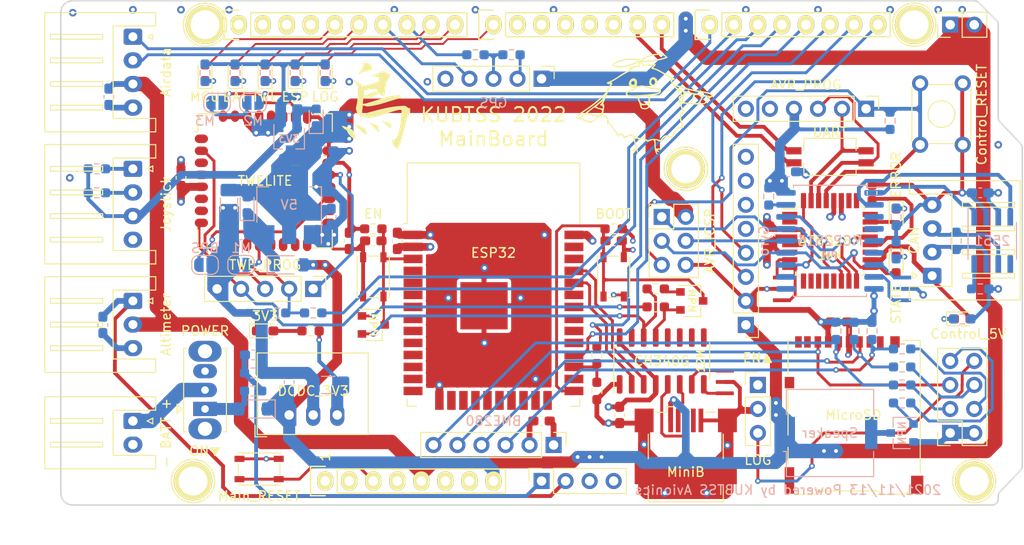
<source format=kicad_pcb>
(kicad_pcb (version 20171130) (host pcbnew "(5.1.9)-1")
  (title_block (date "mar. 31 mars 2015"))
  (layers (0 F.Cu signal) (1 In1.Cu power) (2 In2.Cu power) (31 B.Cu signal) (34 B.Paste user) (35 F.Paste user) (36 B.SilkS user) (37 F.SilkS user) (38 B.Mask user) (39 F.Mask user) (44 Edge.Cuts user))
  (net 0 "")
  (net 1 GND)
  (net 2 +5V)
  (net 3 /IOREF)
  (net 4 /A2)
  (net 5 /A3)
  (net 6 /SCL)
  (net 7 /SDA)
  (net 8 /AREF)
  (net 9 "/2(**)")
  (net 10 "Net-(P8-Pad1)")
  (net 11 "Net-(P10-Pad1)")
  (net 12 "Net-(P11-Pad1)")
  (net 13 "Net-(P12-Pad1)")
  (net 14 "Net-(P13-Pad1)")
  (net 15 +3V3)
  (net 16 IO0)
  (net 17 EN)
  (net 18 VCC)
  (net 19 +5VP)
  (net 20 "Net-(C11-Pad1)")
  (net 21 +3.3VP)
  (net 22 "Net-(C19-Pad2)")
  (net 23 Altimeter)
  (net 24 BATT_SENS)
  (net 25 "Net-(D2-Pad2)")
  (net 26 AVR_TX)
  (net 27 AVR_SCK)
  (net 28 "Net-(D10-Pad1)")
  (net 29 "Net-(D11-Pad2)")
  (net 30 "Net-(D11-Pad1)")
  (net 31 LED_ERROR)
  (net 32 "Net-(D12-Pad1)")
  (net 33 LED_LOG)
  (net 34 "Net-(D13-Pad1)")
  (net 35 LED_ESP)
  (net 36 "Net-(D14-Pad1)")
  (net 37 LED_TWE)
  (net 38 "Net-(D15-Pad1)")
  (net 39 "Net-(D16-Pad1)")
  (net 40 "Net-(J1-Pad1)")
  (net 41 "Net-(J2-Pad4)")
  (net 42 "Net-(J2-Pad3)")
  (net 43 "Net-(J2-Pad2)")
  (net 44 AVR_SCL)
  (net 45 AVR_SDA)
  (net 46 "Net-(J4-Pad5)")
  (net 47 AVR_RX)
  (net 48 AVR_RST)
  (net 49 CAN_L)
  (net 50 CAN_H)
  (net 51 AVR_MOSI)
  (net 52 AVR_MISO)
  (net 53 "Net-(J7-Pad5)")
  (net 54 MEGA_RX3)
  (net 55 TWE_PRG)
  (net 56 TWE_RX)
  (net 57 TWE_RST)
  (net 58 "Net-(J9-Pad8)")
  (net 59 "Net-(J9-Pad7)")
  (net 60 "Net-(J9-Pad6)")
  (net 61 "Net-(J9-Pad5)")
  (net 62 MEGA_SDA)
  (net 63 MEGA_SCL)
  (net 64 MEGA_TX1)
  (net 65 MEGA_MISO)
  (net 66 "Net-(J12-Pad1)")
  (net 67 "Net-(J12-Pad8)")
  (net 68 "Net-(J12-Pad9)")
  (net 69 "Net-(JP1-Pad2)")
  (net 70 "Net-(JP2-Pad2)")
  (net 71 "Net-(JP3-Pad2)")
  (net 72 "Net-(JP4-Pad2)")
  (net 73 "Net-(LS1-Pad2)")
  (net 74 "Net-(P1-Pad1)")
  (net 75 MEGA_RESET)
  (net 76 MEGA_SCK)
  (net 77 MEGA_CS)
  (net 78 MEGA_MOSI)
  (net 79 Speaker)
  (net 80 LOGGER_STANDBY)
  (net 81 MEGA_TX0)
  (net 82 MEGA_RX0)
  (net 83 MEGA_TX3)
  (net 84 MEGA_TX2)
  (net 85 ESP_TX2)
  (net 86 DTR)
  (net 87 RTS)
  (net 88 ESP_RX2)
  (net 89 "Net-(R12-Pad1)")
  (net 90 "Net-(R16-Pad2)")
  (net 91 "Net-(SW1-Pad3)")
  (net 92 "Net-(SW6-Pad1)")
  (net 93 "Net-(U1-Pad15)")
  (net 94 "Net-(U1-Pad12)")
  (net 95 "Net-(U1-Pad11)")
  (net 96 "Net-(U1-Pad10)")
  (net 97 "Net-(U1-Pad9)")
  (net 98 "Net-(U1-Pad8)")
  (net 99 "Net-(U1-Pad7)")
  (net 100 ESP_TX0)
  (net 101 ESP_RX0)
  (net 102 "Net-(U3-Pad37)")
  (net 103 "Net-(U3-Pad36)")
  (net 104 "Net-(U3-Pad33)")
  (net 105 "Net-(U3-Pad32)")
  (net 106 "Net-(U3-Pad31)")
  (net 107 "Net-(U3-Pad30)")
  (net 108 "Net-(U3-Pad29)")
  (net 109 "Net-(U3-Pad26)")
  (net 110 "Net-(U3-Pad24)")
  (net 111 "Net-(U3-Pad23)")
  (net 112 "Net-(U3-Pad22)")
  (net 113 "Net-(U3-Pad21)")
  (net 114 "Net-(U3-Pad20)")
  (net 115 "Net-(U3-Pad19)")
  (net 116 "Net-(U3-Pad18)")
  (net 117 "Net-(U3-Pad17)")
  (net 118 "Net-(U3-Pad16)")
  (net 119 "Net-(U3-Pad14)")
  (net 120 "Net-(U3-Pad13)")
  (net 121 "Net-(U3-Pad12)")
  (net 122 "Net-(U3-Pad11)")
  (net 123 "Net-(U3-Pad10)")
  (net 124 "Net-(U3-Pad9)")
  (net 125 "Net-(U3-Pad8)")
  (net 126 "Net-(U3-Pad7)")
  (net 127 "Net-(U3-Pad6)")
  (net 128 "Net-(U3-Pad5)")
  (net 129 "Net-(U3-Pad4)")
  (net 130 "Net-(U4-Pad5)")
  (net 131 AVR_CS)
  (net 132 AVR_INT)
  (net 133 "Net-(U7-Pad11)")
  (net 134 "Net-(U7-Pad10)")
  (net 135 "Net-(U7-Pad8)")
  (net 136 "Net-(U7-Pad7)")
  (net 137 "Net-(U7-Pad6)")
  (net 138 "Net-(U7-Pad5)")
  (net 139 "Net-(U7-Pad4)")
  (net 140 "Net-(U7-Pad3)")
  (net 141 "Net-(U8-Pad29)")
  (net 142 "Net-(U8-Pad18)")
  (net 143 "Net-(U8-Pad17)")
  (net 144 "Net-(U8-Pad16)")
  (net 145 "Net-(U8-Pad15)")
  (net 146 "Net-(U8-Pad14)")
  (net 147 "Net-(U8-Pad13)")
  (net 148 "Net-(U8-Pad11)")
  (net 149 "Net-(U8-Pad10)")
  (net 150 "Net-(U8-Pad7)")
  (net 151 "Net-(U8-Pad6)")
  (net 152 "Net-(U8-Pad4)")
  (net 153 "Net-(U8-Pad3)")
  (net 154 "Net-(U8-Pad1)")
  (net 155 "Net-(U9-Pad26)")
  (net 156 "Net-(U9-Pad25)")
  (net 157 "Net-(U9-Pad24)")
  (net 158 "Net-(U9-Pad22)")
  (net 159 "Net-(U9-Pad19)")
  (net 160 "Net-(U9-Pad13)")
  (net 161 "Net-(U9-Pad12)")
  (net 162 "Net-(U9-Pad11)")
  (net 163 "Net-(U9-Pad10)")
  (net 164 "Net-(U9-Pad9)")
  (net 165 "Net-(U9-Pad8)")
  (net 166 "Net-(U9-Pad7)")
  (net 167 "Net-(U9-Pad1)")
  (net 168 "Net-(Q1-Pad1)")
  (net 169 "Net-(Q2-Pad1)")
  (net 170 "Net-(Q3-Pad1)")
  (net 171 MEGA_TX4)
  (net 172 MEGA_RX4)
  (net 173 MEGA_SCK_3V3)
  (net 174 MEGA_MOSI_3V3)
  (net 175 MEGA_CS_3V3)
  (net 176 "Net-(D3-Pad1)")
  (net 177 "Net-(D1-Pad2)")
  (net 178 LED_BATT_LO)
  (net 179 "/6(**)")
  (net 180 "/5(**)")
  (net 181 "/4(**)")
  (net 182 "/3(**)")
  (net 183 "Net-(U4-Pad4)")
  (net 184 "Net-(U4-Pad1)")
  (net 185 "Net-(U9-Pad2)")
  (net 186 MEGA_RX2)
  (net 187 "Net-(P1-Pad4)")
  (net 188 "Net-(J7-Pad3)")
  (module Crystal:Resonator_SMD_muRata_CSTxExxV-3Pin_3.0x1.1mm (layer B.Cu) (at 192.278 98.806 90)
    (fp_text reference 8M (at 3.4925 -7.62 180) (layer B.SilkS) (effects (font (size 0.8 0.8)) (justify mirror)))
    (fp_text value 8MHz hide)
    (pad 1 smd rect (at -1.2 0 90) (size 0.4 1.9) (layers B.Cu B.Paste B.Mask) (net 135 "Net-(U7-Pad8)"))
    (pad 2 smd rect (at 0 0 90) (size 0.4 1.9) (layers B.Cu B.Paste B.Mask) (net 1 GND))
    (pad 3 smd rect (at 1.2 0 90) (size 0.4 1.9) (layers B.Cu B.Paste B.Mask) (net 136 "Net-(U7-Pad7)"))
  )
  (module Crystal:Resonator_SMD_muRata_CSTxExxV-3Pin_3.0x1.1mm (layer F.Cu) (at 179.578 98.806 90)
    (fp_text reference 16M (at 3.4925 5.08 180) (layer F.SilkS) (effects (font (size 0.8 0.8))))
    (fp_text value 16MHz hide)
    (pad 1 smd rect (at -1.2 0 90) (size 0.4 1.9) (layers F.Cu F.Paste F.Mask) (net 165 "Net-(U9-Pad8)"))
    (pad 2 smd rect (at 0 0 90) (size 0.4 1.9) (layers F.Cu F.Paste F.Mask) (net 1 GND))
    (pad 3 smd rect (at 1.2 0 90) (size 0.4 1.9) (layers F.Cu F.Paste F.Mask) (net 166 "Net-(U9-Pad7)"))
  )
  (module Crystal:Resonator_SMD_muRata_CSTxExxV-3Pin_3.0x1.1mm (layer F.Cu) (at 173.5455 108.6485 90)
    (fp_text reference 12M (at 2.2225 -2.54 90) (layer F.SilkS) (effects (font (size 0.8 0.8))))
    (fp_text value 12MHz hide)
    (pad 1 smd rect (at -1.2 0 90) (size 0.4 1.9) (layers F.Cu F.Paste F.Mask) (net 98 "Net-(U1-Pad8)"))
    (pad 2 smd rect (at 0 0 90) (size 0.4 1.9) (layers F.Cu F.Paste F.Mask) (net 1 GND))
    (pad 3 smd rect (at 1.2 0 90) (size 0.4 1.9) (layers F.Cu F.Paste F.Mask) (net 99 "Net-(U1-Pad7)"))
  )
  (module logos:tori (layer F.Cu) (at 136.398 79.4385)
    (fp_text reference G*** hide)
    (fp_text value LOGO hide)
  )
  (module Resistor_SMD:R_0603_1608Metric_Pad0.98x0.95mm_HandSolder (layer B.Cu) (at 147.193 74.041 180)
    (fp_text reference R13 hide)
    (fp_text value 1k hide)
    (pad 1 smd roundrect (at -0.9125 0 180) (size 0.975 0.95) (layers B.Cu B.Paste B.Mask) (net 188 "Net-(J7-Pad3)"))
    (pad 2 smd roundrect (at 0.9125 0 180) (size 0.975 0.95) (layers B.Cu B.Paste B.Mask) (net 171 MEGA_TX4))
  )
  (module Connector_PinHeader_2.54mm:PinHeader_2x03_P2.54mm_Vertical (layer F.Cu) (at 166.878 91.186)
    (fp_text reference J6 hide)
    (fp_text value AVR_ICSP (at 5.08 2.54 90) (layer F.SilkS))
    (pad 1 thru_hole rect (at 0 0) (size 1.7 1.7) (drill 1) (layers *.Cu *.Mask) (net 52 AVR_MISO))
    (pad 2 thru_hole oval (at 2.54 0) (size 1.7 1.7) (drill 1) (layers *.Cu *.Mask) (net 19 +5VP))
    (pad 3 thru_hole oval (at 0 2.54) (size 1.7 1.7) (drill 1) (layers *.Cu *.Mask) (net 27 AVR_SCK))
    (pad 4 thru_hole oval (at 2.54 2.54) (size 1.7 1.7) (drill 1) (layers *.Cu *.Mask) (net 51 AVR_MOSI))
    (pad 5 thru_hole oval (at 0 5.08) (size 1.7 1.7) (drill 1) (layers *.Cu *.Mask) (net 48 AVR_RST))
    (pad 6 thru_hole oval (at 2.54 5.08) (size 1.7 1.7) (drill 1) (layers *.Cu *.Mask) (net 1 GND))
  )
  (module RF_Module:ESP32-WROOM-32 (layer F.Cu) (at 149.098 101.346)
    (fp_text reference U3 hide)
    (fp_text value ESP32 (at 0 -6.35) (layer F.SilkS))
    (pad 39 smd rect (at -1 -0.755) (size 5 5) (layers F.Cu F.Paste F.Mask) (net 1 GND))
    (pad 1 smd rect (at -8.5 -8.255) (size 2 0.9) (layers F.Cu F.Paste F.Mask) (net 1 GND))
    (pad 2 smd rect (at -8.5 -6.985) (size 2 0.9) (layers F.Cu F.Paste F.Mask) (net 15 +3V3))
    (pad 3 smd rect (at -8.5 -5.715) (size 2 0.9) (layers F.Cu F.Paste F.Mask) (net 17 EN))
    (pad 4 smd rect (at -8.5 -4.445) (size 2 0.9) (layers F.Cu F.Paste F.Mask) (net 129 "Net-(U3-Pad4)"))
    (pad 5 smd rect (at -8.5 -3.175) (size 2 0.9) (layers F.Cu F.Paste F.Mask) (net 128 "Net-(U3-Pad5)"))
    (pad 6 smd rect (at -8.5 -1.905) (size 2 0.9) (layers F.Cu F.Paste F.Mask) (net 127 "Net-(U3-Pad6)"))
    (pad 7 smd rect (at -8.5 -0.635) (size 2 0.9) (layers F.Cu F.Paste F.Mask) (net 126 "Net-(U3-Pad7)"))
    (pad 8 smd rect (at -8.5 0.635) (size 2 0.9) (layers F.Cu F.Paste F.Mask) (net 125 "Net-(U3-Pad8)"))
    (pad 9 smd rect (at -8.5 1.905) (size 2 0.9) (layers F.Cu F.Paste F.Mask) (net 124 "Net-(U3-Pad9)"))
    (pad 10 smd rect (at -8.5 3.175) (size 2 0.9) (layers F.Cu F.Paste F.Mask) (net 123 "Net-(U3-Pad10)"))
    (pad 11 smd rect (at -8.5 4.445) (size 2 0.9) (layers F.Cu F.Paste F.Mask) (net 122 "Net-(U3-Pad11)"))
    (pad 12 smd rect (at -8.5 5.715) (size 2 0.9) (layers F.Cu F.Paste F.Mask) (net 121 "Net-(U3-Pad12)"))
    (pad 13 smd rect (at -8.5 6.985) (size 2 0.9) (layers F.Cu F.Paste F.Mask) (net 120 "Net-(U3-Pad13)"))
    (pad 14 smd rect (at -8.5 8.255) (size 2 0.9) (layers F.Cu F.Paste F.Mask) (net 119 "Net-(U3-Pad14)"))
    (pad 15 smd rect (at -5.715 9.255 90) (size 2 0.9) (layers F.Cu F.Paste F.Mask) (net 1 GND))
    (pad 16 smd rect (at -4.445 9.255 90) (size 2 0.9) (layers F.Cu F.Paste F.Mask) (net 118 "Net-(U3-Pad16)"))
    (pad 17 smd rect (at -3.175 9.255 90) (size 2 0.9) (layers F.Cu F.Paste F.Mask) (net 117 "Net-(U3-Pad17)"))
    (pad 18 smd rect (at -1.905 9.255 90) (size 2 0.9) (layers F.Cu F.Paste F.Mask) (net 116 "Net-(U3-Pad18)"))
    (pad 19 smd rect (at -0.635 9.255 90) (size 2 0.9) (layers F.Cu F.Paste F.Mask) (net 115 "Net-(U3-Pad19)"))
    (pad 20 smd rect (at 0.635 9.255 90) (size 2 0.9) (layers F.Cu F.Paste F.Mask) (net 114 "Net-(U3-Pad20)"))
    (pad 21 smd rect (at 1.905 9.255 90) (size 2 0.9) (layers F.Cu F.Paste F.Mask) (net 113 "Net-(U3-Pad21)"))
    (pad 22 smd rect (at 3.175 9.255 90) (size 2 0.9) (layers F.Cu F.Paste F.Mask) (net 112 "Net-(U3-Pad22)"))
    (pad 23 smd rect (at 4.445 9.255 90) (size 2 0.9) (layers F.Cu F.Paste F.Mask) (net 111 "Net-(U3-Pad23)"))
    (pad 24 smd rect (at 5.715 9.255 90) (size 2 0.9) (layers F.Cu F.Paste F.Mask) (net 110 "Net-(U3-Pad24)"))
    (pad 25 smd rect (at 8.5 8.255) (size 2 0.9) (layers F.Cu F.Paste F.Mask) (net 16 IO0))
    (pad 26 smd rect (at 8.5 6.985) (size 2 0.9) (layers F.Cu F.Paste F.Mask) (net 109 "Net-(U3-Pad26)"))
    (pad 27 smd rect (at 8.5 5.715) (size 2 0.9) (layers F.Cu F.Paste F.Mask) (net 88 ESP_RX2))
    (pad 28 smd rect (at 8.5 4.445) (size 2 0.9) (layers F.Cu F.Paste F.Mask) (net 85 ESP_TX2))
    (pad 29 smd rect (at 8.5 3.175) (size 2 0.9) (layers F.Cu F.Paste F.Mask) (net 108 "Net-(U3-Pad29)"))
    (pad 30 smd rect (at 8.5 1.905) (size 2 0.9) (layers F.Cu F.Paste F.Mask) (net 107 "Net-(U3-Pad30)"))
    (pad 31 smd rect (at 8.5 0.635) (size 2 0.9) (layers F.Cu F.Paste F.Mask) (net 106 "Net-(U3-Pad31)"))
    (pad 32 smd rect (at 8.5 -0.635) (size 2 0.9) (layers F.Cu F.Paste F.Mask) (net 105 "Net-(U3-Pad32)"))
    (pad 33 smd rect (at 8.5 -1.905) (size 2 0.9) (layers F.Cu F.Paste F.Mask) (net 104 "Net-(U3-Pad33)"))
    (pad 34 smd rect (at 8.5 -3.175) (size 2 0.9) (layers F.Cu F.Paste F.Mask) (net 101 ESP_RX0))
    (pad 35 smd rect (at 8.5 -4.445) (size 2 0.9) (layers F.Cu F.Paste F.Mask) (net 100 ESP_TX0))
    (pad 36 smd rect (at 8.5 -5.715) (size 2 0.9) (layers F.Cu F.Paste F.Mask) (net 103 "Net-(U3-Pad36)"))
    (pad 37 smd rect (at 8.5 -6.985) (size 2 0.9) (layers F.Cu F.Paste F.Mask) (net 102 "Net-(U3-Pad37)"))
    (pad 38 smd rect (at 8.5 -8.255) (size 2 0.9) (layers F.Cu F.Paste F.Mask) (net 1 GND))
  )
  (module Button_Switch_THT:SW_TH_Tactile_Omron_B3F-10xx (layer F.Cu) (at 194.183 83.566 90)
    (fp_text reference SW5 hide)
    (fp_text value Control_RESET (at 3.2 6.5 270) (layer F.SilkS))
    (pad 2 thru_hole circle (at 6.5 4.5 90) (size 1.7 1.7) (drill 1) (layers *.Cu *.Mask) (net 1 GND))
    (pad 2 thru_hole circle (at 0 4.5 90) (size 1.7 1.7) (drill 1) (layers *.Cu *.Mask) (net 1 GND))
    (pad 1 thru_hole circle (at 6.5 0 90) (size 1.7 1.7) (drill 1) (layers *.Cu *.Mask) (net 48 AVR_RST))
    (pad 1 thru_hole circle (at 0 0 90) (size 1.7 1.7) (drill 1) (layers *.Cu *.Mask) (net 48 AVR_RST))
  )
  (module logos:eruba_big (layer F.Cu) (at 164.973 79.121)
    (fp_text reference G*** hide)
    (fp_text value LOGO hide)
  )
  (module Connector_USB:USB_Mini-B_Wuerth_65100516121_Horizontal (layer F.Cu) (at 169.418 115.316)
    (fp_text reference J2 hide)
    (fp_text value MiniB (at 0 2.8575) (layer F.SilkS))
    (pad 6 smd rect (at -4.4 2.9) (size 2 2.5) (layers F.Cu F.Paste F.Mask) (net 1 GND))
    (pad 6 smd rect (at 4.4 2.9) (size 2 2.5) (layers F.Cu F.Paste F.Mask) (net 1 GND))
    (pad 6 smd rect (at -4.4 -2.6) (size 2 2.5) (layers F.Cu F.Paste F.Mask) (net 1 GND))
    (pad 6 smd rect (at 4.4 -2.6) (size 2 2.5) (layers F.Cu F.Paste F.Mask) (net 1 GND))
    (pad 1 smd rect (at -1.6 -2.6) (size 0.5 2.5) (layers F.Cu F.Paste F.Mask) (net 2 +5V))
    (pad 2 smd rect (at -0.8 -2.6) (size 0.5 2.5) (layers F.Cu F.Paste F.Mask) (net 43 "Net-(J2-Pad2)"))
    (pad 3 smd rect (at 0 -2.6) (size 0.5 2.5) (layers F.Cu F.Paste F.Mask) (net 42 "Net-(J2-Pad3)"))
    (pad 4 smd rect (at 0.8 -2.6) (size 0.5 2.5) (layers F.Cu F.Paste F.Mask) (net 41 "Net-(J2-Pad4)"))
    (pad 5 smd rect (at 1.6 -2.6) (size 0.5 2.5) (layers F.Cu F.Paste F.Mask) (net 1 GND))
    (pad "" np_thru_hole circle (at -2.2 0) (size 0.9 0.9) (drill 0.9) (layers *.Cu *.Mask))
    (pad "" np_thru_hole circle (at 2.2 0) (size 0.9 0.9) (drill 0.9) (layers *.Cu *.Mask))
  )
  (module Resistor_SMD:R_0603_1608Metric_Pad0.98x0.95mm_HandSolder (layer B.Cu) (at 198.628 101.981 180)
    (fp_text reference R39 hide)
    (fp_text value 1k hide)
    (pad 2 smd roundrect (at 0.9125 0 180) (size 0.975 0.95) (layers B.Cu B.Paste B.Mask) (net 176 "Net-(D3-Pad1)"))
    (pad 1 smd roundrect (at -0.9125 0 180) (size 0.975 0.95) (layers B.Cu B.Paste B.Mask) (net 1 GND))
  )
  (module Resistor_SMD:R_0603_1608Metric_Pad0.98x0.95mm_HandSolder (layer F.Cu) (at 129.7705 103.251)
    (fp_text reference R38 hide)
    (fp_text value 1k hide)
    (pad 2 smd roundrect (at 0.9125 0) (size 0.975 0.95) (layers F.Cu F.Paste F.Mask) (net 15 +3V3))
    (pad 1 smd roundrect (at -0.9125 0) (size 0.975 0.95) (layers F.Cu F.Paste F.Mask) (net 177 "Net-(D1-Pad2)"))
  )
  (module LED_SMD:LED_0603_1608Metric_Pad1.05x0.95mm_HandSolder (layer F.Cu) (at 198.628 101.981)
    (fp_text reference D3 hide)
    (fp_text value Control_5V (at 0.635 1.5875) (layer F.SilkS))
    (pad 1 smd roundrect (at -0.875 0) (size 1.05 0.95) (layers F.Cu F.Paste F.Mask) (net 176 "Net-(D3-Pad1)"))
    (pad 2 smd roundrect (at 0.875 0) (size 1.05 0.95) (layers F.Cu F.Paste F.Mask) (net 19 +5VP))
  )
  (module LED_SMD:LED_0603_1608Metric_Pad1.05x0.95mm_HandSolder (layer F.Cu) (at 124.968 103.251)
    (fp_text reference D1 hide)
    (fp_text value 3V3 (at 0 -1.5875) (layer F.SilkS))
    (pad 2 smd roundrect (at 0.875 0) (size 1.05 0.95) (layers F.Cu F.Paste F.Mask) (net 177 "Net-(D1-Pad2)"))
    (pad 1 smd roundrect (at -0.875 0) (size 1.05 0.95) (layers F.Cu F.Paste F.Mask) (net 1 GND))
  )
  (module Connector_PinHeader_2.54mm:PinHeader_1x06_P2.54mm_Vertical (layer F.Cu) (at 155.448 115.316 270)
    (fp_text reference J13 hide)
    (fp_text value BME280 (at -2.54 6.35 180) (layer B.SilkS) (effects (justify mirror)))
    (pad 1 thru_hole rect (at 0 0 270) (size 1.7 1.7) (drill 1) (layers *.Cu *.Mask) (net 15 +3V3))
    (pad 2 thru_hole oval (at 0 2.54 270) (size 1.7 1.7) (drill 1) (layers *.Cu *.Mask) (net 1 GND))
    (pad 3 thru_hole oval (at 0 5.08 270) (size 1.7 1.7) (drill 1) (layers *.Cu *.Mask) (net 175 MEGA_CS_3V3))
    (pad 4 thru_hole oval (at 0 7.62 270) (size 1.7 1.7) (drill 1) (layers *.Cu *.Mask) (net 174 MEGA_MOSI_3V3))
    (pad 5 thru_hole oval (at 0 10.16 270) (size 1.7 1.7) (drill 1) (layers *.Cu *.Mask) (net 65 MEGA_MISO))
    (pad 6 thru_hole oval (at 0 12.7 270) (size 1.7 1.7) (drill 1) (layers *.Cu *.Mask) (net 173 MEGA_SCK_3V3))
  )
  (module Capacitor_SMD:C_0603_1608Metric_Pad1.08x0.95mm_HandSolder (layer F.Cu) (at 154.178 112.776 180)
    (fp_text reference C6 hide)
    (fp_text value 0.1u hide)
    (pad 1 smd roundrect (at -0.8625 0 180) (size 1.075 0.95) (layers F.Cu F.Paste F.Mask) (net 15 +3V3))
    (pad 2 smd roundrect (at 0.8625 0 180) (size 1.075 0.95) (layers F.Cu F.Paste F.Mask) (net 1 GND))
  )
  (module Connector_JST:JST_XH_S4B-XH-A_1x04_P2.50mm_Horizontal (layer F.Cu) (at 195.453 97.416 90)
    (fp_text reference J5 hide)
    (fp_text value CAN (at 3.75 -1.905 90 unlocked) (layer F.SilkS))
    (pad 1 thru_hole roundrect (at 0 0 90) (size 1.7 1.95) (drill 0.95) (layers *.Cu *.Mask) (roundrect_rratio 0.1470588235294118) (net 19 +5VP))
    (pad 2 thru_hole oval (at 2.5 0 90) (size 1.7 1.95) (drill 0.95) (layers *.Cu *.Mask) (net 50 CAN_H))
    (pad 3 thru_hole oval (at 5 0 90) (size 1.7 1.95) (drill 0.95) (layers *.Cu *.Mask) (net 49 CAN_L))
    (pad 4 thru_hole oval (at 7.5 0 90) (size 1.7 1.95) (drill 0.95) (layers *.Cu *.Mask) (net 1 GND))
  )
  (module Converter_DCDC:Converter_DCDC_RECOM_R-78E-0.5_THT (layer F.Cu) (at 127.508 112.141)
    (fp_text reference U2 hide)
    (fp_text value DCDC_3V3 (at 2.54 -2.54) (layer F.SilkS))
    (pad 1 thru_hole rect (at 0 0) (size 1.5 2.3) (drill 1) (layers *.Cu *.Mask) (net 18 VCC))
    (pad 2 thru_hole oval (at 2.54 0) (size 1.5 2.3) (drill 1) (layers *.Cu *.Mask) (net 1 GND))
    (pad 3 thru_hole oval (at 5.08 0) (size 1.5 2.3) (drill 1) (layers *.Cu *.Mask) (net 15 +3V3))
  )
  (module Capacitor_SMD:C_0603_1608Metric_Pad1.08x0.95mm_HandSolder (layer B.Cu) (at 108.458 78.486 270)
    (fp_text reference C16 hide)
    (fp_text value 0.1u hide)
    (pad 1 smd roundrect (at -0.8625 0 270) (size 1.075 0.95) (layers B.Cu B.Paste B.Mask) (net 2 +5V))
    (pad 2 smd roundrect (at 0.8625 0 270) (size 1.075 0.95) (layers B.Cu B.Paste B.Mask) (net 1 GND))
  )
  (module Capacitor_SMD:C_0603_1608Metric_Pad1.08x0.95mm_HandSolder (layer B.Cu) (at 123.698 105.791)
    (fp_text reference C4 hide)
    (fp_text value 0.1u hide)
    (pad 1 smd roundrect (at -0.8625 0) (size 1.075 0.95) (layers B.Cu B.Paste B.Mask) (net 24 BATT_SENS))
    (pad 2 smd roundrect (at 0.8625 0) (size 1.075 0.95) (layers B.Cu B.Paste B.Mask) (net 1 GND))
  )
  (module Connector_PinSocket_2.54mm:PinSocket_2x01_P2.54mm_Vertical (layer F.Cu) (at 197.358 70.866 180)
    (fp_text reference P15 hide)
    (fp_text value 5V hide)
    (pad 1 thru_hole rect (at 0 0 180) (size 1.7 1.7) (drill 1) (layers *.Cu *.Mask) (net 2 +5V))
    (pad 2 thru_hole oval (at -2.54 0 180) (size 1.7 1.7) (drill 1) (layers *.Cu *.Mask) (net 2 +5V))
  )
  (module Connector_PinSocket_2.54mm:PinSocket_2x04_P2.54mm_Vertical (layer F.Cu) (at 197.358 114.046 180)
    (fp_text reference P14 hide)
    (fp_text value Digital hide)
    (pad 1 thru_hole rect (at 0 0 180) (size 1.7 1.7) (drill 1) (layers *.Cu *.Mask) (net 1 GND))
    (pad 2 thru_hole oval (at -2.54 0 180) (size 1.7 1.7) (drill 1) (layers *.Cu *.Mask) (net 1 GND))
    (pad 3 thru_hole oval (at 0 2.54 180) (size 1.7 1.7) (drill 1) (layers *.Cu *.Mask) (net 76 MEGA_SCK))
    (pad 4 thru_hole oval (at -2.54 2.54 180) (size 1.7 1.7) (drill 1) (layers *.Cu *.Mask) (net 77 MEGA_CS))
    (pad 5 thru_hole oval (at 0 5.08 180) (size 1.7 1.7) (drill 1) (layers *.Cu *.Mask) (net 65 MEGA_MISO))
    (pad 6 thru_hole oval (at -2.54 5.08 180) (size 1.7 1.7) (drill 1) (layers *.Cu *.Mask) (net 78 MEGA_MOSI))
    (pad 7 thru_hole oval (at 0 7.62 180) (size 1.7 1.7) (drill 1) (layers *.Cu *.Mask) (net 79 Speaker))
    (pad 8 thru_hole oval (at -2.54 7.62 180) (size 1.7 1.7) (drill 1) (layers *.Cu *.Mask) (net 80 LOGGER_STANDBY))
  )
  (module Connector_PinSocket_2.54mm:PinSocket_1x04_P2.54mm_Vertical (layer F.Cu) (at 154.178 119.126 90)
    (fp_text reference P2 hide)
    (fp_text value Analog hide)
    (pad 1 thru_hole rect (at 0 0 90) (size 1.7 1.7) (drill 1) (layers *.Cu *.Mask) (net 24 BATT_SENS))
    (pad 2 thru_hole oval (at 0 2.54 90) (size 1.7 1.7) (drill 1) (layers *.Cu *.Mask) (net 23 Altimeter))
    (pad 3 thru_hole oval (at 0 5.08 90) (size 1.7 1.7) (drill 1) (layers *.Cu *.Mask) (net 4 /A2))
    (pad 4 thru_hole oval (at 0 7.62 90) (size 1.7 1.7) (drill 1) (layers *.Cu *.Mask) (net 5 /A3))
  )
  (module Button_Switch_SMD:SW_SPST_PTS810 (layer F.Cu) (at 124.333 117.856 180)
    (fp_text reference SW7 hide)
    (fp_text value Main_RESET (at 0 -2.8575) (layer F.SilkS))
    (pad 1 smd rect (at -2.075 -1.075 180) (size 1.05 0.65) (layers F.Cu F.Paste F.Mask) (net 75 MEGA_RESET))
    (pad 1 smd rect (at 2.075 -1.075 180) (size 1.05 0.65) (layers F.Cu F.Paste F.Mask) (net 75 MEGA_RESET))
    (pad 2 smd rect (at -2.075 1.075 180) (size 1.05 0.65) (layers F.Cu F.Paste F.Mask) (net 1 GND))
    (pad 2 smd rect (at 2.075 1.075 180) (size 1.05 0.65) (layers F.Cu F.Paste F.Mask) (net 1 GND))
  )
  (module Package_TO_SOT_SMD:SC-59 (layer B.Cu) (at 192.278 114.046 180)
    (fp_text reference Q3 hide)
    (fp_text value NPN (at 0 0 90) (layer B.SilkS) (effects (font (size 0.8 0.8)) (justify mirror)))
    (pad 1 smd rect (at -1.2 0.95 180) (size 0.9 0.8) (layers B.Cu B.Paste B.Mask) (net 170 "Net-(Q3-Pad1)"))
    (pad 2 smd rect (at -1.2 -0.95 180) (size 0.9 0.8) (layers B.Cu B.Paste B.Mask) (net 1 GND))
    (pad 3 smd rect (at 1.2 0 180) (size 0.9 0.8) (layers B.Cu B.Paste B.Mask) (net 73 "Net-(LS1-Pad2)"))
  )
  (module Package_TO_SOT_SMD:SC-59 (layer F.Cu) (at 136.398 102.616)
    (fp_text reference Q2 hide)
    (fp_text value NPN (at 0 0 -90 unlocked) (layer F.SilkS) (effects (font (size 0.8 0.8))))
    (pad 1 smd rect (at -1.2 -0.95) (size 0.9 0.8) (layers F.Cu F.Paste F.Mask) (net 169 "Net-(Q2-Pad1)"))
    (pad 2 smd rect (at -1.2 0.95) (size 0.9 0.8) (layers F.Cu F.Paste F.Mask) (net 87 RTS))
    (pad 3 smd rect (at 1.2 0) (size 0.9 0.8) (layers F.Cu F.Paste F.Mask) (net 17 EN))
  )
  (module Package_TO_SOT_SMD:SC-59 (layer F.Cu) (at 170.053 100.076)
    (fp_text reference Q1 hide)
    (fp_text value NPN (at 0 0 -90 unlocked) (layer F.SilkS) (effects (font (size 0.8 0.8))))
    (pad 1 smd rect (at -1.2 -0.95) (size 0.9 0.8) (layers F.Cu F.Paste F.Mask) (net 168 "Net-(Q1-Pad1)"))
    (pad 2 smd rect (at -1.2 0.95) (size 0.9 0.8) (layers F.Cu F.Paste F.Mask) (net 86 DTR))
    (pad 3 smd rect (at 1.2 0) (size 0.9 0.8) (layers F.Cu F.Paste F.Mask) (net 16 IO0))
  )
  (module Package_QFP:TQFP-32_7x7mm_P0.8mm (layer F.Cu) (at 184.658 93.726)
    (fp_text reference U9 hide)
    (fp_text value ATmega328P-AU hide)
    (fp_text user ATM328P (at 0 0) (layer F.SilkS))
    (pad 1 smd rect (at -4.25 -2.8) (size 1.6 0.55) (layers F.Cu F.Paste F.Mask) (net 167 "Net-(U9-Pad1)"))
    (pad 2 smd rect (at -4.25 -2) (size 1.6 0.55) (layers F.Cu F.Paste F.Mask) (net 185 "Net-(U9-Pad2)"))
    (pad 3 smd rect (at -4.25 -1.2) (size 1.6 0.55) (layers F.Cu F.Paste F.Mask) (net 1 GND))
    (pad 4 smd rect (at -4.25 -0.4) (size 1.6 0.55) (layers F.Cu F.Paste F.Mask) (net 19 +5VP))
    (pad 5 smd rect (at -4.25 0.4) (size 1.6 0.55) (layers F.Cu F.Paste F.Mask) (net 1 GND))
    (pad 6 smd rect (at -4.25 1.2) (size 1.6 0.55) (layers F.Cu F.Paste F.Mask) (net 19 +5VP))
    (pad 7 smd rect (at -4.25 2) (size 1.6 0.55) (layers F.Cu F.Paste F.Mask) (net 166 "Net-(U9-Pad7)"))
    (pad 8 smd rect (at -4.25 2.8) (size 1.6 0.55) (layers F.Cu F.Paste F.Mask) (net 165 "Net-(U9-Pad8)"))
    (pad 9 smd rect (at -2.8 4.25 90) (size 1.6 0.55) (layers F.Cu F.Paste F.Mask) (net 164 "Net-(U9-Pad9)"))
    (pad 10 smd rect (at -2 4.25 90) (size 1.6 0.55) (layers F.Cu F.Paste F.Mask) (net 163 "Net-(U9-Pad10)"))
    (pad 11 smd rect (at -1.2 4.25 90) (size 1.6 0.55) (layers F.Cu F.Paste F.Mask) (net 162 "Net-(U9-Pad11)"))
    (pad 12 smd rect (at -0.4 4.25 90) (size 1.6 0.55) (layers F.Cu F.Paste F.Mask) (net 161 "Net-(U9-Pad12)"))
    (pad 13 smd rect (at 0.4 4.25 90) (size 1.6 0.55) (layers F.Cu F.Paste F.Mask) (net 160 "Net-(U9-Pad13)"))
    (pad 14 smd rect (at 1.2 4.25 90) (size 1.6 0.55) (layers F.Cu F.Paste F.Mask) (net 131 AVR_CS))
    (pad 15 smd rect (at 2 4.25 90) (size 1.6 0.55) (layers F.Cu F.Paste F.Mask) (net 51 AVR_MOSI))
    (pad 16 smd rect (at 2.8 4.25 90) (size 1.6 0.55) (layers F.Cu F.Paste F.Mask) (net 52 AVR_MISO))
    (pad 17 smd rect (at 4.25 2.8) (size 1.6 0.55) (layers F.Cu F.Paste F.Mask) (net 27 AVR_SCK))
    (pad 18 smd rect (at 4.25 2) (size 1.6 0.55) (layers F.Cu F.Paste F.Mask) (net 19 +5VP))
    (pad 19 smd rect (at 4.25 1.2) (size 1.6 0.55) (layers F.Cu F.Paste F.Mask) (net 159 "Net-(U9-Pad19)"))
    (pad 20 smd rect (at 4.25 0.4) (size 1.6 0.55) (layers F.Cu F.Paste F.Mask) (net 22 "Net-(C19-Pad2)"))
    (pad 21 smd rect (at 4.25 -0.4) (size 1.6 0.55) (layers F.Cu F.Paste F.Mask) (net 1 GND))
    (pad 22 smd rect (at 4.25 -1.2) (size 1.6 0.55) (layers F.Cu F.Paste F.Mask) (net 158 "Net-(U9-Pad22)"))
    (pad 23 smd rect (at 4.25 -2) (size 1.6 0.55) (layers F.Cu F.Paste F.Mask) (net 29 "Net-(D11-Pad2)"))
    (pad 24 smd rect (at 4.25 -2.8) (size 1.6 0.55) (layers F.Cu F.Paste F.Mask) (net 157 "Net-(U9-Pad24)"))
    (pad 25 smd rect (at 2.8 -4.25 90) (size 1.6 0.55) (layers F.Cu F.Paste F.Mask) (net 156 "Net-(U9-Pad25)"))
    (pad 26 smd rect (at 2 -4.25 90) (size 1.6 0.55) (layers F.Cu F.Paste F.Mask) (net 155 "Net-(U9-Pad26)"))
    (pad 27 smd rect (at 1.2 -4.25 90) (size 1.6 0.55) (layers F.Cu F.Paste F.Mask) (net 45 AVR_SDA))
    (pad 28 smd rect (at 0.4 -4.25 90) (size 1.6 0.55) (layers F.Cu F.Paste F.Mask) (net 44 AVR_SCL))
    (pad 29 smd rect (at -0.4 -4.25 90) (size 1.6 0.55) (layers F.Cu F.Paste F.Mask) (net 48 AVR_RST))
    (pad 30 smd rect (at -1.2 -4.25 90) (size 1.6 0.55) (layers F.Cu F.Paste F.Mask) (net 47 AVR_RX))
    (pad 31 smd rect (at -2 -4.25 90) (size 1.6 0.55) (layers F.Cu F.Paste F.Mask) (net 26 AVR_TX))
    (pad 32 smd rect (at -2.8 -4.25 90) (size 1.6 0.55) (layers F.Cu F.Paste F.Mask) (net 132 AVR_INT))
  )
  (module RF_Module:MonoWireless_TWE-L-WX (layer F.Cu) (at 124.968 87.376)
    (fp_text reference U8 hide)
    (fp_text value TWELITE (at 0 0) (layer F.SilkS))
    (pad 1 smd oval (at -6.735 -4.445 90) (size 0.9 1.4) (layers F.Cu F.Paste F.Mask) (net 154 "Net-(U8-Pad1)"))
    (pad 2 smd oval (at -6.735 -3.175 90) (size 0.9 1.4) (layers F.Cu F.Paste F.Mask) (net 55 TWE_PRG))
    (pad 3 smd oval (at -6.735 -1.905 90) (size 0.9 1.4) (layers F.Cu F.Paste F.Mask) (net 153 "Net-(U8-Pad3)"))
    (pad 4 smd oval (at -6.735 -0.635 90) (size 0.9 1.4) (layers F.Cu F.Paste F.Mask) (net 152 "Net-(U8-Pad4)"))
    (pad 5 smd oval (at -6.735 0.635 90) (size 0.9 1.4) (layers F.Cu F.Paste F.Mask) (net 15 +3V3))
    (pad 6 smd oval (at -6.735 1.905 90) (size 0.9 1.4) (layers F.Cu F.Paste F.Mask) (net 151 "Net-(U8-Pad6)"))
    (pad 7 smd oval (at -6.735 3.175 90) (size 0.9 1.4) (layers F.Cu F.Paste F.Mask) (net 150 "Net-(U8-Pad7)"))
    (pad 8 smd oval (at -6.735 4.445 90) (size 0.9 1.4) (layers F.Cu F.Paste F.Mask) (net 186 MEGA_RX2))
    (pad 9 smd oval (at -4.445 6.735) (size 0.9 1.4) (layers F.Cu F.Paste F.Mask) (net 56 TWE_RX))
    (pad 10 smd oval (at -3.175 6.735) (size 0.9 1.4) (layers F.Cu F.Paste F.Mask) (net 149 "Net-(U8-Pad10)"))
    (pad 11 smd oval (at -1.905 6.735) (size 0.9 1.4) (layers F.Cu F.Paste F.Mask) (net 148 "Net-(U8-Pad11)"))
    (pad 12 smd oval (at -0.635 6.735) (size 0.9 1.4) (layers F.Cu F.Paste F.Mask) (net 69 "Net-(JP1-Pad2)"))
    (pad 13 smd oval (at 0.635 6.735) (size 0.9 1.4) (layers F.Cu F.Paste F.Mask) (net 147 "Net-(U8-Pad13)"))
    (pad 14 smd oval (at 1.905 6.735) (size 0.9 1.4) (layers F.Cu F.Paste F.Mask) (net 146 "Net-(U8-Pad14)"))
    (pad 15 smd oval (at 3.175 6.735) (size 0.9 1.4) (layers F.Cu F.Paste F.Mask) (net 145 "Net-(U8-Pad15)"))
    (pad 16 smd oval (at 4.445 6.735) (size 0.9 1.4) (layers F.Cu F.Paste F.Mask) (net 144 "Net-(U8-Pad16)"))
    (pad 17 smd oval (at 6.735 4.445 90) (size 0.9 1.4) (layers F.Cu F.Paste F.Mask) (net 143 "Net-(U8-Pad17)"))
    (pad 18 smd oval (at 6.735 3.175 90) (size 0.9 1.4) (layers F.Cu F.Paste F.Mask) (net 142 "Net-(U8-Pad18)"))
    (pad 19 smd oval (at 6.735 1.905 90) (size 0.9 1.4) (layers F.Cu F.Paste F.Mask) (net 72 "Net-(JP4-Pad2)"))
    (pad 20 smd oval (at 6.735 0.635 90) (size 0.9 1.4) (layers F.Cu F.Paste F.Mask) (net 1 GND))
    (pad 21 smd oval (at 6.735 -0.635 90) (size 0.9 1.4) (layers F.Cu F.Paste F.Mask) (net 57 TWE_RST))
    (pad 22 smd oval (at 6.735 -1.905 90) (size 0.9 1.4) (layers F.Cu F.Paste F.Mask) (net 15 +3V3))
    (pad 23 smd oval (at 6.735 -3.175 90) (size 0.9 1.4) (layers F.Cu F.Paste F.Mask) (net 15 +3V3))
    (pad 24 smd oval (at 6.735 -4.445 90) (size 0.9 1.4) (layers F.Cu F.Paste F.Mask) (net 15 +3V3))
    (pad 25 smd oval (at 4.445 -6.735) (size 0.9 1.4) (layers F.Cu F.Paste F.Mask) (net 15 +3V3))
    (pad 26 smd oval (at 3.175 -6.735) (size 0.9 1.4) (layers F.Cu F.Paste F.Mask) (net 70 "Net-(JP2-Pad2)"))
    (pad 27 smd oval (at 1.905 -6.735) (size 0.9 1.4) (layers F.Cu F.Paste F.Mask) (net 71 "Net-(JP3-Pad2)"))
    (pad 28 smd oval (at 0.635 -6.735) (size 0.9 1.4) (layers F.Cu F.Paste F.Mask) (net 1 GND))
    (pad 29 smd oval (at -0.635 -6.735) (size 0.9 1.4) (layers F.Cu F.Paste F.Mask) (net 141 "Net-(U8-Pad29)"))
    (pad 30 smd oval (at -1.905 -6.735) (size 0.9 1.4) (layers F.Cu F.Paste F.Mask) (net 1 GND))
    (pad 31 smd oval (at -3.175 -6.835) (size 0.9 1.2) (layers F.Cu F.Paste F.Mask) (net 1 GND))
    (pad 32 smd oval (at -4.445 -6.835) (size 0.9 1.2) (layers F.Cu F.Paste F.Mask) (net 1 GND))
    (pad "" np_thru_hole oval (at -3.7 -3.9 315) (size 4.3 3.1) (drill oval 4.3 3.1) (layers *.Cu *.Mask))
  )
  (module Package_SO:SOIC-18W_7.5x11.6mm_P1.27mm (layer B.Cu) (at 184.658 93.726 180)
    (fp_text reference U7 hide)
    (fp_text value MCP2515 (at 0 0) (layer B.SilkS) (effects (justify mirror)))
    (pad 1 smd roundrect (at -4.65 5.08 180) (size 2.05 0.6) (layers B.Cu B.Paste B.Mask) (net 184 "Net-(U4-Pad1)"))
    (pad 2 smd roundrect (at -4.65 3.81 180) (size 2.05 0.6) (layers B.Cu B.Paste B.Mask) (net 183 "Net-(U4-Pad4)"))
    (pad 3 smd roundrect (at -4.65 2.54 180) (size 2.05 0.6) (layers B.Cu B.Paste B.Mask) (net 140 "Net-(U7-Pad3)"))
    (pad 4 smd roundrect (at -4.65 1.27 180) (size 2.05 0.6) (layers B.Cu B.Paste B.Mask) (net 139 "Net-(U7-Pad4)"))
    (pad 5 smd roundrect (at -4.65 0 180) (size 2.05 0.6) (layers B.Cu B.Paste B.Mask) (net 138 "Net-(U7-Pad5)"))
    (pad 6 smd roundrect (at -4.65 -1.27 180) (size 2.05 0.6) (layers B.Cu B.Paste B.Mask) (net 137 "Net-(U7-Pad6)"))
    (pad 7 smd roundrect (at -4.65 -2.54 180) (size 2.05 0.6) (layers B.Cu B.Paste B.Mask) (net 136 "Net-(U7-Pad7)"))
    (pad 8 smd roundrect (at -4.65 -3.81 180) (size 2.05 0.6) (layers B.Cu B.Paste B.Mask) (net 135 "Net-(U7-Pad8)"))
    (pad 9 smd roundrect (at -4.65 -5.08 180) (size 2.05 0.6) (layers B.Cu B.Paste B.Mask) (net 1 GND))
    (pad 10 smd roundrect (at 4.65 -5.08 180) (size 2.05 0.6) (layers B.Cu B.Paste B.Mask) (net 134 "Net-(U7-Pad10)"))
    (pad 11 smd roundrect (at 4.65 -3.81 180) (size 2.05 0.6) (layers B.Cu B.Paste B.Mask) (net 133 "Net-(U7-Pad11)"))
    (pad 12 smd roundrect (at 4.65 -2.54 180) (size 2.05 0.6) (layers B.Cu B.Paste B.Mask) (net 132 AVR_INT))
    (pad 13 smd roundrect (at 4.65 -1.27 180) (size 2.05 0.6) (layers B.Cu B.Paste B.Mask) (net 27 AVR_SCK))
    (pad 14 smd roundrect (at 4.65 0 180) (size 2.05 0.6) (layers B.Cu B.Paste B.Mask) (net 51 AVR_MOSI))
    (pad 15 smd roundrect (at 4.65 1.27 180) (size 2.05 0.6) (layers B.Cu B.Paste B.Mask) (net 52 AVR_MISO))
    (pad 16 smd roundrect (at 4.65 2.54 180) (size 2.05 0.6) (layers B.Cu B.Paste B.Mask) (net 131 AVR_CS))
    (pad 17 smd roundrect (at 4.65 3.81 180) (size 2.05 0.6) (layers B.Cu B.Paste B.Mask) (net 90 "Net-(R16-Pad2)"))
    (pad 18 smd roundrect (at 4.65 5.08 180) (size 2.05 0.6) (layers B.Cu B.Paste B.Mask) (net 19 +5VP))
  )
  (module Package_TO_SOT_SMD:SOT-23W (layer B.Cu) (at 127.508 82.931 270)
    (fp_text reference U6 hide)
    (fp_text value 3V3 (at 0 0) (layer B.SilkS) (effects (font (size 0.8 0.8)) (justify mirror)))
    (pad 1 smd rect (at -1.2 0.95 270) (size 1 0.7) (layers B.Cu B.Paste B.Mask) (net 1 GND))
    (pad 2 smd rect (at -1.2 -0.95 270) (size 1 0.7) (layers B.Cu B.Paste B.Mask) (net 21 +3.3VP))
    (pad 3 smd rect (at 1.2 0 270) (size 1 0.7) (layers B.Cu B.Paste B.Mask) (net 19 +5VP))
  )
  (module Package_TO_SOT_SMD:SOT-223-3_TabPin2 (layer B.Cu) (at 127.508 89.916 90)
    (fp_text reference U5 hide)
    (fp_text value 5V (at 0 0 180) (layer B.SilkS) (effects (justify mirror)))
    (pad 2 smd rect (at 3.15 0 90) (size 2 3.8) (layers B.Cu B.Paste B.Mask) (net 19 +5VP))
    (pad 2 smd rect (at -3.15 0 90) (size 2 1.5) (layers B.Cu B.Paste B.Mask) (net 19 +5VP))
    (pad 3 smd rect (at -3.15 -2.3 90) (size 2 1.5) (layers B.Cu B.Paste B.Mask) (net 20 "Net-(C11-Pad1)"))
    (pad 1 smd rect (at -3.15 2.3 90) (size 2 1.5) (layers B.Cu B.Paste B.Mask) (net 1 GND))
  )
  (module Package_SO:SOIC-8_3.9x4.9mm_P1.27mm (layer B.Cu) (at 201.803 93.726 270)
    (fp_text reference U4 hide)
    (fp_text value 2551 (at 0 0 180) (layer B.SilkS) (effects (justify mirror)))
    (pad 1 smd roundrect (at -2.475 1.905 270) (size 1.95 0.6) (layers B.Cu B.Paste B.Mask) (net 184 "Net-(U4-Pad1)"))
    (pad 2 smd roundrect (at -2.475 0.635 270) (size 1.95 0.6) (layers B.Cu B.Paste B.Mask) (net 1 GND))
    (pad 3 smd roundrect (at -2.475 -0.635 270) (size 1.95 0.6) (layers B.Cu B.Paste B.Mask) (net 19 +5VP))
    (pad 4 smd roundrect (at -2.475 -1.905 270) (size 1.95 0.6) (layers B.Cu B.Paste B.Mask) (net 183 "Net-(U4-Pad4)"))
    (pad 5 smd roundrect (at 2.475 -1.905 270) (size 1.95 0.6) (layers B.Cu B.Paste B.Mask) (net 130 "Net-(U4-Pad5)"))
    (pad 6 smd roundrect (at 2.475 -0.635 270) (size 1.95 0.6) (layers B.Cu B.Paste B.Mask) (net 49 CAN_L))
    (pad 7 smd roundrect (at 2.475 0.635 270) (size 1.95 0.6) (layers B.Cu B.Paste B.Mask) (net 50 CAN_H))
    (pad 8 smd roundrect (at 2.475 1.905 270) (size 1.95 0.6) (layers B.Cu B.Paste B.Mask) (net 89 "Net-(R12-Pad1)"))
  )
  (module Package_SO:SOIC-16_3.9x9.9mm_P1.27mm (layer F.Cu) (at 166.878 106.426 90)
    (fp_text reference U1 hide)
    (fp_text value CH340G (at 0 0 180) (layer F.SilkS))
    (pad 1 smd roundrect (at -2.475 -4.445 90) (size 1.95 0.6) (layers F.Cu F.Paste F.Mask) (net 1 GND))
    (pad 2 smd roundrect (at -2.475 -3.175 90) (size 1.95 0.6) (layers F.Cu F.Paste F.Mask) (net 101 ESP_RX0))
    (pad 3 smd roundrect (at -2.475 -1.905 90) (size 1.95 0.6) (layers F.Cu F.Paste F.Mask) (net 100 ESP_TX0))
    (pad 4 smd roundrect (at -2.475 -0.635 90) (size 1.95 0.6) (layers F.Cu F.Paste F.Mask) (net 15 +3V3))
    (pad 5 smd roundrect (at -2.475 0.635 90) (size 1.95 0.6) (layers F.Cu F.Paste F.Mask) (net 42 "Net-(J2-Pad3)"))
    (pad 6 smd roundrect (at -2.475 1.905 90) (size 1.95 0.6) (layers F.Cu F.Paste F.Mask) (net 43 "Net-(J2-Pad2)"))
    (pad 7 smd roundrect (at -2.475 3.175 90) (size 1.95 0.6) (layers F.Cu F.Paste F.Mask) (net 99 "Net-(U1-Pad7)"))
    (pad 8 smd roundrect (at -2.475 4.445 90) (size 1.95 0.6) (layers F.Cu F.Paste F.Mask) (net 98 "Net-(U1-Pad8)"))
    (pad 9 smd roundrect (at 2.475 4.445 90) (size 1.95 0.6) (layers F.Cu F.Paste F.Mask) (net 97 "Net-(U1-Pad9)"))
    (pad 10 smd roundrect (at 2.475 3.175 90) (size 1.95 0.6) (layers F.Cu F.Paste F.Mask) (net 96 "Net-(U1-Pad10)"))
    (pad 11 smd roundrect (at 2.475 1.905 90) (size 1.95 0.6) (layers F.Cu F.Paste F.Mask) (net 95 "Net-(U1-Pad11)"))
    (pad 12 smd roundrect (at 2.475 0.635 90) (size 1.95 0.6) (layers F.Cu F.Paste F.Mask) (net 94 "Net-(U1-Pad12)"))
    (pad 13 smd roundrect (at 2.475 -0.635 90) (size 1.95 0.6) (layers F.Cu F.Paste F.Mask) (net 86 DTR))
    (pad 14 smd roundrect (at 2.475 -1.905 90) (size 1.95 0.6) (layers F.Cu F.Paste F.Mask) (net 87 RTS))
    (pad 15 smd roundrect (at 2.475 -3.175 90) (size 1.95 0.6) (layers F.Cu F.Paste F.Mask) (net 93 "Net-(U1-Pad15)"))
    (pad 16 smd roundrect (at 2.475 -4.445 90) (size 1.95 0.6) (layers F.Cu F.Paste F.Mask) (net 15 +3V3))
  )
  (module Connector_PinHeader_2.54mm:PinHeader_1x03_P2.54mm_Vertical (layer F.Cu) (at 177.038 108.966)
    (fp_text reference EN▲ (at 0 -2.8575) (layer F.SilkS))
    (fp_text value LOG (at 0 7.9375) (layer F.SilkS))
    (pad 1 thru_hole rect (at 0 0) (size 1.7 1.7) (drill 1) (layers *.Cu *.Mask) (net 92 "Net-(SW6-Pad1)"))
    (pad 2 thru_hole oval (at 0 2.54) (size 1.7 1.7) (drill 1) (layers *.Cu *.Mask) (net 1 GND))
    (pad 3 thru_hole oval (at 0 5.08) (size 1.7 1.7) (drill 1) (layers *.Cu *.Mask) (net 80 LOGGER_STANDBY))
  )
  (module Button_Switch_SMD:SW_DIP_SPSTx02_Slide_Copal_CHS-02B_W7.62mm_P1.27mm (layer F.Cu) (at 184.658 84.836 180)
    (fp_text reference SW4 hide)
    (fp_text value UART (at 0 2.6035) (layer F.SilkS))
    (pad 1 smd rect (at -3.81 -0.635 180) (size 1.6 0.76) (layers F.Cu F.Paste F.Mask) (net 47 AVR_RX))
    (pad 3 smd rect (at 3.81 0.635 180) (size 1.6 0.76) (layers F.Cu F.Paste F.Mask) (net 82 MEGA_RX0))
    (pad 2 smd rect (at -3.81 0.635 180) (size 1.6 0.76) (layers F.Cu F.Paste F.Mask) (net 26 AVR_TX))
    (pad 4 smd rect (at 3.81 -0.635 180) (size 1.6 0.76) (layers F.Cu F.Paste F.Mask) (net 81 MEGA_TX0))
  )
  (module Button_Switch_SMD:SW_SPST_PTS810 (layer F.Cu) (at 136.398 97.536 90)
    (fp_text reference SW3 hide)
    (fp_text value EN (at 6.6675 0 180) (layer F.SilkS))
    (pad 1 smd rect (at -2.075 -1.075 90) (size 1.05 0.65) (layers F.Cu F.Paste F.Mask) (net 1 GND))
    (pad 1 smd rect (at 2.075 -1.075 90) (size 1.05 0.65) (layers F.Cu F.Paste F.Mask) (net 1 GND))
    (pad 2 smd rect (at -2.075 1.075 90) (size 1.05 0.65) (layers F.Cu F.Paste F.Mask) (net 17 EN))
    (pad 2 smd rect (at 2.075 1.075 90) (size 1.05 0.65) (layers F.Cu F.Paste F.Mask) (net 17 EN))
  )
  (module Button_Switch_SMD:SW_SPST_PTS810 (layer F.Cu) (at 161.798 97.536 90)
    (fp_text reference SW2 hide)
    (fp_text value BOOT (at 6.6675 0 180) (layer F.SilkS))
    (pad 1 smd rect (at -2.075 -1.075 90) (size 1.05 0.65) (layers F.Cu F.Paste F.Mask) (net 16 IO0))
    (pad 1 smd rect (at 2.075 -1.075 90) (size 1.05 0.65) (layers F.Cu F.Paste F.Mask) (net 16 IO0))
    (pad 2 smd rect (at -2.075 1.075 90) (size 1.05 0.65) (layers F.Cu F.Paste F.Mask) (net 1 GND))
    (pad 2 smd rect (at 2.075 1.075 90) (size 1.05 0.65) (layers F.Cu F.Paste F.Mask) (net 1 GND))
  )
  (module Button_Switch_THT:SW_Slide_1P2T_CK_OS102011MS2Q (layer F.Cu) (at 118.618 111.506 90)
    (fp_text reference ON▼ (at -4.445 0 180) (layer F.SilkS))
    (fp_text value POWER (at 8.255 0 180) (layer F.SilkS))
    (pad 1 thru_hole rect (at 0 0 90) (size 1.5 2.5) (drill 0.8) (layers *.Cu *.Mask) (net 25 "Net-(D2-Pad2)"))
    (pad 2 thru_hole oval (at 2 0 90) (size 1.5 2.5) (drill 0.8) (layers *.Cu *.Mask) (net 40 "Net-(J1-Pad1)"))
    (pad 3 thru_hole oval (at 4 0 90) (size 1.5 2.5) (drill 0.8) (layers *.Cu *.Mask) (net 91 "Net-(SW1-Pad3)"))
    (pad "" thru_hole oval (at -2.1 0 90) (size 2.2 3.5) (drill 1.5) (layers *.Cu *.Mask))
    (pad "" thru_hole oval (at 6.1 0 90) (size 2.2 3.5) (drill 1.5) (layers *.Cu *.Mask))
  )
  (module Resistor_SMD:R_0603_1608Metric_Pad0.98x0.95mm_HandSolder (layer B.Cu) (at 121.793 75.946 270)
    (fp_text reference R33 hide)
    (fp_text value 1k hide)
    (pad 1 smd roundrect (at -0.9125 0 270) (size 0.975 0.95) (layers B.Cu B.Paste B.Mask) (net 1 GND))
    (pad 2 smd roundrect (at 0.9125 0 270) (size 0.975 0.95) (layers B.Cu B.Paste B.Mask) (net 39 "Net-(D16-Pad1)"))
  )
  (module Resistor_SMD:R_0603_1608Metric_Pad0.98x0.95mm_HandSolder (layer B.Cu) (at 124.968 75.946 270)
    (fp_text reference R32 hide)
    (fp_text value 1k hide)
    (pad 1 smd roundrect (at -0.9125 0 270) (size 0.975 0.95) (layers B.Cu B.Paste B.Mask) (net 1 GND))
    (pad 2 smd roundrect (at 0.9125 0 270) (size 0.975 0.95) (layers B.Cu B.Paste B.Mask) (net 38 "Net-(D15-Pad1)"))
  )
  (module Resistor_SMD:R_0603_1608Metric_Pad0.98x0.95mm_HandSolder (layer B.Cu) (at 128.143 75.946 270)
    (fp_text reference R31 hide)
    (fp_text value 1k hide)
    (pad 1 smd roundrect (at -0.9125 0 270) (size 0.975 0.95) (layers B.Cu B.Paste B.Mask) (net 1 GND))
    (pad 2 smd roundrect (at 0.9125 0 270) (size 0.975 0.95) (layers B.Cu B.Paste B.Mask) (net 36 "Net-(D14-Pad1)"))
  )
  (module Resistor_SMD:R_0603_1608Metric_Pad0.98x0.95mm_HandSolder (layer B.Cu) (at 131.318 75.946 270)
    (fp_text reference R30 hide)
    (fp_text value 1k hide)
    (pad 1 smd roundrect (at -0.9125 0 270) (size 0.975 0.95) (layers B.Cu B.Paste B.Mask) (net 1 GND))
    (pad 2 smd roundrect (at 0.9125 0 270) (size 0.975 0.95) (layers B.Cu B.Paste B.Mask) (net 34 "Net-(D13-Pad1)"))
  )
  (module Resistor_SMD:R_0603_1608Metric_Pad0.98x0.95mm_HandSolder (layer B.Cu) (at 118.618 75.946 270)
    (fp_text reference R29 hide)
    (fp_text value 1k hide)
    (pad 1 smd roundrect (at -0.9125 0 270) (size 0.975 0.95) (layers B.Cu B.Paste B.Mask) (net 1 GND))
    (pad 2 smd roundrect (at 0.9125 0 270) (size 0.975 0.95) (layers B.Cu B.Paste B.Mask) (net 32 "Net-(D12-Pad1)"))
  )
  (module Resistor_SMD:R_0603_1608Metric_Pad0.98x0.95mm_HandSolder (layer B.Cu) (at 192.278 110.871)
    (fp_text reference R28 hide)
    (fp_text value 4.7k hide)
    (pad 1 smd roundrect (at -0.9125 0) (size 0.975 0.95) (layers B.Cu B.Paste B.Mask) (net 170 "Net-(Q3-Pad1)"))
    (pad 2 smd roundrect (at 0.9125 0) (size 0.975 0.95) (layers B.Cu B.Paste B.Mask) (net 79 Speaker))
  )
  (module Resistor_SMD:R_0603_1608Metric_Pad0.98x0.95mm_HandSolder (layer B.Cu) (at 191.008 81.026 90)
    (fp_text reference R27 hide)
    (fp_text value 10k hide)
    (pad 1 smd roundrect (at -0.9125 0 90) (size 0.975 0.95) (layers B.Cu B.Paste B.Mask) (net 19 +5VP))
    (pad 2 smd roundrect (at 0.9125 0 90) (size 0.975 0.95) (layers B.Cu B.Paste B.Mask) (net 48 AVR_RST))
  )
  (module Resistor_SMD:R_0603_1608Metric_Pad0.98x0.95mm_HandSolder (layer B.Cu) (at 191.643 91.186 90)
    (fp_text reference R26 hide)
    (fp_text value 1k hide)
    (pad 1 smd roundrect (at -0.9125 0 90) (size 0.975 0.95) (layers B.Cu B.Paste B.Mask) (net 1 GND))
    (pad 2 smd roundrect (at 0.9125 0 90) (size 0.975 0.95) (layers B.Cu B.Paste B.Mask) (net 30 "Net-(D11-Pad1)"))
  )
  (module Resistor_SMD:R_0603_1608Metric_Pad0.98x0.95mm_HandSolder (layer B.Cu) (at 189.103 103.251 90)
    (fp_text reference R25 hide)
    (fp_text value 1.5k hide)
    (pad 1 smd roundrect (at -0.9125 0 90) (size 0.975 0.95) (layers B.Cu B.Paste B.Mask) (net 175 MEGA_CS_3V3))
    (pad 2 smd roundrect (at 0.9125 0 90) (size 0.975 0.95) (layers B.Cu B.Paste B.Mask) (net 1 GND))
  )
  (module Resistor_SMD:R_0603_1608Metric_Pad0.98x0.95mm_HandSolder (layer B.Cu) (at 187.198 103.251 90)
    (fp_text reference R24 hide)
    (fp_text value 1.5k hide)
    (pad 1 smd roundrect (at -0.9125 0 90) (size 0.975 0.95) (layers B.Cu B.Paste B.Mask) (net 174 MEGA_MOSI_3V3))
    (pad 2 smd roundrect (at 0.9125 0 90) (size 0.975 0.95) (layers B.Cu B.Paste B.Mask) (net 1 GND))
  )
  (module Resistor_SMD:R_0603_1608Metric_Pad0.98x0.95mm_HandSolder (layer B.Cu) (at 185.293 103.251 90)
    (fp_text reference R23 hide)
    (fp_text value 1.5k hide)
    (pad 1 smd roundrect (at -0.9125 0 90) (size 0.975 0.95) (layers B.Cu B.Paste B.Mask) (net 173 MEGA_SCK_3V3))
    (pad 2 smd roundrect (at 0.9125 0 90) (size 0.975 0.95) (layers B.Cu B.Paste B.Mask) (net 1 GND))
  )
  (module Resistor_SMD:R_0603_1608Metric_Pad0.98x0.95mm_HandSolder (layer B.Cu) (at 192.278 108.966)
    (fp_text reference R22 hide)
    (fp_text value 1k hide)
    (pad 1 smd roundrect (at -0.9125 0) (size 0.975 0.95) (layers B.Cu B.Paste B.Mask) (net 173 MEGA_SCK_3V3))
    (pad 2 smd roundrect (at 0.9125 0) (size 0.975 0.95) (layers B.Cu B.Paste B.Mask) (net 76 MEGA_SCK))
  )
  (module Resistor_SMD:R_0603_1608Metric_Pad0.98x0.95mm_HandSolder (layer B.Cu) (at 192.278 107.061)
    (fp_text reference R21 hide)
    (fp_text value 1k hide)
    (pad 1 smd roundrect (at -0.9125 0) (size 0.975 0.95) (layers B.Cu B.Paste B.Mask) (net 174 MEGA_MOSI_3V3))
    (pad 2 smd roundrect (at 0.9125 0) (size 0.975 0.95) (layers B.Cu B.Paste B.Mask) (net 78 MEGA_MOSI))
  )
  (module Resistor_SMD:R_0603_1608Metric_Pad0.98x0.95mm_HandSolder (layer B.Cu) (at 192.278 105.156)
    (fp_text reference R20 hide)
    (fp_text value 1k hide)
    (pad 1 smd roundrect (at -0.9125 0) (size 0.975 0.95) (layers B.Cu B.Paste B.Mask) (net 175 MEGA_CS_3V3))
    (pad 2 smd roundrect (at 0.9125 0) (size 0.975 0.95) (layers B.Cu B.Paste B.Mask) (net 77 MEGA_CS))
  )
  (module Resistor_SMD:R_0603_1608Metric_Pad0.98x0.95mm_HandSolder (layer B.Cu) (at 191.643 94.7185 270)
    (fp_text reference R19 hide)
    (fp_text value 1k hide)
    (pad 1 smd roundrect (at -0.9125 0 270) (size 0.975 0.95) (layers B.Cu B.Paste B.Mask) (net 1 GND))
    (pad 2 smd roundrect (at 0.9125 0 270) (size 0.975 0.95) (layers B.Cu B.Paste B.Mask) (net 28 "Net-(D10-Pad1)"))
  )
  (module Resistor_SMD:R_0603_1608Metric_Pad0.98x0.95mm_HandSolder (layer B.Cu) (at 130.048 101.346 180)
    (fp_text reference R18 hide)
    (fp_text value 1k hide)
    (pad 1 smd roundrect (at -0.9125 0 180) (size 0.975 0.95) (layers B.Cu B.Paste B.Mask) (net 84 MEGA_TX2))
    (pad 2 smd roundrect (at 0.9125 0 180) (size 0.975 0.95) (layers B.Cu B.Paste B.Mask) (net 56 TWE_RX))
  )
  (module Resistor_SMD:R_0603_1608Metric_Pad0.98x0.95mm_HandSolder (layer B.Cu) (at 126.238 101.346 180)
    (fp_text reference R17 hide)
    (fp_text value 1.5k hide)
    (pad 2 smd roundrect (at 0.9125 0 180) (size 0.975 0.95) (layers B.Cu B.Paste B.Mask) (net 1 GND))
    (pad 1 smd roundrect (at -0.9125 0 180) (size 0.975 0.95) (layers B.Cu B.Paste B.Mask) (net 56 TWE_RX))
  )
  (module Resistor_SMD:R_0603_1608Metric_Pad0.98x0.95mm_HandSolder (layer B.Cu) (at 178.181 89.027 270)
    (fp_text reference R16 hide)
    (fp_text value 10k hide)
    (pad 1 smd roundrect (at -0.9125 0 270) (size 0.975 0.95) (layers B.Cu B.Paste B.Mask) (net 19 +5VP))
    (pad 2 smd roundrect (at 0.9125 0 270) (size 0.975 0.95) (layers B.Cu B.Paste B.Mask) (net 90 "Net-(R16-Pad2)"))
  )
  (module Resistor_SMD:R_0603_1608Metric_Pad0.98x0.95mm_HandSolder (layer B.Cu) (at 151.003 74.041)
    (fp_text reference R15 hide)
    (fp_text value 1.5k hide)
    (pad 1 smd roundrect (at -0.9125 0) (size 0.975 0.95) (layers B.Cu B.Paste B.Mask) (net 188 "Net-(J7-Pad3)"))
    (pad 2 smd roundrect (at 0.9125 0) (size 0.975 0.95) (layers B.Cu B.Paste B.Mask) (net 1 GND))
  )
  (module Resistor_SMD:R_0603_1608Metric_Pad0.98x0.95mm_HandSolder (layer B.Cu) (at 200.533 98.806)
    (fp_text reference R12 hide)
    (fp_text value 4.7k hide)
    (pad 1 smd roundrect (at -0.9125 0) (size 0.975 0.95) (layers B.Cu B.Paste B.Mask) (net 89 "Net-(R12-Pad1)"))
    (pad 2 smd roundrect (at 0.9125 0) (size 0.975 0.95) (layers B.Cu B.Paste B.Mask) (net 1 GND))
  )
  (module Resistor_SMD:R_0603_1608Metric_Pad0.98x0.95mm_HandSolder (layer F.Cu) (at 161.798 92.456 180)
    (fp_text reference R11 hide)
    (fp_text value 10k hide)
    (pad 1 smd roundrect (at -0.9125 0 180) (size 0.975 0.95) (layers F.Cu F.Paste F.Mask) (net 15 +3V3))
    (pad 2 smd roundrect (at 0.9125 0 180) (size 0.975 0.95) (layers F.Cu F.Paste F.Mask) (net 16 IO0))
  )
  (module Resistor_SMD:R_0603_1608Metric_Pad0.98x0.95mm_HandSolder (layer F.Cu) (at 160.02 105.791 270)
    (fp_text reference R10 hide)
    (fp_text value 1k hide)
    (pad 1 smd roundrect (at -0.9125 0 270) (size 0.975 0.95) (layers F.Cu F.Paste F.Mask) (net 64 MEGA_TX1))
    (pad 2 smd roundrect (at 0.9125 0 270) (size 0.975 0.95) (layers F.Cu F.Paste F.Mask) (net 88 ESP_RX2))
  )
  (module Resistor_SMD:R_0603_1608Metric_Pad0.98x0.95mm_HandSolder (layer F.Cu) (at 160.02 109.601 270)
    (fp_text reference R9 hide)
    (fp_text value 1.5k hide)
    (pad 1 smd roundrect (at -0.9125 0 270) (size 0.975 0.95) (layers F.Cu F.Paste F.Mask) (net 88 ESP_RX2))
    (pad 2 smd roundrect (at 0.9125 0 270) (size 0.975 0.95) (layers F.Cu F.Paste F.Mask) (net 1 GND))
  )
  (module Resistor_SMD:R_0603_1608Metric_Pad0.98x0.95mm_HandSolder (layer B.Cu) (at 197.993 93.726 90)
    (fp_text reference R8 hide)
    (fp_text value 120 hide)
    (pad 1 smd roundrect (at -0.9125 0 90) (size 0.975 0.95) (layers B.Cu B.Paste B.Mask) (net 50 CAN_H))
    (pad 2 smd roundrect (at 0.9125 0 90) (size 0.975 0.95) (layers B.Cu B.Paste B.Mask) (net 49 CAN_L))
  )
  (module Resistor_SMD:R_0603_1608Metric_Pad0.98x0.95mm_HandSolder (layer F.Cu) (at 136.398 92.456)
    (fp_text reference R7 hide)
    (fp_text value 10k hide)
    (pad 1 smd roundrect (at -0.9125 0) (size 0.975 0.95) (layers F.Cu F.Paste F.Mask) (net 15 +3V3))
    (pad 2 smd roundrect (at 0.9125 0) (size 0.975 0.95) (layers F.Cu F.Paste F.Mask) (net 17 EN))
  )
  (module Resistor_SMD:R_0603_1608Metric_Pad0.98x0.95mm_HandSolder (layer B.Cu) (at 123.698 107.696)
    (fp_text reference R6 hide)
    (fp_text value 10k hide)
    (pad 1 smd roundrect (at -0.9125 0) (size 0.975 0.95) (layers B.Cu B.Paste B.Mask) (net 24 BATT_SENS))
    (pad 2 smd roundrect (at 0.9125 0) (size 0.975 0.95) (layers B.Cu B.Paste B.Mask) (net 1 GND))
  )
  (module Resistor_SMD:R_0603_1608Metric_Pad0.98x0.95mm_HandSolder (layer B.Cu) (at 123.698 109.601)
    (fp_text reference R5 hide)
    (fp_text value 10k hide)
    (pad 1 smd roundrect (at -0.9125 0) (size 0.975 0.95) (layers B.Cu B.Paste B.Mask) (net 25 "Net-(D2-Pad2)"))
    (pad 2 smd roundrect (at 0.9125 0) (size 0.975 0.95) (layers B.Cu B.Paste B.Mask) (net 24 BATT_SENS))
  )
  (module Resistor_SMD:R_0603_1608Metric_Pad0.98x0.95mm_HandSolder (layer F.Cu) (at 166.243 100.711)
    (fp_text reference R4 hide)
    (fp_text value 10k hide)
    (pad 1 smd roundrect (at -0.9125 0) (size 0.975 0.95) (layers F.Cu F.Paste F.Mask) (net 169 "Net-(Q2-Pad1)"))
    (pad 2 smd roundrect (at 0.9125 0) (size 0.975 0.95) (layers F.Cu F.Paste F.Mask) (net 86 DTR))
  )
  (module Resistor_SMD:R_0603_1608Metric_Pad0.98x0.95mm_HandSolder (layer F.Cu) (at 166.243 98.806 180)
    (fp_text reference R3 hide)
    (fp_text value 10k hide)
    (pad 1 smd roundrect (at -0.9125 0 180) (size 0.975 0.95) (layers F.Cu F.Paste F.Mask) (net 168 "Net-(Q1-Pad1)"))
    (pad 2 smd roundrect (at 0.9125 0 180) (size 0.975 0.95) (layers F.Cu F.Paste F.Mask) (net 87 RTS))
  )
  (module Resistor_SMD:R_0603_1608Metric_Pad0.98x0.95mm_HandSolder (layer B.Cu) (at 107.188 88.646)
    (fp_text reference R2 hide)
    (fp_text value 10k hide)
    (pad 1 smd roundrect (at -0.9125 0) (size 0.975 0.95) (layers B.Cu B.Paste B.Mask) (net 21 +3.3VP))
    (pad 2 smd roundrect (at 0.9125 0) (size 0.975 0.95) (layers B.Cu B.Paste B.Mask) (net 44 AVR_SCL))
  )
  (module Resistor_SMD:R_0603_1608Metric_Pad0.98x0.95mm_HandSolder (layer B.Cu) (at 107.188 86.106 180)
    (fp_text reference R1 hide)
    (fp_text value 10k hide)
    (pad 1 smd roundrect (at -0.9125 0 180) (size 0.975 0.95) (layers B.Cu B.Paste B.Mask) (net 45 AVR_SDA))
    (pad 2 smd roundrect (at 0.9125 0 180) (size 0.975 0.95) (layers B.Cu B.Paste B.Mask) (net 21 +3.3VP))
  )
  (module Buzzer_Beeper:Buzzer_Murata_PKMCS0909E4000-R1 (layer B.Cu) (at 184.658 114.046)
    (fp_text reference LS1 hide)
    (fp_text value Speaker hide)
    (fp_text user Speaker (at 0 0) (layer B.SilkS) (effects (justify mirror)))
    (pad 1 smd rect (at -4.35 0) (size 1.3 3.4) (layers B.Cu B.Paste B.Mask) (net 2 +5V))
    (pad 2 smd rect (at 4.35 0) (size 1.3 3.4) (layers B.Cu B.Paste B.Mask) (net 73 "Net-(LS1-Pad2)"))
  )
  (module Jumper:SolderJumper-2_P1.3mm_Open_RoundedPad1.0x1.5mm (layer B.Cu) (at 118.618 96.266 180)
    (fp_text reference JP4 hide)
    (fp_text value BPS (at 0 1.778) (layer B.SilkS) (effects (justify mirror)))
    (pad 1 smd custom (at -0.65 0 180) (size 1 0.5) (layers B.Cu B.Mask) (net 1 GND) (options (clearance outline) (anchor rect)) (primitives (gr_circle (center 0 -0.25) (end 0.5 -0.25) (width 0)) (gr_circle (center 0 0.25) (end 0.5 0.25) (width 0)) (gr_poly (pts (xy 0 0.75) (xy 0.5 0.75) (xy 0.5 -0.75) (xy 0 -0.75)) (width 0))))
    (pad 2 smd custom (at 0.65 0 180) (size 1 0.5) (layers B.Cu B.Mask) (net 72 "Net-(JP4-Pad2)") (options (clearance outline) (anchor rect)) (primitives (gr_circle (center 0 -0.25) (end 0.5 -0.25) (width 0)) (gr_circle (center 0 0.25) (end 0.5 0.25) (width 0)) (gr_poly (pts (xy 0 0.75) (xy -0.5 0.75) (xy -0.5 -0.75) (xy 0 -0.75)) (width 0))))
  )
  (module Jumper:SolderJumper-2_P1.3mm_Open_RoundedPad1.0x1.5mm (layer B.Cu) (at 119.888 79.121)
    (fp_text reference JP3 hide)
    (fp_text value M3 (at -1.27 1.905) (layer B.SilkS) (effects (justify mirror)))
    (pad 1 smd custom (at -0.65 0) (size 1 0.5) (layers B.Cu B.Mask) (net 1 GND) (options (clearance outline) (anchor rect)) (primitives (gr_circle (center 0 -0.25) (end 0.5 -0.25) (width 0)) (gr_circle (center 0 0.25) (end 0.5 0.25) (width 0)) (gr_poly (pts (xy 0 0.75) (xy 0.5 0.75) (xy 0.5 -0.75) (xy 0 -0.75)) (width 0))))
    (pad 2 smd custom (at 0.65 0) (size 1 0.5) (layers B.Cu B.Mask) (net 71 "Net-(JP3-Pad2)") (options (clearance outline) (anchor rect)) (primitives (gr_circle (center 0 -0.25) (end 0.5 -0.25) (width 0)) (gr_circle (center 0 0.25) (end 0.5 0.25) (width 0)) (gr_poly (pts (xy 0 0.75) (xy -0.5 0.75) (xy -0.5 -0.75) (xy 0 -0.75)) (width 0))))
  )
  (module Jumper:SolderJumper-2_P1.3mm_Open_RoundedPad1.0x1.5mm (layer B.Cu) (at 123.683 79.121)
    (fp_text reference JP2 hide)
    (fp_text value M2 (at 0.015 1.905) (layer B.SilkS) (effects (justify mirror)))
    (pad 1 smd custom (at -0.65 0) (size 1 0.5) (layers B.Cu B.Mask) (net 1 GND) (options (clearance outline) (anchor rect)) (primitives (gr_circle (center 0 -0.25) (end 0.5 -0.25) (width 0)) (gr_circle (center 0 0.25) (end 0.5 0.25) (width 0)) (gr_poly (pts (xy 0 0.75) (xy 0.5 0.75) (xy 0.5 -0.75) (xy 0 -0.75)) (width 0))))
    (pad 2 smd custom (at 0.65 0) (size 1 0.5) (layers B.Cu B.Mask) (net 70 "Net-(JP2-Pad2)") (options (clearance outline) (anchor rect)) (primitives (gr_circle (center 0 -0.25) (end 0.5 -0.25) (width 0)) (gr_circle (center 0 0.25) (end 0.5 0.25) (width 0)) (gr_poly (pts (xy 0 0.75) (xy -0.5 0.75) (xy -0.5 -0.75) (xy 0 -0.75)) (width 0))))
  )
  (module Jumper:SolderJumper-2_P1.3mm_Open_RoundedPad1.0x1.5mm (layer B.Cu) (at 122.428 96.266)
    (fp_text reference JP1 hide)
    (fp_text value M1 (at 0 -1.778) (layer B.SilkS) (effects (justify mirror)))
    (pad 1 smd custom (at -0.65 0) (size 1 0.5) (layers B.Cu B.Mask) (net 1 GND) (options (clearance outline) (anchor rect)) (primitives (gr_circle (center 0 -0.25) (end 0.5 -0.25) (width 0)) (gr_circle (center 0 0.25) (end 0.5 0.25) (width 0)) (gr_poly (pts (xy 0 0.75) (xy 0.5 0.75) (xy 0.5 -0.75) (xy 0 -0.75)) (width 0))))
    (pad 2 smd custom (at 0.65 0) (size 1 0.5) (layers B.Cu B.Mask) (net 69 "Net-(JP1-Pad2)") (options (clearance outline) (anchor rect)) (primitives (gr_circle (center 0 -0.25) (end 0.5 -0.25) (width 0)) (gr_circle (center 0 0.25) (end 0.5 0.25) (width 0)) (gr_poly (pts (xy 0 0.75) (xy -0.5 0.75) (xy -0.5 -0.75) (xy 0 -0.75)) (width 0))))
  )
  (module Connector_Card:microSD_HC_Hirose_DM3AT-SF-PEJM5 (layer F.Cu) (at 187.198 112.141)
    (fp_text reference J12 hide)
    (fp_text value MicroSD (at -0.075 0) (layer F.SilkS))
    (pad 9 smd rect (at -5.875 -7.725) (size 0.7 1.2) (layers F.Cu F.Paste F.Mask) (net 68 "Net-(J12-Pad9)"))
    (pad 8 smd rect (at -4.925 -7.725) (size 0.7 1.2) (layers F.Cu F.Paste F.Mask) (net 67 "Net-(J12-Pad8)"))
    (pad 1 smd rect (at 2.775 -7.725) (size 0.7 1.2) (layers F.Cu F.Paste F.Mask) (net 66 "Net-(J12-Pad1)"))
    (pad 2 smd rect (at 1.675 -7.725) (size 0.7 1.2) (layers F.Cu F.Paste F.Mask) (net 175 MEGA_CS_3V3))
    (pad 3 smd rect (at 0.575 -7.725) (size 0.7 1.2) (layers F.Cu F.Paste F.Mask) (net 174 MEGA_MOSI_3V3))
    (pad 4 smd rect (at -0.525 -7.725) (size 0.7 1.2) (layers F.Cu F.Paste F.Mask) (net 15 +3V3))
    (pad 5 smd rect (at -1.625 -7.725) (size 0.7 1.2) (layers F.Cu F.Paste F.Mask) (net 173 MEGA_SCK_3V3))
    (pad 6 smd rect (at -2.725 -7.725) (size 0.7 1.2) (layers F.Cu F.Paste F.Mask) (net 1 GND))
    (pad 7 smd rect (at -3.825 -7.725) (size 0.7 1.2) (layers F.Cu F.Paste F.Mask) (net 65 MEGA_MISO))
    (pad 11 smd rect (at 4.325 -7.725) (size 1 1.2) (layers F.Cu F.Paste F.Mask))
    (pad 11 smd rect (at -6.825 -3.425) (size 1 1.2) (layers F.Cu F.Paste F.Mask))
    (pad 10 smd rect (at -6.825 2.775) (size 1 0.8) (layers F.Cu F.Paste F.Mask))
    (pad 11 smd rect (at -6.825 6.925) (size 1 2.8) (layers F.Cu F.Paste F.Mask))
    (pad 11 smd rect (at 6.675 7.375) (size 1.3 1.9) (layers F.Cu F.Paste F.Mask))
  )
  (module Connector_JST:JST_XH_S4B-XH-A_1x04_P2.50mm_Horizontal (layer F.Cu) (at 110.998 72.136 270)
    (fp_text reference J11 hide)
    (fp_text value Airdata (at 3.75 -3.4925 90 unlocked) (layer F.SilkS))
    (pad 1 thru_hole roundrect (at 0 0 270) (size 1.7 1.95) (drill 0.95) (layers *.Cu *.Mask) (roundrect_rratio 0.1470588235294118) (net 83 MEGA_TX3))
    (pad 2 thru_hole oval (at 2.5 0 270) (size 1.7 1.95) (drill 0.95) (layers *.Cu *.Mask) (net 54 MEGA_RX3))
    (pad 3 thru_hole oval (at 5 0 270) (size 1.7 1.95) (drill 0.95) (layers *.Cu *.Mask) (net 2 +5V))
    (pad 4 thru_hole oval (at 7.5 0 270) (size 1.7 1.95) (drill 0.95) (layers *.Cu *.Mask) (net 1 GND))
  )
  (module Connector_JST:JST_XH_S3B-XH-A_1x03_P2.50mm_Horizontal (layer F.Cu) (at 110.998 100.076 270)
    (fp_text reference J10 hide)
    (fp_text value Altimeter (at 2.5 -3.4925 90) (layer F.SilkS))
    (pad 3 thru_hole oval (at 5 0 270) (size 1.7 1.95) (drill 0.95) (layers *.Cu *.Mask) (net 1 GND))
    (pad 2 thru_hole oval (at 2.5 0 270) (size 1.7 1.95) (drill 0.95) (layers *.Cu *.Mask) (net 2 +5V))
    (pad 1 thru_hole roundrect (at 0 0 270) (size 1.7 1.95) (drill 0.95) (layers *.Cu *.Mask) (roundrect_rratio 0.1470588235294118) (net 23 Altimeter))
  )
  (module Connector_PinHeader_2.54mm:PinHeader_1x08_P2.54mm_Vertical (layer F.Cu) (at 175.768 102.616 180)
    (fp_text reference J9 hide)
    (fp_text value Gyro (at -1.905 8.89 270) (layer B.SilkS) (effects (justify mirror)))
    (pad 1 thru_hole rect (at 0 0 180) (size 1.7 1.7) (drill 1) (layers *.Cu *.Mask) (net 2 +5V))
    (pad 2 thru_hole oval (at 0 2.54 180) (size 1.7 1.7) (drill 1) (layers *.Cu *.Mask) (net 1 GND))
    (pad 3 thru_hole oval (at 0 5.08 180) (size 1.7 1.7) (drill 1) (layers *.Cu *.Mask) (net 63 MEGA_SCL))
    (pad 4 thru_hole oval (at 0 7.62 180) (size 1.7 1.7) (drill 1) (layers *.Cu *.Mask) (net 62 MEGA_SDA))
    (pad 5 thru_hole oval (at 0 10.16 180) (size 1.7 1.7) (drill 1) (layers *.Cu *.Mask) (net 61 "Net-(J9-Pad5)"))
    (pad 6 thru_hole oval (at 0 12.7 180) (size 1.7 1.7) (drill 1) (layers *.Cu *.Mask) (net 60 "Net-(J9-Pad6)"))
    (pad 7 thru_hole oval (at 0 15.24 180) (size 1.7 1.7) (drill 1) (layers *.Cu *.Mask) (net 59 "Net-(J9-Pad7)"))
    (pad 8 thru_hole oval (at 0 17.78 180) (size 1.7 1.7) (drill 1) (layers *.Cu *.Mask) (net 58 "Net-(J9-Pad8)"))
  )
  (module Connector_PinHeader_2.54mm:PinHeader_1x05_P2.54mm_Vertical (layer F.Cu) (at 130.048 98.806 270)
    (fp_text reference J8 hide)
    (fp_text value TWE_PROG (at -2.54 5.08 180) (layer F.SilkS))
    (pad 1 thru_hole rect (at 0 0 270) (size 1.7 1.7) (drill 1) (layers *.Cu *.Mask) (net 57 TWE_RST))
    (pad 2 thru_hole oval (at 0 2.54 270) (size 1.7 1.7) (drill 1) (layers *.Cu *.Mask) (net 56 TWE_RX))
    (pad 3 thru_hole oval (at 0 5.08 270) (size 1.7 1.7) (drill 1) (layers *.Cu *.Mask) (net 55 TWE_PRG))
    (pad 4 thru_hole oval (at 0 7.62 270) (size 1.7 1.7) (drill 1) (layers *.Cu *.Mask) (net 186 MEGA_RX2))
    (pad 5 thru_hole oval (at 0 10.16 270) (size 1.7 1.7) (drill 1) (layers *.Cu *.Mask) (net 1 GND))
  )
  (module Connector_PinHeader_2.54mm:PinHeader_1x05_P2.54mm_Vertical (layer F.Cu) (at 154.178 76.581 270)
    (fp_text reference J7 hide)
    (fp_text value GPS (at 2.54 5.08) (layer B.SilkS) (effects (justify mirror)))
    (pad 1 thru_hole rect (at 0 0 270) (size 1.7 1.7) (drill 1) (layers *.Cu *.Mask) (net 2 +5V))
    (pad 2 thru_hole oval (at 0 2.54 270) (size 1.7 1.7) (drill 1) (layers *.Cu *.Mask) (net 1 GND))
    (pad 3 thru_hole oval (at 0 5.08 270) (size 1.7 1.7) (drill 1) (layers *.Cu *.Mask) (net 188 "Net-(J7-Pad3)"))
    (pad 4 thru_hole oval (at 0 7.62 270) (size 1.7 1.7) (drill 1) (layers *.Cu *.Mask) (net 172 MEGA_RX4))
    (pad 5 thru_hole oval (at 0 10.16 270) (size 1.7 1.7) (drill 1) (layers *.Cu *.Mask) (net 53 "Net-(J7-Pad5)"))
  )
  (module Connector_PinHeader_2.54mm:PinHeader_1x06_P2.54mm_Vertical (layer F.Cu) (at 188.468 79.756 270)
    (fp_text reference J4 hide)
    (fp_text value AVR_PROG (at -2.54 6.35 180) (layer F.SilkS))
    (pad 1 thru_hole rect (at 0 0 270) (size 1.7 1.7) (drill 1) (layers *.Cu *.Mask) (net 48 AVR_RST))
    (pad 2 thru_hole oval (at 0 2.54 270) (size 1.7 1.7) (drill 1) (layers *.Cu *.Mask) (net 26 AVR_TX))
    (pad 3 thru_hole oval (at 0 5.08 270) (size 1.7 1.7) (drill 1) (layers *.Cu *.Mask) (net 47 AVR_RX))
    (pad 4 thru_hole oval (at 0 7.62 270) (size 1.7 1.7) (drill 1) (layers *.Cu *.Mask) (net 19 +5VP))
    (pad 5 thru_hole oval (at 0 10.16 270) (size 1.7 1.7) (drill 1) (layers *.Cu *.Mask) (net 46 "Net-(J4-Pad5)"))
    (pad 6 thru_hole oval (at 0 12.7 270) (size 1.7 1.7) (drill 1) (layers *.Cu *.Mask) (net 1 GND))
  )
  (module Connector_JST:JST_XH_S4B-XH-A_1x04_P2.50mm_Horizontal (layer F.Cu) (at 110.998 86.106 270)
    (fp_text reference J3 hide)
    (fp_text value Joystick (at 3.75 -3.4925 90 unlocked) (layer F.SilkS))
    (pad 1 thru_hole roundrect (at 0 0 270) (size 1.7 1.95) (drill 0.95) (layers *.Cu *.Mask) (roundrect_rratio 0.1470588235294118) (net 45 AVR_SDA))
    (pad 2 thru_hole oval (at 2.5 0 270) (size 1.7 1.95) (drill 0.95) (layers *.Cu *.Mask) (net 44 AVR_SCL))
    (pad 3 thru_hole oval (at 5 0 270) (size 1.7 1.95) (drill 0.95) (layers *.Cu *.Mask) (net 21 +3.3VP))
    (pad 4 thru_hole oval (at 7.5 0 270) (size 1.7 1.95) (drill 0.95) (layers *.Cu *.Mask) (net 1 GND))
  )
  (module Connector_JST:JST_XH_S2B-XH-A_1x02_P2.50mm_Horizontal (layer F.Cu) (at 110.998 112.776 270)
    (fp_text reference J1 hide)
    (fp_text value "- BATT +" (at 1.27 -3.4925 90) (layer F.SilkS))
    (pad 1 thru_hole roundrect (at 0 0 270) (size 1.7 2) (drill 1) (layers *.Cu *.Mask) (roundrect_rratio 0.1470588235294118) (net 40 "Net-(J1-Pad1)"))
    (pad 2 thru_hole oval (at 2.5 0 270) (size 1.7 2) (drill 1) (layers *.Cu *.Mask) (net 1 GND))
  )
  (module LED_SMD:LED_0603_1608Metric_Pad1.05x0.95mm_HandSolder (layer F.Cu) (at 121.793 75.946 90)
    (fp_text reference D16 hide)
    (fp_text value BAT (at -2.54 0 180) (layer F.SilkS))
    (pad 1 smd roundrect (at -0.875 0 90) (size 1.05 0.95) (layers F.Cu F.Paste F.Mask) (net 39 "Net-(D16-Pad1)"))
    (pad 2 smd roundrect (at 0.875 0 90) (size 1.05 0.95) (layers F.Cu F.Paste F.Mask) (net 178 LED_BATT_LO))
  )
  (module LED_SMD:LED_0603_1608Metric_Pad1.05x0.95mm_HandSolder (layer F.Cu) (at 124.968 75.946 90)
    (fp_text reference D15 hide)
    (fp_text value TWE (at -2.54 0 180) (layer F.SilkS))
    (pad 1 smd roundrect (at -0.875 0 90) (size 1.05 0.95) (layers F.Cu F.Paste F.Mask) (net 38 "Net-(D15-Pad1)"))
    (pad 2 smd roundrect (at 0.875 0 90) (size 1.05 0.95) (layers F.Cu F.Paste F.Mask) (net 37 LED_TWE))
  )
  (module LED_SMD:LED_0603_1608Metric_Pad1.05x0.95mm_HandSolder (layer F.Cu) (at 128.143 75.946 90)
    (fp_text reference D14 hide)
    (fp_text value ESP (at -2.54 0 180) (layer F.SilkS))
    (pad 1 smd roundrect (at -0.875 0 90) (size 1.05 0.95) (layers F.Cu F.Paste F.Mask) (net 36 "Net-(D14-Pad1)"))
    (pad 2 smd roundrect (at 0.875 0 90) (size 1.05 0.95) (layers F.Cu F.Paste F.Mask) (net 35 LED_ESP))
  )
  (module LED_SMD:LED_0603_1608Metric_Pad1.05x0.95mm_HandSolder (layer F.Cu) (at 131.318 75.946 90)
    (fp_text reference D13 hide)
    (fp_text value LOG (at -2.54 0 180) (layer F.SilkS))
    (pad 1 smd roundrect (at -0.875 0 90) (size 1.05 0.95) (layers F.Cu F.Paste F.Mask) (net 34 "Net-(D13-Pad1)"))
    (pad 2 smd roundrect (at 0.875 0 90) (size 1.05 0.95) (layers F.Cu F.Paste F.Mask) (net 33 LED_LOG))
  )
  (module LED_SMD:LED_0603_1608Metric_Pad1.05x0.95mm_HandSolder (layer F.Cu) (at 118.618 75.946 90)
    (fp_text reference D12 hide)
    (fp_text value MCU (at -2.54 0 180) (layer F.SilkS))
    (pad 1 smd roundrect (at -0.875 0 90) (size 1.05 0.95) (layers F.Cu F.Paste F.Mask) (net 32 "Net-(D12-Pad1)"))
    (pad 2 smd roundrect (at 0.875 0 90) (size 1.05 0.95) (layers F.Cu F.Paste F.Mask) (net 31 LED_ERROR))
  )
  (module LED_SMD:LED_0603_1608Metric_Pad1.05x0.95mm_HandSolder (layer F.Cu) (at 191.643 91.186 270)
    (fp_text reference D11 hide)
    (fp_text value ERROR (at -4.445 0 90) (layer F.SilkS))
    (pad 1 smd roundrect (at -0.875 0 270) (size 1.05 0.95) (layers F.Cu F.Paste F.Mask) (net 30 "Net-(D11-Pad1)"))
    (pad 2 smd roundrect (at 0.875 0 270) (size 1.05 0.95) (layers F.Cu F.Paste F.Mask) (net 29 "Net-(D11-Pad2)"))
  )
  (module LED_SMD:LED_0603_1608Metric_Pad1.05x0.95mm_HandSolder (layer F.Cu) (at 191.643 96.266 270)
    (fp_text reference D10 hide)
    (fp_text value STATE (at 4.1275 0 90) (layer F.SilkS))
    (pad 1 smd roundrect (at -0.875 0 270) (size 1.05 0.95) (layers F.Cu F.Paste F.Mask) (net 28 "Net-(D10-Pad1)"))
    (pad 2 smd roundrect (at 0.875 0 270) (size 1.05 0.95) (layers F.Cu F.Paste F.Mask) (net 27 AVR_SCK))
  )
  (module Diode_SMD:D_0603_1608Metric_Pad1.05x0.95mm_HandSolder (layer B.Cu) (at 130.3655 80.7085 90)
    (fp_text reference D9 hide)
    (fp_text value RB520S hide)
    (pad 1 smd roundrect (at -0.875 0 90) (size 1.05 0.95) (layers B.Cu B.Paste B.Mask) (net 19 +5VP))
    (pad 2 smd roundrect (at 0.875 0 90) (size 1.05 0.95) (layers B.Cu B.Paste B.Mask) (net 21 +3.3VP))
  )
  (module Diode_SMD:D_0603_1608Metric_Pad1.05x0.95mm_HandSolder (layer B.Cu) (at 123.063 89.916 90)
    (fp_text reference D5 hide)
    (fp_text value RB520S hide)
    (pad 1 smd roundrect (at -0.875 0 90) (size 1.05 0.95) (layers B.Cu B.Paste B.Mask) (net 20 "Net-(C11-Pad1)"))
    (pad 2 smd roundrect (at 0.875 0 90) (size 1.05 0.95) (layers B.Cu B.Paste B.Mask) (net 19 +5VP))
  )
  (module kubtss_iwa_library:D_2616Metric_HandSolder (layer B.Cu) (at 127.508 96.266)
    (fp_text reference D4 hide)
    (fp_text value RB160M hide)
    (pad 1 smd roundrect (at -1.5 0) (size 1.15 1.4) (layers B.Cu B.Paste B.Mask) (roundrect_rratio 0.2173904347826087) (net 20 "Net-(C11-Pad1)"))
    (pad 2 smd roundrect (at 1.5 0) (size 1.15 1.4) (layers B.Cu B.Paste B.Mask) (roundrect_rratio 0.2173904347826087) (net 18 VCC))
  )
  (module kubtss_iwa_library:D_2616Metric_HandSolder (layer B.Cu) (at 123.698 111.506 180)
    (fp_text reference D2 hide)
    (fp_text value RB160M hide)
    (pad 1 smd roundrect (at -1.5 0 180) (size 1.15 1.4) (layers B.Cu B.Paste B.Mask) (roundrect_rratio 0.2173904347826087) (net 18 VCC))
    (pad 2 smd roundrect (at 1.5 0 180) (size 1.15 1.4) (layers B.Cu B.Paste B.Mask) (roundrect_rratio 0.2173904347826087) (net 25 "Net-(D2-Pad2)"))
  )
  (module Capacitor_SMD:C_0603_1608Metric_Pad1.08x0.95mm_HandSolder (layer B.Cu) (at 107.823 102.616 90)
    (fp_text reference C22 hide)
    (fp_text value 0.1u hide)
    (pad 1 smd roundrect (at -0.8625 0 90) (size 1.075 0.95) (layers B.Cu B.Paste B.Mask) (net 1 GND))
    (pad 2 smd roundrect (at 0.8625 0 90) (size 1.075 0.95) (layers B.Cu B.Paste B.Mask) (net 23 Altimeter))
  )
  (module Capacitor_SMD:C_0603_1608Metric_Pad1.08x0.95mm_HandSolder (layer F.Cu) (at 178.308 93.091 270)
    (fp_text reference C21 hide)
    (fp_text value 0.1u hide)
    (pad 1 smd roundrect (at -0.8625 0 270) (size 1.075 0.95) (layers F.Cu F.Paste F.Mask) (net 1 GND))
    (pad 2 smd roundrect (at 0.8625 0 270) (size 1.075 0.95) (layers F.Cu F.Paste F.Mask) (net 19 +5VP))
  )
  (module Capacitor_SMD:C_0603_1608Metric_Pad1.08x0.95mm_HandSolder (layer F.Cu) (at 185.6105 102.2985 180)
    (fp_text reference C20 hide)
    (fp_text value 0.1u hide)
    (pad 1 smd roundrect (at -0.8625 0 180) (size 1.075 0.95) (layers F.Cu F.Paste F.Mask) (net 15 +3V3))
    (pad 2 smd roundrect (at 0.8625 0 180) (size 1.075 0.95) (layers F.Cu F.Paste F.Mask) (net 1 GND))
  )
  (module Capacitor_SMD:C_0603_1608Metric_Pad1.08x0.95mm_HandSolder (layer F.Cu) (at 189.103 88.646 270)
    (fp_text reference C19 hide)
    (fp_text value 0.1u hide)
    (pad 1 smd roundrect (at -0.8625 0 270) (size 1.075 0.95) (layers F.Cu F.Paste F.Mask) (net 1 GND))
    (pad 2 smd roundrect (at 0.8625 0 270) (size 1.075 0.95) (layers F.Cu F.Paste F.Mask) (net 22 "Net-(C19-Pad2)"))
  )
  (module Capacitor_SMD:C_0603_1608Metric_Pad1.08x0.95mm_HandSolder (layer F.Cu) (at 116.078 87.0585 270)
    (fp_text reference C18 hide)
    (fp_text value 0.1u hide)
    (pad 1 smd roundrect (at -0.8625 0 270) (size 1.075 0.95) (layers F.Cu F.Paste F.Mask) (net 1 GND))
    (pad 2 smd roundrect (at 0.8625 0 270) (size 1.075 0.95) (layers F.Cu F.Paste F.Mask) (net 15 +3V3))
  )
  (module Capacitor_SMD:C_0603_1608Metric_Pad1.08x0.95mm_HandSolder (layer B.Cu) (at 180.213 86.4235 180)
    (fp_text reference C17 hide)
    (fp_text value 0.1u hide)
    (pad 1 smd roundrect (at -0.8625 0 180) (size 1.075 0.95) (layers B.Cu B.Paste B.Mask) (net 1 GND))
    (pad 2 smd roundrect (at 0.8625 0 180) (size 1.075 0.95) (layers B.Cu B.Paste B.Mask) (net 19 +5VP))
  )
  (module Capacitor_SMD:C_0603_1608Metric_Pad1.08x0.95mm_HandSolder (layer B.Cu) (at 127.508 79.756 180)
    (fp_text reference C15 hide)
    (fp_text value 2.2u hide)
    (pad 1 smd roundrect (at -0.8625 0 180) (size 1.075 0.95) (layers B.Cu B.Paste B.Mask) (net 21 +3.3VP))
    (pad 2 smd roundrect (at 0.8625 0 180) (size 1.075 0.95) (layers B.Cu B.Paste B.Mask) (net 1 GND))
  )
  (module Capacitor_SMD:C_0603_1608Metric_Pad1.08x0.95mm_HandSolder (layer B.Cu) (at 131.318 84.201)
    (fp_text reference C14 hide)
    (fp_text value 2.2u hide)
    (pad 1 smd roundrect (at -0.8625 0) (size 1.075 0.95) (layers B.Cu B.Paste B.Mask) (net 19 +5VP))
    (pad 2 smd roundrect (at 0.8625 0) (size 1.075 0.95) (layers B.Cu B.Paste B.Mask) (net 1 GND))
  )
  (module Capacitor_SMD:C_1206_3216Metric_Pad1.33x1.80mm_HandSolder (layer B.Cu) (at 121.158 89.916 270)
    (fp_text reference C13 hide)
    (fp_text value 100u hide)
    (pad 1 smd roundrect (at -1.5625 0 270) (size 1.325 1.8) (layers B.Cu B.Paste B.Mask) (roundrect_rratio 0.1886784905660377) (net 19 +5VP))
    (pad 2 smd roundrect (at 1.5625 0 270) (size 1.325 1.8) (layers B.Cu B.Paste B.Mask) (roundrect_rratio 0.1886784905660377) (net 1 GND))
  )
  (module Capacitor_SMD:C_0603_1608Metric_Pad1.08x0.95mm_HandSolder (layer B.Cu) (at 131.953 91.186 270)
    (fp_text reference C12 hide)
    (fp_text value 0.1u hide)
    (pad 1 smd roundrect (at -0.8625 0 270) (size 1.075 0.95) (layers B.Cu B.Paste B.Mask) (net 19 +5VP))
    (pad 2 smd roundrect (at 0.8625 0 270) (size 1.075 0.95) (layers B.Cu B.Paste B.Mask) (net 1 GND))
  )
  (module Capacitor_SMD:C_0603_1608Metric_Pad1.08x0.95mm_HandSolder (layer B.Cu) (at 122.428 93.091 180)
    (fp_text reference C11 hide)
    (fp_text value 10u hide)
    (pad 1 smd roundrect (at -0.8625 0 180) (size 1.075 0.95) (layers B.Cu B.Paste B.Mask) (net 20 "Net-(C11-Pad1)"))
    (pad 2 smd roundrect (at 0.8625 0 180) (size 1.075 0.95) (layers B.Cu B.Paste B.Mask) (net 1 GND))
  )
  (module Capacitor_SMD:C_0603_1608Metric_Pad1.08x0.95mm_HandSolder (layer B.Cu) (at 200.533 88.646)
    (fp_text reference C10 hide)
    (fp_text value 0.1u hide)
    (pad 1 smd roundrect (at -0.8625 0) (size 1.075 0.95) (layers B.Cu B.Paste B.Mask) (net 1 GND))
    (pad 2 smd roundrect (at 0.8625 0) (size 1.075 0.95) (layers B.Cu B.Paste B.Mask) (net 19 +5VP))
  )
  (module Capacitor_SMD:C_0603_1608Metric_Pad1.08x0.95mm_HandSolder (layer F.Cu) (at 138.938 93.726 270)
    (fp_text reference C9 hide)
    (fp_text value 0.1u hide)
    (pad 1 smd roundrect (at -0.8625 0 270) (size 1.075 0.95) (layers F.Cu F.Paste F.Mask) (net 1 GND))
    (pad 2 smd roundrect (at 0.8625 0 270) (size 1.075 0.95) (layers F.Cu F.Paste F.Mask) (net 15 +3V3))
  )
  (module Capacitor_SMD:C_0603_1608Metric_Pad1.08x0.95mm_HandSolder (layer F.Cu) (at 133.858 93.726 90)
    (fp_text reference C8 hide)
    (fp_text value 10u hide)
    (pad 1 smd roundrect (at -0.8625 0 90) (size 1.075 0.95) (layers F.Cu F.Paste F.Mask) (net 1 GND))
    (pad 2 smd roundrect (at 0.8625 0 90) (size 1.075 0.95) (layers F.Cu F.Paste F.Mask) (net 15 +3V3))
  )
  (module Capacitor_SMD:C_1206_3216Metric_Pad1.33x1.80mm_HandSolder (layer B.Cu) (at 131.6355 108.966 180)
    (fp_text reference C7 hide)
    (fp_text value 100u hide)
    (pad 1 smd roundrect (at -1.5625 0 180) (size 1.325 1.8) (layers B.Cu B.Paste B.Mask) (roundrect_rratio 0.1886784905660377) (net 15 +3V3))
    (pad 2 smd roundrect (at 1.5625 0 180) (size 1.325 1.8) (layers B.Cu B.Paste B.Mask) (roundrect_rratio 0.1886784905660377) (net 1 GND))
  )
  (module Capacitor_SMD:C_0603_1608Metric_Pad1.08x0.95mm_HandSolder (layer B.Cu) (at 127.508 108.6485 90)
    (fp_text reference C5 hide)
    (fp_text value 10u hide)
    (pad 1 smd roundrect (at -0.8625 0 90) (size 1.075 0.95) (layers B.Cu B.Paste B.Mask) (net 18 VCC))
    (pad 2 smd roundrect (at 0.8625 0 90) (size 1.075 0.95) (layers B.Cu B.Paste B.Mask) (net 1 GND))
  )
  (module Capacitor_SMD:C_0603_1608Metric_Pad1.08x0.95mm_HandSolder (layer F.Cu) (at 136.398 93.726)
    (fp_text reference C3 hide)
    (fp_text value 0.1u hide)
    (pad 1 smd roundrect (at -0.8625 0) (size 1.075 0.95) (layers F.Cu F.Paste F.Mask) (net 1 GND))
    (pad 2 smd roundrect (at 0.8625 0) (size 1.075 0.95) (layers F.Cu F.Paste F.Mask) (net 17 EN))
  )
  (module Capacitor_SMD:C_0603_1608Metric_Pad1.08x0.95mm_HandSolder (layer F.Cu) (at 161.798 93.726)
    (fp_text reference C2 hide)
    (fp_text value 0.1u hide)
    (pad 1 smd roundrect (at -0.8625 0) (size 1.075 0.95) (layers F.Cu F.Paste F.Mask) (net 16 IO0))
    (pad 2 smd roundrect (at 0.8625 0) (size 1.075 0.95) (layers F.Cu F.Paste F.Mask) (net 1 GND))
  )
  (module Capacitor_SMD:C_0603_1608Metric_Pad1.08x0.95mm_HandSolder (layer F.Cu) (at 162.433 112.141 90)
    (fp_text reference C1 hide)
    (fp_text value 0.1u hide)
    (pad 1 smd roundrect (at -0.8625 0 90) (size 1.075 0.95) (layers F.Cu F.Paste F.Mask) (net 1 GND))
    (pad 2 smd roundrect (at 0.8625 0 90) (size 1.075 0.95) (layers F.Cu F.Paste F.Mask) (net 15 +3V3))
  )
  (module Socket_Arduino_Mega:Socket_Strip_Arduino_1x08 (layer F.Cu) (at 131.318 119.126)
    (fp_text reference P1 hide)
    (fp_text value Power hide)
    (pad 8 thru_hole oval (at 17.78 0) (size 1.7272 2.032) (drill 1.016) (layers *.Cu *.Mask F.SilkS) (net 18 VCC))
    (pad 7 thru_hole oval (at 15.24 0) (size 1.7272 2.032) (drill 1.016) (layers *.Cu *.Mask F.SilkS) (net 1 GND))
    (pad 6 thru_hole oval (at 12.7 0) (size 1.7272 2.032) (drill 1.016) (layers *.Cu *.Mask F.SilkS) (net 1 GND))
    (pad 5 thru_hole oval (at 10.16 0) (size 1.7272 2.032) (drill 1.016) (layers *.Cu *.Mask F.SilkS) (net 2 +5V))
    (pad 4 thru_hole oval (at 7.62 0) (size 1.7272 2.032) (drill 1.016) (layers *.Cu *.Mask F.SilkS) (net 187 "Net-(P1-Pad4)"))
    (pad 3 thru_hole oval (at 5.08 0) (size 1.7272 2.032) (drill 1.016) (layers *.Cu *.Mask F.SilkS) (net 75 MEGA_RESET))
    (pad 2 thru_hole oval (at 2.54 0) (size 1.7272 2.032) (drill 1.016) (layers *.Cu *.Mask F.SilkS) (net 3 /IOREF))
    (pad 1 thru_hole oval (at 0 0) (size 1.7272 2.032) (drill 1.016) (layers *.Cu *.Mask F.SilkS) (net 74 "Net-(P1-Pad1)"))
  )
  (module Socket_Arduino_Mega:Socket_Strip_Arduino_1x10 (layer F.Cu) (at 122.174 70.866)
    (fp_text reference P5 hide)
    (fp_text value PWM hide)
    (pad 10 thru_hole oval (at 22.86 0) (size 1.7272 2.032) (drill 1.016) (layers *.Cu *.Mask F.SilkS) (net 35 LED_ESP))
    (pad 9 thru_hole oval (at 20.32 0) (size 1.7272 2.032) (drill 1.016) (layers *.Cu *.Mask F.SilkS) (net 37 LED_TWE))
    (pad 8 thru_hole oval (at 17.78 0) (size 1.7272 2.032) (drill 1.016) (layers *.Cu *.Mask F.SilkS) (net 171 MEGA_TX4))
    (pad 7 thru_hole oval (at 15.24 0) (size 1.7272 2.032) (drill 1.016) (layers *.Cu *.Mask F.SilkS) (net 172 MEGA_RX4))
    (pad 6 thru_hole oval (at 12.7 0) (size 1.7272 2.032) (drill 1.016) (layers *.Cu *.Mask F.SilkS) (net 178 LED_BATT_LO))
    (pad 5 thru_hole oval (at 10.16 0) (size 1.7272 2.032) (drill 1.016) (layers *.Cu *.Mask F.SilkS) (net 31 LED_ERROR))
    (pad 4 thru_hole oval (at 7.62 0) (size 1.7272 2.032) (drill 1.016) (layers *.Cu *.Mask F.SilkS) (net 1 GND))
    (pad 3 thru_hole oval (at 5.08 0) (size 1.7272 2.032) (drill 1.016) (layers *.Cu *.Mask F.SilkS) (net 8 /AREF))
    (pad 2 thru_hole oval (at 2.54 0) (size 1.7272 2.032) (drill 1.016) (layers *.Cu *.Mask F.SilkS) (net 7 /SDA))
    (pad 1 thru_hole oval (at 0 0) (size 1.7272 2.032) (drill 1.016) (layers *.Cu *.Mask F.SilkS) (net 6 /SCL))
  )
  (module Socket_Arduino_Mega:Socket_Strip_Arduino_1x08 (layer F.Cu) (at 149.098 70.866)
    (fp_text reference P6 hide)
    (fp_text value PWM hide)
    (pad 8 thru_hole oval (at 17.78 0) (size 1.7272 2.032) (drill 1.016) (layers *.Cu *.Mask F.SilkS) (net 82 MEGA_RX0))
    (pad 7 thru_hole oval (at 15.24 0) (size 1.7272 2.032) (drill 1.016) (layers *.Cu *.Mask F.SilkS) (net 81 MEGA_TX0))
    (pad 6 thru_hole oval (at 12.7 0) (size 1.7272 2.032) (drill 1.016) (layers *.Cu *.Mask F.SilkS) (net 9 "/2(**)"))
    (pad 5 thru_hole oval (at 10.16 0) (size 1.7272 2.032) (drill 1.016) (layers *.Cu *.Mask F.SilkS) (net 182 "/3(**)"))
    (pad 4 thru_hole oval (at 7.62 0) (size 1.7272 2.032) (drill 1.016) (layers *.Cu *.Mask F.SilkS) (net 181 "/4(**)"))
    (pad 3 thru_hole oval (at 5.08 0) (size 1.7272 2.032) (drill 1.016) (layers *.Cu *.Mask F.SilkS) (net 180 "/5(**)"))
    (pad 2 thru_hole oval (at 2.54 0) (size 1.7272 2.032) (drill 1.016) (layers *.Cu *.Mask F.SilkS) (net 179 "/6(**)"))
    (pad 1 thru_hole oval (at 0 0) (size 1.7272 2.032) (drill 1.016) (layers *.Cu *.Mask F.SilkS) (net 33 LED_LOG))
  )
  (module Socket_Arduino_Mega:Socket_Strip_Arduino_1x08 (layer F.Cu) (at 171.958 70.866)
    (fp_text reference P7 hide)
    (fp_text value Communication hide)
    (pad 8 thru_hole oval (at 17.78 0) (size 1.7272 2.032) (drill 1.016) (layers *.Cu *.Mask F.SilkS) (net 63 MEGA_SCL))
    (pad 7 thru_hole oval (at 15.24 0) (size 1.7272 2.032) (drill 1.016) (layers *.Cu *.Mask F.SilkS) (net 62 MEGA_SDA))
    (pad 6 thru_hole oval (at 12.7 0) (size 1.7272 2.032) (drill 1.016) (layers *.Cu *.Mask F.SilkS) (net 85 ESP_TX2))
    (pad 5 thru_hole oval (at 10.16 0) (size 1.7272 2.032) (drill 1.016) (layers *.Cu *.Mask F.SilkS) (net 64 MEGA_TX1))
    (pad 4 thru_hole oval (at 7.62 0) (size 1.7272 2.032) (drill 1.016) (layers *.Cu *.Mask F.SilkS) (net 186 MEGA_RX2))
    (pad 3 thru_hole oval (at 5.08 0) (size 1.7272 2.032) (drill 1.016) (layers *.Cu *.Mask F.SilkS) (net 84 MEGA_TX2))
    (pad 2 thru_hole oval (at 2.54 0) (size 1.7272 2.032) (drill 1.016) (layers *.Cu *.Mask F.SilkS) (net 54 MEGA_RX3))
    (pad 1 thru_hole oval (at 0 0) (size 1.7272 2.032) (drill 1.016) (layers *.Cu *.Mask F.SilkS) (net 83 MEGA_TX3))
  )
  (module Socket_Arduino_Mega:Arduino_1pin (layer F.Cu) (at 117.348 119.126)
    (fp_text reference P8 hide)
    (fp_text value CONN_01X01 hide)
    (pad 1 thru_hole circle (at 0 0) (size 4.064 4.064) (drill 3.048) (layers *.Cu *.Mask F.SilkS) (net 10 "Net-(P8-Pad1)"))
  )
  (module Socket_Arduino_Mega:Arduino_1pin (layer F.Cu) (at 199.898 119.126)
    (fp_text reference P10 hide)
    (fp_text value CONN_01X01 hide)
    (pad 1 thru_hole circle (at 0 0) (size 4.064 4.064) (drill 3.048) (layers *.Cu *.Mask F.SilkS) (net 11 "Net-(P10-Pad1)"))
  )
  (module Socket_Arduino_Mega:Arduino_1pin (layer F.Cu) (at 118.618 70.866)
    (fp_text reference P11 hide)
    (fp_text value CONN_01X01 hide)
    (pad 1 thru_hole circle (at 0 0) (size 4.064 4.064) (drill 3.048) (layers *.Cu *.Mask F.SilkS) (net 12 "Net-(P11-Pad1)"))
  )
  (module Socket_Arduino_Mega:Arduino_1pin (layer F.Cu) (at 169.418 86.106)
    (fp_text reference P12 hide)
    (fp_text value CONN_01X01 hide)
    (pad 1 thru_hole circle (at 0 0) (size 4.064 4.064) (drill 3.048) (layers *.Cu *.Mask F.SilkS) (net 13 "Net-(P12-Pad1)"))
  )
  (module Socket_Arduino_Mega:Arduino_1pin (layer F.Cu) (at 193.548 70.866)
    (fp_text reference P13 hide)
    (fp_text value CONN_01X01 hide)
    (pad 1 thru_hole circle (at 0 0) (size 4.064 4.064) (drill 3.048) (layers *.Cu *.Mask F.SilkS) (net 14 "Net-(P13-Pad1)"))
  )
  (gr_text "2021/11/13 Powered by KUBTSS Avionics" (at 180.213 120.0785) (layer B.SilkS) (effects (font (size 1 1)) (justify mirror)))
  (gr_line (start 103.378 69.596) (end 103.378 120.396) (layer Edge.Cuts) (width 0.15))
  (gr_line (start 199.898 68.326001) (end 104.648 68.326) (layer Edge.Cuts) (width 0.15))
  (gr_line (start 201.803 121.666) (end 104.648 121.666) (layer Edge.Cuts) (width 0.15))
  (gr_line (start 204.978 83.8835) (end 204.978 117.5385) (layer Edge.Cuts) (width 0.15))
  (gr_line (start 202.438 80.7085) (end 202.438 70.866) (layer Edge.Cuts) (width 0.15))
  (gr_line (start 202.252013 70.416987) (end 200.347012 68.511988) (layer Edge.Cuts) (width 0.15))
  (gr_arc (start 199.898 68.961) (end 200.347012 68.511988) (angle -45) (layer Edge.Cuts) (width 0.15))
  (gr_arc (start 201.803 70.866) (end 202.438 70.866) (angle -45) (layer Edge.Cuts) (width 0.15))
  (gr_line (start 204.792013 83.434487) (end 202.623987 81.157513) (layer Edge.Cuts) (width 0.15))
  (gr_arc (start 203.073 80.7085) (end 202.438 80.7085) (angle -45) (layer Edge.Cuts) (width 0.15))
  (gr_arc (start 204.343 83.8835) (end 204.978 83.8835) (angle -45) (layer Edge.Cuts) (width 0.15))
  (gr_line (start 202.438 121.031) (end 202.438001 120.7135) (layer Edge.Cuts) (width 0.15))
  (gr_line (start 204.792012 117.987512) (end 202.623988 120.264488) (layer Edge.Cuts) (width 0.15))
  (gr_arc (start 204.343 117.5385) (end 204.792012 117.987512) (angle -45) (layer Edge.Cuts) (width 0.15))
  (gr_arc (start 203.073 120.7135) (end 202.623988 120.264488) (angle -45) (layer Edge.Cuts) (width 0.15))
  (gr_arc (start 201.803 121.031) (end 201.803 121.666) (angle -90) (layer Edge.Cuts) (width 0.15))
  (gr_arc (start 104.648 120.396) (end 103.378 120.396) (angle -90) (layer Edge.Cuts) (width 0.15))
  (gr_arc (start 104.648 69.596) (end 104.648 68.326) (angle -90) (layer Edge.Cuts) (width 0.15))
  (gr_text MainBoard (at 149.098 82.931) (layer F.SilkS) (effects (font (size 1.5 1.5) (thickness 0.2))))
  (gr_text "KUBTSS 2022" (at 149.098 80.391) (layer F.SilkS) (effects (font (size 1.5 1.5) (thickness 0.2))))
  (gr_text 1 (at 131.318 116.586 90) (layer F.SilkS) (effects (font (size 1 1))))
  (segment (start 201.168 91.251) (end 201.168 90.551) (width 0.4064) (layer B.Cu) (net 1))
  (segment (start 199.6705 89.0535) (end 199.6705 88.646) (width 0.4064) (layer B.Cu) (net 1))
  (segment (start 201.168 90.551) (end 199.6705 89.0535) (width 0.4064) (layer B.Cu) (net 1))
  (segment (start 199.6705 88.646) (end 198.628 88.646) (width 0.4064) (layer B.Cu) (net 1))
  (segment (start 198.628 88.646) (end 198.628 88.646) (width 0.4064) (layer B.Cu) (net 1))
  (via (at 198.628 88.646) (size 0.8) (drill 0.4) (layers F.Cu B.Cu) (net 1))
  (segment (start 201.4455 98.806) (end 202.438 98.806) (width 0.4064) (layer B.Cu) (net 1))
  (segment (start 202.438 98.806) (end 202.438 98.806) (width 0.4064) (layer B.Cu) (net 1))
  (via (at 202.438 98.806) (size 0.8) (drill 0.4) (layers F.Cu B.Cu) (net 1))
  (segment (start 199.5405 101.981) (end 199.898 101.981) (width 0.4064) (layer B.Cu) (net 1))
  (segment (start 201.4455 100.4335) (end 201.4455 98.806) (width 0.4064) (layer B.Cu) (net 1))
  (segment (start 199.898 101.981) (end 201.4455 100.4335) (width 0.4064) (layer B.Cu) (net 1))
  (segment (start 198.628 77.121) (end 198.683 77.066) (width 0.4064) (layer F.Cu) (net 1))
  (segment (start 198.628 88.646) (end 198.628 77.121) (width 0.4064) (layer F.Cu) (net 1))
  (segment (start 196.408 114.996) (end 197.358 114.046) (width 0.6096) (layer B.Cu) (net 1))
  (segment (start 193.478 114.996) (end 196.408 114.996) (width 0.6096) (layer B.Cu) (net 1))
  (segment (start 197.358 114.046) (end 199.898 114.046) (width 1.27) (layer B.Cu) (net 1))
  (segment (start 162.433 113.0035) (end 164.7305 113.0035) (width 0.4064) (layer F.Cu) (net 1))
  (segment (start 171.018 112.716) (end 173.818 112.716) (width 0.4064) (layer F.Cu) (net 1))
  (segment (start 135.323 93.9385) (end 135.5355 93.726) (width 0.4064) (layer F.Cu) (net 1))
  (segment (start 134.673 94.5885) (end 135.5355 93.726) (width 0.4064) (layer F.Cu) (net 1))
  (segment (start 133.858 94.5885) (end 134.673 94.5885) (width 0.4064) (layer F.Cu) (net 1))
  (segment (start 135.1105 94.5885) (end 135.323 94.801) (width 0.4064) (layer F.Cu) (net 1))
  (segment (start 134.673 94.5885) (end 135.1105 94.5885) (width 0.4064) (layer F.Cu) (net 1))
  (segment (start 135.323 94.801) (end 135.323 93.9385) (width 0.4064) (layer F.Cu) (net 1))
  (segment (start 135.323 99.611) (end 135.323 94.801) (width 0.4064) (layer F.Cu) (net 1))
  (segment (start 124.6105 102.3385) (end 124.6105 102.2585) (width 1.27) (layer B.Cu) (net 1))
  (segment (start 124.6105 107.696) (end 124.6105 102.3385) (width 1.27) (layer B.Cu) (net 1))
  (segment (start 107.823 103.4785) (end 107.823 103.5685) (width 0.6096) (layer B.Cu) (net 1))
  (segment (start 109.3305 105.076) (end 110.998 105.076) (width 0.6096) (layer B.Cu) (net 1))
  (segment (start 107.823 103.5685) (end 109.3305 105.076) (width 0.6096) (layer B.Cu) (net 1))
  (segment (start 108.7455 79.636) (end 108.458 79.3485) (width 0.6096) (layer B.Cu) (net 1))
  (segment (start 110.998 79.636) (end 108.7455 79.636) (width 0.6096) (layer B.Cu) (net 1))
  (segment (start 122.258 116.781) (end 125.0905 116.781) (width 0.3048) (layer F.Cu) (net 1))
  (segment (start 126.408 116.781) (end 126.678 116.781) (width 0.3048) (layer F.Cu) (net 1))
  (segment (start 124.093 103.251) (end 124.093 101.4235) (width 0.4064) (layer F.Cu) (net 1))
  (via (at 124.0155 101.346) (size 0.6) (drill 0.3) (layers F.Cu B.Cu) (net 1))
  (segment (start 124.0155 101.346) (end 124.093 101.4235) (width 0.4064) (layer F.Cu) (net 1))
  (segment (start 191.643 93.806) (end 191.643 92.0985) (width 0.4064) (layer B.Cu) (net 1))
  (segment (start 191.643 92.0985) (end 192.0005 92.0985) (width 0.4064) (layer B.Cu) (net 1))
  (segment (start 194.183 89.916) (end 195.453 89.916) (width 0.4064) (layer B.Cu) (net 1))
  (segment (start 192.0005 92.0985) (end 194.183 89.916) (width 0.4064) (layer B.Cu) (net 1))
  (segment (start 193.3205 87.7835) (end 195.453 89.916) (width 0.4064) (layer F.Cu) (net 1))
  (segment (start 189.103 87.7835) (end 193.3205 87.7835) (width 0.4064) (layer F.Cu) (net 1))
  (segment (start 196.723 88.646) (end 195.453 89.916) (width 0.4064) (layer F.Cu) (net 1))
  (segment (start 198.628 88.646) (end 196.723 88.646) (width 0.4064) (layer F.Cu) (net 1))
  (segment (start 178.6055 92.526) (end 178.308 92.2285) (width 0.508) (layer F.Cu) (net 1))
  (segment (start 181.597402 94.126) (end 181.8005 93.922902) (width 0.508) (layer F.Cu) (net 1))
  (segment (start 180.408 94.126) (end 181.597402 94.126) (width 0.508) (layer F.Cu) (net 1))
  (segment (start 181.597402 92.526) (end 180.408 92.526) (width 0.508) (layer F.Cu) (net 1))
  (segment (start 181.8005 92.729098) (end 181.597402 92.526) (width 0.508) (layer F.Cu) (net 1))
  (segment (start 181.8005 93.922902) (end 181.8005 92.729098) (width 0.508) (layer F.Cu) (net 1))
  (segment (start 188.908 93.326) (end 187.598 93.326) (width 0.508) (layer F.Cu) (net 1))
  (segment (start 187.598 93.326) (end 187.198 93.726) (width 0.508) (layer F.Cu) (net 1))
  (segment (start 187.198 93.726) (end 187.198 93.726) (width 0.508) (layer F.Cu) (net 1))
  (via (at 187.198 93.726) (size 0.8) (drill 0.4) (layers F.Cu B.Cu) (net 1))
  (segment (start 192.278 98.806) (end 193.8655 98.806) (width 0.4064) (layer B.Cu) (net 1))
  (segment (start 193.8655 98.806) (end 194.5005 99.441) (width 0.4064) (layer B.Cu) (net 1))
  (segment (start 194.5005 99.441) (end 194.5005 99.441) (width 0.4064) (layer B.Cu) (net 1))
  (via (at 194.5005 99.441) (size 0.8) (drill 0.4) (layers F.Cu B.Cu) (net 1))
  (segment (start 189.308 102.1335) (end 189.103 102.3385) (width 0.508) (layer B.Cu) (net 1))
  (segment (start 188.838 102.3385) (end 189.308 101.8685) (width 0.508) (layer B.Cu) (net 1))
  (segment (start 189.308 101.8685) (end 189.308 102.1335) (width 0.508) (layer B.Cu) (net 1))
  (segment (start 188.1905 102.3385) (end 188.838 102.3385) (width 0.508) (layer B.Cu) (net 1))
  (segment (start 189.103 102.3385) (end 188.1905 102.3385) (width 0.508) (layer B.Cu) (net 1))
  (segment (start 188.1905 102.3385) (end 185.293 102.3385) (width 0.508) (layer B.Cu) (net 1))
  (segment (start 188.5205 102.3385) (end 189.308 101.551) (width 0.508) (layer B.Cu) (net 1))
  (segment (start 188.1905 102.3385) (end 188.5205 102.3385) (width 0.508) (layer B.Cu) (net 1))
  (segment (start 189.308 101.551) (end 189.308 101.8685) (width 0.508) (layer B.Cu) (net 1))
  (segment (start 189.308 98.806) (end 189.308 99.5535) (width 0.508) (layer B.Cu) (net 1))
  (segment (start 189.308 99.5535) (end 189.308 101.141) (width 0.508) (layer B.Cu) (net 1))
  (via (at 189.308 99.5535) (size 0.8) (drill 0.4) (layers F.Cu B.Cu) (net 1))
  (segment (start 189.308 101.141) (end 189.308 101.551) (width 0.508) (layer B.Cu) (net 1))
  (via (at 189.308 101.141) (size 0.8) (drill 0.4) (layers F.Cu B.Cu) (net 1))
  (segment (start 184.473 102.431) (end 184.473 102.1135) (width 0.508) (layer F.Cu) (net 1))
  (via (at 183.7055 102.2985) (size 0.8) (drill 0.4) (layers F.Cu B.Cu) (net 1))
  (segment (start 185.293 102.3385) (end 184.3805 102.3385) (width 0.508) (layer B.Cu) (net 1))
  (segment (start 182.118 86.741) (end 182.118 86.741) (width 0.4064) (layer B.Cu) (net 1))
  (via (at 182.118 86.741) (size 0.8) (drill 0.4) (layers F.Cu B.Cu) (net 1))
  (segment (start 162.873 93.9385) (end 162.6605 93.726) (width 0.4064) (layer F.Cu) (net 1))
  (via (at 163.83 94.6785) (size 0.6) (drill 0.3) (layers F.Cu B.Cu) (net 1))
  (segment (start 157.598 93.091) (end 158.3055 93.091) (width 0.6096) (layer F.Cu) (net 1))
  (via (at 159.5755 93.726) (size 0.8) (drill 0.4) (layers F.Cu B.Cu) (net 1))
  (segment (start 120.523 80.541) (end 122.963 80.541) (width 0.6096) (layer F.Cu) (net 1))
  (segment (start 125.603 81.3435) (end 125.603 80.641) (width 0.6096) (layer F.Cu) (net 1))
  (segment (start 125.603 81.9785) (end 125.603 81.9785) (width 0.6096) (layer F.Cu) (net 1))
  (segment (start 123.063 81.3435) (end 123.698 81.9785) (width 0.6096) (layer F.Cu) (net 1))
  (segment (start 123.063 80.641) (end 123.063 81.3435) (width 0.6096) (layer F.Cu) (net 1))
  (segment (start 125.603 81.9785) (end 125.603 81.3435) (width 0.6096) (layer F.Cu) (net 1))
  (via (at 125.2855 82.296) (size 0.8) (drill 0.4) (layers F.Cu B.Cu) (net 1))
  (segment (start 124.968 81.9785) (end 125.603 81.3435) (width 0.6096) (layer F.Cu) (net 1))
  (segment (start 124.6505 81.9785) (end 124.968 81.9785) (width 0.6096) (layer F.Cu) (net 1))
  (segment (start 123.698 81.9785) (end 124.6505 81.9785) (width 0.6096) (layer F.Cu) (net 1))
  (segment (start 124.6505 81.9785) (end 125.603 81.9785) (width 0.6096) (layer F.Cu) (net 1))
  (segment (start 125.3255 101.346) (end 124.0155 101.346) (width 0.8128) (layer B.Cu) (net 1))
  (segment (start 125.3255 101.6235) (end 124.6105 102.3385) (width 0.8128) (layer B.Cu) (net 1))
  (segment (start 125.3255 101.346) (end 125.3255 101.6235) (width 0.8128) (layer B.Cu) (net 1))
  (segment (start 119.888 99.441) (end 119.888 98.806) (width 0.8128) (layer B.Cu) (net 1))
  (segment (start 123.618 101.346) (end 124.6105 102.3385) (width 0.8128) (layer B.Cu) (net 1))
  (segment (start 123.063 101.346) (end 123.618 101.346) (width 0.8128) (layer B.Cu) (net 1))
  (segment (start 124.0155 101.346) (end 123.063 101.346) (width 0.8128) (layer B.Cu) (net 1))
  (segment (start 123.063 101.346) (end 121.793 101.346) (width 0.8128) (layer B.Cu) (net 1))
  (segment (start 158.9405 93.091) (end 157.598 93.091) (width 0.8128) (layer F.Cu) (net 1))
  (segment (start 159.5755 93.726) (end 158.9405 93.091) (width 0.8128) (layer F.Cu) (net 1))
  (segment (start 161.798 99.441) (end 161.798 99.441) (width 0.3048) (layer F.Cu) (net 1))
  (via (at 161.798 99.441) (size 0.6) (drill 0.3) (layers F.Cu B.Cu) (net 1))
  (segment (start 162.703 99.441) (end 162.873 99.611) (width 0.3048) (layer F.Cu) (net 1))
  (segment (start 161.798 99.441) (end 162.703 99.441) (width 0.3048) (layer F.Cu) (net 1))
  (segment (start 160.7555 113.0035) (end 161.253 113.0035) (width 0.4064) (layer F.Cu) (net 1))
  (segment (start 160.02 110.49) (end 160.02 112.268) (width 0.4064) (layer F.Cu) (net 1))
  (segment (start 161.609 108.901) (end 160.02 110.49) (width 0.4064) (layer F.Cu) (net 1))
  (segment (start 162.433 108.901) (end 161.609 108.901) (width 0.4064) (layer F.Cu) (net 1))
  (segment (start 130.048 108.331) (end 130.048 112.141) (width 1.27) (layer B.Cu) (net 1))
  (segment (start 129.413 107.696) (end 130.048 108.331) (width 1.27) (layer B.Cu) (net 1))
  (segment (start 124.6105 107.696) (end 129.413 107.696) (width 1.27) (layer B.Cu) (net 1))
  (segment (start 125.0905 116.781) (end 126.408 116.781) (width 0.3048) (layer F.Cu) (net 1))
  (via (at 125.0905 116.781) (size 0.6) (drill 0.3) (layers F.Cu B.Cu) (net 1))
  (segment (start 183.7055 102.2985) (end 184.748 102.2985) (width 0.6096) (layer F.Cu) (net 1))
  (segment (start 183.7055 102.2985) (end 184.473 103.066) (width 0.6096) (layer F.Cu) (net 1))
  (segment (start 184.473 103.066) (end 184.473 102.431) (width 0.508) (layer F.Cu) (net 1))
  (segment (start 184.473 104.416) (end 184.473 103.066) (width 0.508) (layer F.Cu) (net 1))
  (segment (start 184.473 102.5735) (end 184.748 102.2985) (width 0.6096) (layer F.Cu) (net 1))
  (segment (start 184.473 104.416) (end 184.473 102.5735) (width 0.6096) (layer F.Cu) (net 1))
  (segment (start 182.4355 101.0285) (end 183.7055 102.2985) (width 0.6096) (layer F.Cu) (net 1))
  (segment (start 189.063 102.2985) (end 189.103 102.3385) (width 0.6096) (layer B.Cu) (net 1))
  (segment (start 183.7055 102.2985) (end 189.063 102.2985) (width 0.6096) (layer B.Cu) (net 1))
  (segment (start 126.6455 79.756) (end 126.6455 79.846) (width 0.6096) (layer B.Cu) (net 1))
  (segment (start 126.6455 79.846) (end 126.873 80.0735) (width 0.6096) (layer B.Cu) (net 1))
  (segment (start 126.873 81.416) (end 126.558 81.731) (width 0.6096) (layer B.Cu) (net 1))
  (segment (start 126.873 80.0735) (end 126.873 81.416) (width 0.6096) (layer B.Cu) (net 1))
  (segment (start 126.6455 80.936) (end 125.603 81.9785) (width 0.6096) (layer B.Cu) (net 1))
  (segment (start 126.6455 79.756) (end 126.6455 80.936) (width 0.6096) (layer B.Cu) (net 1))
  (segment (start 119.268 98.186) (end 119.888 98.806) (width 0.8128) (layer B.Cu) (net 1))
  (segment (start 119.268 96.266) (end 119.268 98.186) (width 0.8128) (layer B.Cu) (net 1))
  (segment (start 121.778 96.266) (end 121.778 96.916) (width 0.8128) (layer B.Cu) (net 1))
  (segment (start 120.68175 100.23475) (end 120.8405 100.3935) (width 0.8128) (layer B.Cu) (net 1))
  (segment (start 121.793 101.346) (end 120.8405 100.3935) (width 0.8128) (layer B.Cu) (net 1))
  (segment (start 121.778 96.916) (end 120.68175 98.01225) (width 0.8128) (layer B.Cu) (net 1))
  (segment (start 120.68175 98.01225) (end 120.68175 100.23475) (width 0.8128) (layer B.Cu) (net 1))
  (segment (start 120.68175 98.01225) (end 119.888 98.806) (width 0.8128) (layer B.Cu) (net 1))
  (segment (start 119.268 98.821) (end 120.04675 99.59975) (width 0.8128) (layer B.Cu) (net 1))
  (segment (start 119.268 98.186) (end 119.268 98.821) (width 0.8128) (layer B.Cu) (net 1))
  (segment (start 120.04675 99.59975) (end 119.888 99.441) (width 0.8128) (layer B.Cu) (net 1))
  (segment (start 120.8405 100.3935) (end 120.04675 99.59975) (width 0.8128) (layer B.Cu) (net 1))
  (segment (start 119.268 96.266) (end 119.268 95.616) (width 0.8128) (layer B.Cu) (net 1))
  (segment (start 119.268 95.616) (end 120.523 94.361) (width 0.8128) (layer B.Cu) (net 1))
  (segment (start 120.8655 91.4785) (end 121.158 91.4785) (width 0.8128) (layer B.Cu) (net 1))
  (segment (start 120.523 91.821) (end 120.8655 91.4785) (width 0.8128) (layer B.Cu) (net 1))
  (segment (start 121.158 91.4785) (end 121.4505 91.4785) (width 0.8128) (layer B.Cu) (net 1))
  (segment (start 121.4505 91.4785) (end 121.793 91.821) (width 0.8128) (layer B.Cu) (net 1))
  (segment (start 121.158 91.4785) (end 121.158 96.5835) (width 0.8128) (layer B.Cu) (net 1))
  (segment (start 121.158 96.5835) (end 119.888 97.8535) (width 0.8128) (layer B.Cu) (net 1))
  (segment (start 119.888 97.8535) (end 119.888 95.9485) (width 0.8128) (layer B.Cu) (net 1))
  (segment (start 119.888 95.9485) (end 120.8405 94.996) (width 0.8128) (layer B.Cu) (net 1))
  (segment (start 120.8405 94.996) (end 120.8405 96.266) (width 0.8128) (layer B.Cu) (net 1))
  (segment (start 120.2055 96.266) (end 120.8405 96.266) (width 0.8128) (layer B.Cu) (net 1))
  (segment (start 121.158 96.5835) (end 120.523 96.5835) (width 0.8128) (layer B.Cu) (net 1))
  (segment (start 131.953 92.0485) (end 131.5455 92.456) (width 0.8128) (layer B.Cu) (net 1))
  (segment (start 130.418 92.456) (end 129.808 93.066) (width 0.8128) (layer B.Cu) (net 1))
  (segment (start 131.5455 92.456) (end 130.418 92.456) (width 0.8128) (layer B.Cu) (net 1))
  (segment (start 129.808 93.066) (end 129.808 93.1685) (width 0.8128) (layer B.Cu) (net 1))
  (segment (start 129.808 93.1685) (end 130.3655 93.726) (width 0.8128) (layer B.Cu) (net 1))
  (segment (start 130.3655 93.726) (end 131.6355 93.726) (width 0.8128) (layer B.Cu) (net 1))
  (segment (start 131.6355 93.726) (end 131.953 93.4085) (width 0.8128) (layer B.Cu) (net 1))
  (segment (start 131.953 93.4085) (end 131.953 92.456) (width 0.8128) (layer B.Cu) (net 1))
  (segment (start 131.953 92.456) (end 131.318 93.091) (width 0.8128) (layer B.Cu) (net 1))
  (segment (start 131.318 93.091) (end 131.0005 93.091) (width 0.8128) (layer B.Cu) (net 1))
  (segment (start 131.0005 93.091) (end 130.683 93.091) (width 0.8128) (layer B.Cu) (net 1))
  (via (at 131.0005 93.091) (size 0.8) (drill 0.4) (layers F.Cu B.Cu) (net 1))
  (segment (start 131.953 92.0485) (end 131.953 92.1385) (width 0.8128) (layer B.Cu) (net 1))
  (segment (start 131.953 92.1385) (end 132.2705 92.456) (width 0.8128) (layer B.Cu) (net 1))
  (segment (start 132.2705 92.456) (end 132.2705 93.091) (width 0.8128) (layer B.Cu) (net 1))
  (segment (start 132.2705 93.726) (end 131.953 94.0435) (width 0.8128) (layer B.Cu) (net 1))
  (segment (start 130.683 94.0435) (end 130.3655 93.726) (width 0.8128) (layer B.Cu) (net 1))
  (segment (start 131.953 94.0435) (end 131.6355 94.0435) (width 0.8128) (layer B.Cu) (net 1))
  (segment (start 132.2705 93.091) (end 132.2705 93.726) (width 0.8128) (layer B.Cu) (net 1))
  (via (at 132.2705 93.091) (size 0.8) (drill 0.4) (layers F.Cu B.Cu) (net 1))
  (segment (start 131.6355 94.0435) (end 130.683 94.0435) (width 0.8128) (layer B.Cu) (net 1))
  (via (at 131.6355 94.0435) (size 0.8) (drill 0.4) (layers F.Cu B.Cu) (net 1))
  (segment (start 132.1805 94.5885) (end 131.6355 94.0435) (width 0.3048) (layer F.Cu) (net 1))
  (segment (start 133.858 94.5885) (end 132.1805 94.5885) (width 0.3048) (layer F.Cu) (net 1))
  (segment (start 126.913 79.4885) (end 126.6455 79.756) (width 0.4064) (layer B.Cu) (net 1))
  (segment (start 127.2305 75.0335) (end 126.913 75.351) (width 0.4064) (layer B.Cu) (net 1))
  (segment (start 131.318 75.0335) (end 127.548 75.0335) (width 0.4064) (layer B.Cu) (net 1))
  (segment (start 127.548 75.0335) (end 127.2305 75.0335) (width 0.4064) (layer B.Cu) (net 1))
  (segment (start 126.913 75.0335) (end 126.913 75.351) (width 0.4064) (layer B.Cu) (net 1))
  (segment (start 127.548 75.0335) (end 126.913 75.0335) (width 0.4064) (layer B.Cu) (net 1))
  (segment (start 126.913 75.351) (end 126.5955 75.0335) (width 0.4064) (layer B.Cu) (net 1))
  (segment (start 126.913 75.0335) (end 126.5955 75.0335) (width 0.4064) (layer B.Cu) (net 1))
  (segment (start 126.5955 75.0335) (end 118.618 75.0335) (width 0.4064) (layer B.Cu) (net 1))
  (segment (start 123.698 81.9785) (end 124.0155 82.296) (width 0.6096) (layer F.Cu) (net 1))
  (segment (start 125.2855 82.296) (end 125.603 81.9785) (width 0.6096) (layer F.Cu) (net 1))
  (segment (start 124.0155 82.296) (end 124.0155 82.296) (width 0.6096) (layer F.Cu) (net 1))
  (via (at 124.0155 82.296) (size 0.8) (drill 0.4) (layers F.Cu B.Cu) (net 1))
  (segment (start 124.0155 82.296) (end 125.2855 82.296) (width 0.6096) (layer B.Cu) (net 1))
  (segment (start 125.2855 82.296) (end 125.9205 82.296) (width 0.6096) (layer B.Cu) (net 1))
  (segment (start 126.4855 81.731) (end 126.558 81.731) (width 0.6096) (layer B.Cu) (net 1))
  (segment (start 125.9205 82.296) (end 126.4855 81.731) (width 0.6096) (layer B.Cu) (net 1))
  (segment (start 124.333 81.661) (end 125.2855 81.661) (width 0.6096) (layer B.Cu) (net 1))
  (segment (start 126.6455 79.756) (end 126.5555 79.756) (width 0.4064) (layer B.Cu) (net 1))
  (segment (start 126.5555 79.756) (end 126.238 80.0735) (width 0.4064) (layer B.Cu) (net 1))
  (segment (start 126.238 80.7085) (end 125.2855 81.661) (width 0.4064) (layer B.Cu) (net 1))
  (segment (start 124.0155 82.296) (end 124.333 82.296) (width 0.6096) (layer B.Cu) (net 1))
  (segment (start 124.333 82.296) (end 124.6505 81.9785) (width 0.6096) (layer B.Cu) (net 1))
  (segment (start 124.6505 81.9785) (end 125.603 81.9785) (width 0.6096) (layer B.Cu) (net 1))
  (segment (start 119.238 79.868592) (end 119.760408 80.391) (width 0.3048) (layer B.Cu) (net 1))
  (segment (start 119.238 79.121) (end 119.238 79.868592) (width 0.3048) (layer B.Cu) (net 1))
  (segment (start 123.033 80.361) (end 123.063 80.391) (width 0.3048) (layer B.Cu) (net 1))
  (segment (start 122.7455 80.391) (end 123.033 80.1035) (width 0.3048) (layer B.Cu) (net 1))
  (segment (start 123.033 80.1035) (end 123.033 80.361) (width 0.3048) (layer B.Cu) (net 1))
  (segment (start 123.033 79.121) (end 123.033 80.1035) (width 0.3048) (layer B.Cu) (net 1))
  (segment (start 119.760408 80.391) (end 122.7455 80.391) (width 0.3048) (layer B.Cu) (net 1))
  (segment (start 122.7455 80.391) (end 123.063 80.391) (width 0.3048) (layer B.Cu) (net 1))
  (segment (start 124.0155 82.296) (end 124.0155 81.3435) (width 0.3048) (layer B.Cu) (net 1))
  (segment (start 123.85675 81.18475) (end 124.333 81.661) (width 0.3048) (layer B.Cu) (net 1))
  (segment (start 125.603 81.3435) (end 124.0155 81.3435) (width 0.3048) (layer B.Cu) (net 1))
  (segment (start 124.0155 81.9785) (end 124.333 81.661) (width 0.6096) (layer B.Cu) (net 1))
  (segment (start 124.0155 82.296) (end 124.0155 81.9785) (width 0.6096) (layer B.Cu) (net 1))
  (segment (start 123.698 81.9785) (end 124.0155 82.296) (width 0.3048) (layer B.Cu) (net 1))
  (segment (start 123.698 81.026) (end 123.698 81.9785) (width 0.3048) (layer B.Cu) (net 1))
  (segment (start 123.063 80.391) (end 123.698 81.026) (width 0.3048) (layer B.Cu) (net 1))
  (segment (start 123.698 81.026) (end 123.85675 81.18475) (width 0.3048) (layer B.Cu) (net 1))
  (segment (start 123.85675 81.81975) (end 124.0155 81.9785) (width 0.3048) (layer B.Cu) (net 1))
  (segment (start 123.85675 81.18475) (end 123.85675 81.81975) (width 0.3048) (layer B.Cu) (net 1))
  (segment (start 125.9205 81.026) (end 126.238 80.7085) (width 0.3048) (layer B.Cu) (net 1))
  (segment (start 123.698 81.026) (end 125.9205 81.026) (width 0.3048) (layer B.Cu) (net 1))
  (segment (start 125.44425 81.18475) (end 125.603 81.3435) (width 0.3048) (layer B.Cu) (net 1))
  (segment (start 123.85675 81.18475) (end 125.44425 81.18475) (width 0.3048) (layer B.Cu) (net 1))
  (segment (start 131.953 92.0485) (end 132.3605 92.0485) (width 0.8128) (layer B.Cu) (net 1))
  (segment (start 132.3605 92.0485) (end 133.223 91.186) (width 0.8128) (layer B.Cu) (net 1))
  (segment (start 133.223 91.186) (end 133.223 89.5985) (width 0.8128) (layer B.Cu) (net 1))
  (segment (start 126.6455 79.3485) (end 126.6455 79.756) (width 0.8128) (layer B.Cu) (net 1))
  (segment (start 127.508 78.486) (end 126.6455 79.3485) (width 0.8128) (layer B.Cu) (net 1))
  (segment (start 120.523 94.361) (end 120.523 92.456) (width 0.8128) (layer B.Cu) (net 1))
  (segment (start 120.523 92.456) (end 120.523 91.821) (width 0.8128) (layer B.Cu) (net 1))
  (segment (start 120.523 92.456) (end 120.523 90.551) (width 0.8128) (layer B.Cu) (net 1))
  (segment (start 120.523 90.551) (end 120.523 90.2335) (width 0.8128) (layer B.Cu) (net 1))
  (segment (start 120.523 90.2335) (end 121.793 90.2335) (width 0.8128) (layer B.Cu) (net 1))
  (segment (start 121.793 96.251) (end 121.778 96.266) (width 0.8128) (layer B.Cu) (net 1))
  (segment (start 121.793 91.821) (end 121.793 96.251) (width 0.8128) (layer B.Cu) (net 1))
  (segment (start 121.793 90.2335) (end 121.793 90.2335) (width 0.8128) (layer B.Cu) (net 1))
  (segment (start 121.158 91.4785) (end 121.158 90.551) (width 0.8128) (layer B.Cu) (net 1))
  (segment (start 121.793 90.2335) (end 121.793 91.821) (width 0.8128) (layer B.Cu) (net 1))
  (via (at 121.793 90.2335) (size 0.8) (drill 0.4) (layers F.Cu B.Cu) (net 1))
  (segment (start 120.523 90.2335) (end 120.523 90.2335) (width 0.8128) (layer B.Cu) (net 1))
  (via (at 120.523 90.2335) (size 0.8) (drill 0.4) (layers F.Cu B.Cu) (net 1))
  (segment (start 128.4605 78.486) (end 127.508 78.486) (width 0.8128) (layer B.Cu) (net 1))
  (via (at 128.4605 78.486) (size 0.8) (drill 0.4) (layers F.Cu B.Cu) (net 1))
  (segment (start 126.238 79.121) (end 126.913 78.446) (width 0.4064) (layer B.Cu) (net 1))
  (segment (start 126.238 80.391) (end 126.238 79.121) (width 0.4064) (layer B.Cu) (net 1))
  (segment (start 126.913 78.446) (end 126.913 79.4885) (width 0.4064) (layer B.Cu) (net 1))
  (segment (start 126.238 80.0735) (end 126.238 80.391) (width 0.4064) (layer B.Cu) (net 1))
  (segment (start 126.238 80.391) (end 126.238 80.7085) (width 0.4064) (layer B.Cu) (net 1))
  (segment (start 126.913 78.446) (end 127.1905 78.1685) (width 0.4064) (layer B.Cu) (net 1))
  (segment (start 133.223 89.5985) (end 132.2705 88.646) (width 0.8128) (layer B.Cu) (net 1))
  (segment (start 126.913 77.891) (end 127.1905 78.1685) (width 0.4064) (layer B.Cu) (net 1))
  (segment (start 126.913 77.5735) (end 126.913 77.891) (width 0.4064) (layer B.Cu) (net 1))
  (segment (start 126.913 75.351) (end 126.913 77.5735) (width 0.4064) (layer B.Cu) (net 1))
  (segment (start 126.913 77.5735) (end 126.913 78.446) (width 0.4064) (layer B.Cu) (net 1))
  (segment (start 131.703 88.011) (end 131.953 88.011) (width 0.8128) (layer F.Cu) (net 1))
  (via (at 130.3655 88.011) (size 0.8) (drill 0.4) (layers F.Cu B.Cu) (net 1))
  (segment (start 130.3655 86.741) (end 130.3655 88.011) (width 0.8128) (layer B.Cu) (net 1))
  (segment (start 131.953 85.1535) (end 130.3655 86.741) (width 0.8128) (layer B.Cu) (net 1))
  (segment (start 130.3655 88.011) (end 131.0005 88.646) (width 0.8128) (layer B.Cu) (net 1))
  (segment (start 131.0005 88.646) (end 132.2705 88.646) (width 0.8128) (layer B.Cu) (net 1))
  (segment (start 130.683 87.0585) (end 130.683 87.6935) (width 0.4064) (layer B.Cu) (net 1))
  (segment (start 130.683 87.6935) (end 131.0005 88.011) (width 0.4064) (layer B.Cu) (net 1))
  (segment (start 131.0005 88.011) (end 131.318 88.3285) (width 0.4064) (layer B.Cu) (net 1))
  (segment (start 131.703 88.011) (end 130.3655 88.011) (width 0.8128) (layer F.Cu) (net 1))
  (segment (start 131.6355 85.471) (end 131.953 85.1535) (width 0.8128) (layer B.Cu) (net 1))
  (segment (start 131.6355 88.011) (end 131.6355 85.471) (width 0.8128) (layer B.Cu) (net 1))
  (segment (start 132.2705 88.646) (end 131.6355 88.011) (width 0.8128) (layer B.Cu) (net 1))
  (segment (start 131.0005 88.646) (end 131.0005 86.741) (width 0.8128) (layer B.Cu) (net 1))
  (segment (start 131.0005 86.741) (end 130.683 87.0585) (width 0.4064) (layer B.Cu) (net 1))
  (segment (start 139.1655 93.091) (end 138.938 92.8635) (width 0.8128) (layer F.Cu) (net 1))
  (segment (start 140.598 93.091) (end 139.1655 93.091) (width 0.8128) (layer F.Cu) (net 1))
  (segment (start 140.598 93.091) (end 142.4305 93.091) (width 0.8128) (layer F.Cu) (net 1))
  (segment (start 142.4305 93.091) (end 142.4305 93.091) (width 0.8128) (layer F.Cu) (net 1))
  (via (at 142.4305 93.091) (size 0.8) (drill 0.4) (layers F.Cu B.Cu) (net 1))
  (segment (start 143.383 110.601) (end 143.383 110.5535) (width 0.8128) (layer F.Cu) (net 1))
  (segment (start 143.383 110.5535) (end 143.383 108.966) (width 0.8128) (layer F.Cu) (net 1))
  (segment (start 143.383 108.966) (end 143.383 108.966) (width 0.8128) (layer F.Cu) (net 1))
  (via (at 143.383 108.966) (size 0.8) (drill 0.4) (layers F.Cu B.Cu) (net 1))
  (segment (start 165.018 112.716) (end 165.018 115.271) (width 1.27) (layer F.Cu) (net 1))
  (segment (start 173.818 120.1235) (end 173.818 118.216) (width 1.27) (layer F.Cu) (net 1))
  (segment (start 173.5455 120.396) (end 173.818 120.1235) (width 1.27) (layer F.Cu) (net 1))
  (segment (start 165.2905 120.396) (end 167.1955 120.396) (width 1.27) (layer F.Cu) (net 1))
  (segment (start 165.018 120.1235) (end 165.2905 120.396) (width 1.27) (layer F.Cu) (net 1))
  (segment (start 165.018 118.216) (end 165.018 120.1235) (width 1.27) (layer F.Cu) (net 1))
  (segment (start 152.908 113.1835) (end 153.3155 112.776) (width 0.6096) (layer F.Cu) (net 1))
  (segment (start 152.908 115.316) (end 152.908 113.1835) (width 0.6096) (layer F.Cu) (net 1))
  (segment (start 161.6325 108.901) (end 160.02 110.5135) (width 0.508) (layer F.Cu) (net 1))
  (segment (start 162.433 108.901) (end 161.6325 108.901) (width 0.508) (layer F.Cu) (net 1))
  (segment (start 160.02 112.268) (end 160.7555 113.0035) (width 0.508) (layer F.Cu) (net 1))
  (segment (start 160.02 110.5135) (end 160.02 112.268) (width 0.508) (layer F.Cu) (net 1))
  (segment (start 164.7305 113.0035) (end 165.018 112.716) (width 0.508) (layer F.Cu) (net 1))
  (segment (start 160.7555 113.0035) (end 164.7305 113.0035) (width 0.508) (layer F.Cu) (net 1))
  (segment (start 161.253 113.0035) (end 162.433 113.0035) (width 0.4064) (layer F.Cu) (net 1))
  (via (at 161.253 113.0035) (size 0.8) (drill 0.4) (layers F.Cu B.Cu) (net 1))
  (segment (start 163.068 94.6785) (end 162.873 94.4835) (width 0.4064) (layer F.Cu) (net 1))
  (segment (start 163.83 94.6785) (end 163.195 94.6785) (width 0.4064) (layer F.Cu) (net 1))
  (segment (start 162.873 94.4835) (end 162.873 93.9385) (width 0.4064) (layer F.Cu) (net 1))
  (segment (start 162.873 95.461) (end 162.873 94.4835) (width 0.4064) (layer F.Cu) (net 1))
  (segment (start 162.873 94.8735) (end 163.068 94.6785) (width 0.4064) (layer F.Cu) (net 1))
  (segment (start 162.873 95.461) (end 162.873 94.8735) (width 0.4064) (layer F.Cu) (net 1))
  (segment (start 179.578 98.806) (end 177.9905 98.806) (width 0.4064) (layer F.Cu) (net 1))
  (segment (start 177.9905 98.806) (end 177.038 98.806) (width 0.4064) (layer F.Cu) (net 1))
  (via (at 177.9905 98.806) (size 0.6) (drill 0.3) (layers F.Cu B.Cu) (net 1))
  (segment (start 175.768 100.076) (end 176.7205 101.0285) (width 0.6096) (layer F.Cu) (net 1))
  (segment (start 176.7205 99.1235) (end 176.7205 100.711) (width 0.4064) (layer F.Cu) (net 1))
  (segment (start 177.038 101.0285) (end 182.4355 101.0285) (width 0.6096) (layer F.Cu) (net 1))
  (segment (start 176.7205 101.0285) (end 177.038 101.0285) (width 0.6096) (layer F.Cu) (net 1))
  (segment (start 177.038 98.806) (end 176.7205 99.1235) (width 0.4064) (layer F.Cu) (net 1))
  (segment (start 176.7205 100.711) (end 177.038 101.0285) (width 0.4064) (layer F.Cu) (net 1))
  (segment (start 176.7205 99.1235) (end 175.768 100.076) (width 0.4064) (layer F.Cu) (net 1))
  (segment (start 171.958 96.266) (end 175.768 100.076) (width 0.4064) (layer F.Cu) (net 1))
  (segment (start 169.418 96.266) (end 171.958 96.266) (width 0.4064) (layer F.Cu) (net 1))
  (segment (start 177.9905 91.821) (end 177.9905 91.186) (width 0.8128) (layer F.Cu) (net 1))
  (segment (start 178.308 92.1385) (end 177.9905 91.821) (width 0.8128) (layer F.Cu) (net 1))
  (segment (start 178.308 92.2285) (end 178.308 92.1385) (width 0.8128) (layer F.Cu) (net 1))
  (segment (start 177.9905 91.5035) (end 179.013 92.526) (width 0.508) (layer F.Cu) (net 1))
  (segment (start 179.013 92.526) (end 178.6055 92.526) (width 0.508) (layer F.Cu) (net 1))
  (segment (start 180.408 92.526) (end 179.013 92.526) (width 0.508) (layer F.Cu) (net 1))
  (segment (start 116.078 86.196) (end 116.078 85.1535) (width 0.8128) (layer F.Cu) (net 1))
  (segment (start 116.078 85.1535) (end 116.078 85.1535) (width 0.8128) (layer F.Cu) (net 1))
  (via (at 116.078 85.1535) (size 0.8) (drill 0.4) (layers F.Cu B.Cu) (net 1))
  (segment (start 173.818 115.361) (end 173.818 112.716) (width 1.27) (layer F.Cu) (net 1))
  (via (at 173.818 115.361) (size 0.8) (drill 0.4) (layers F.Cu B.Cu) (net 1))
  (segment (start 165.018 115.271) (end 165.018 118.216) (width 1.27) (layer F.Cu) (net 1))
  (via (at 165.018 115.271) (size 0.8) (drill 0.4) (layers F.Cu B.Cu) (net 1))
  (segment (start 167.1955 120.396) (end 171.6405 120.396) (width 1.27) (layer F.Cu) (net 1))
  (via (at 167.1955 120.396) (size 0.8) (drill 0.4) (layers F.Cu B.Cu) (net 1))
  (segment (start 171.6405 120.396) (end 173.5455 120.396) (width 1.27) (layer F.Cu) (net 1))
  (via (at 171.6405 120.396) (size 0.8) (drill 0.4) (layers F.Cu B.Cu) (net 1))
  (segment (start 132.1805 84.926) (end 131.6355 85.471) (width 0.8128) (layer B.Cu) (net 1))
  (segment (start 132.1805 84.201) (end 132.1805 84.926) (width 0.8128) (layer B.Cu) (net 1))
  (segment (start 132.588 84.201) (end 132.1805 84.201) (width 0.4064) (layer B.Cu) (net 1))
  (segment (start 131.0005 86.741) (end 132.588 85.1535) (width 0.4064) (layer B.Cu) (net 1))
  (segment (start 133.858 84.201) (end 133.858 84.201) (width 0.6096) (layer B.Cu) (net 1))
  (via (at 133.858 84.201) (size 0.8) (drill 0.4) (layers F.Cu B.Cu) (net 1))
  (segment (start 132.588 85.1535) (end 133.5405 84.201) (width 0.4064) (layer B.Cu) (net 1))
  (segment (start 133.5405 84.201) (end 133.858 84.201) (width 0.6096) (layer B.Cu) (net 1))
  (segment (start 132.9055 84.201) (end 132.588 84.5185) (width 0.4064) (layer B.Cu) (net 1))
  (segment (start 133.223 84.201) (end 132.9055 84.201) (width 0.4064) (layer B.Cu) (net 1))
  (segment (start 132.588 84.5185) (end 132.588 84.201) (width 0.4064) (layer B.Cu) (net 1))
  (segment (start 132.1805 84.201) (end 133.223 84.201) (width 0.6096) (layer B.Cu) (net 1))
  (segment (start 133.223 84.201) (end 133.5405 84.201) (width 0.6096) (layer B.Cu) (net 1))
  (segment (start 132.588 84.836) (end 133.223 84.201) (width 0.4064) (layer B.Cu) (net 1))
  (segment (start 132.588 85.1535) (end 132.588 84.836) (width 0.4064) (layer B.Cu) (net 1))
  (segment (start 132.588 84.836) (end 132.588 84.5185) (width 0.4064) (layer B.Cu) (net 1))
  (segment (start 151.9155 76.3035) (end 151.638 76.581) (width 0.3048) (layer B.Cu) (net 1))
  (segment (start 151.9155 74.041) (end 151.9155 76.3035) (width 0.3048) (layer B.Cu) (net 1))
  (via (at 202.438 83.566) (size 0.8) (drill 0.4) (layers F.Cu B.Cu) (net 1))
  (via (at 196.088 69.2785) (size 0.8) (drill 0.4) (layers F.Cu B.Cu) (net 1))
  (via (at 198.628 69.2785) (size 0.8) (drill 0.4) (layers F.Cu B.Cu) (net 1))
  (via (at 191.008 69.2785) (size 0.8) (drill 0.4) (layers F.Cu B.Cu) (net 1))
  (via (at 183.388 69.2785) (size 0.8) (drill 0.4) (layers F.Cu B.Cu) (net 1))
  (via (at 175.768 69.2785) (size 0.8) (drill 0.4) (layers F.Cu B.Cu) (net 1))
  (via (at 163.068 69.2785) (size 0.8) (drill 0.4) (layers F.Cu B.Cu) (net 1))
  (via (at 155.448 69.2785) (size 0.8) (drill 0.4) (layers F.Cu B.Cu) (net 1))
  (via (at 147.193 69.2785) (size 0.8) (drill 0.4) (layers F.Cu B.Cu) (net 1))
  (via (at 121.158 69.2785) (size 0.8) (drill 0.4) (layers F.Cu B.Cu) (net 1))
  (via (at 138.6205 69.2785) (size 0.8) (drill 0.4) (layers F.Cu B.Cu) (net 1))
  (via (at 116.078 69.2785) (size 0.8) (drill 0.4) (layers F.Cu B.Cu) (net 1))
  (via (at 110.998 69.2785) (size 0.8) (drill 0.4) (layers F.Cu B.Cu) (net 1))
  (via (at 104.648 69.596) (size 0.8) (drill 0.4) (layers F.Cu B.Cu) (net 1))
  (via (at 104.3305 87.0585) (size 0.8) (drill 0.4) (layers F.Cu B.Cu) (net 1))
  (via (at 133.858 76.8985) (size 0.8) (drill 0.4) (layers F.Cu B.Cu) (net 1))
  (via (at 142.113 76.8985) (size 0.8) (drill 0.4) (layers F.Cu B.Cu) (net 1))
  (segment (start 165.018 115.271) (end 165.018 115.996) (width 1.27) (layer F.Cu) (net 1))
  (segment (start 165.018 115.996) (end 166.243 117.221) (width 1.27) (layer F.Cu) (net 1))
  (segment (start 172.8205 117.221) (end 173.818 116.2235) (width 1.27) (layer F.Cu) (net 1))
  (segment (start 166.243 117.221) (end 172.8205 117.221) (width 1.27) (layer F.Cu) (net 1))
  (segment (start 173.818 116.2235) (end 173.818 115.361) (width 1.27) (layer F.Cu) (net 1))
  (segment (start 173.818 118.216) (end 173.818 116.2235) (width 1.27) (layer F.Cu) (net 1))
  (segment (start 165.018 118.216) (end 173.818 118.216) (width 1.27) (layer F.Cu) (net 1))
  (segment (start 165.018 118.216) (end 165.018 118.2185) (width 1.27) (layer F.Cu) (net 1))
  (segment (start 165.018 118.2185) (end 166.243 119.4435) (width 1.27) (layer F.Cu) (net 1))
  (segment (start 166.243 119.4435) (end 171.6405 119.4435) (width 1.27) (layer F.Cu) (net 1))
  (segment (start 171.6405 119.4435) (end 172.9105 119.4435) (width 1.27) (layer F.Cu) (net 1))
  (via (at 154.4955 93.091) (size 0.8) (drill 0.4) (layers F.Cu B.Cu) (net 1))
  (via (at 153.543 108.331) (size 0.8) (drill 0.4) (layers F.Cu B.Cu) (net 1))
  (via (at 148.1455 96.5835) (size 0.8) (drill 0.4) (layers F.Cu B.Cu) (net 1))
  (via (at 151.9555 99.7585) (size 0.8) (drill 0.4) (layers F.Cu B.Cu) (net 1))
  (via (at 144.3355 99.7585) (size 0.8) (drill 0.4) (layers F.Cu B.Cu) (net 1))
  (via (at 148.1455 104.521) (size 0.8) (drill 0.4) (layers F.Cu B.Cu) (net 1))
  (segment (start 181.8005 86.4235) (end 182.118 86.741) (width 0.8128) (layer B.Cu) (net 1))
  (segment (start 181.0755 86.4235) (end 181.8005 86.4235) (width 0.8128) (layer B.Cu) (net 1))
  (via (at 177.9905 91.186) (size 0.8) (drill 0.4) (layers F.Cu B.Cu) (net 1))
  (segment (start 173.5455 108.6485) (end 174.498 108.6485) (width 0.4064) (layer F.Cu) (net 1))
  (segment (start 174.498 108.6485) (end 175.133 109.2835) (width 0.4064) (layer F.Cu) (net 1))
  (segment (start 175.133 111.401) (end 173.818 112.716) (width 0.4064) (layer F.Cu) (net 1))
  (segment (start 177.038 111.506) (end 176.7205 111.506) (width 0.4064) (layer F.Cu) (net 1))
  (segment (start 176.7205 111.506) (end 176.403 111.8235) (width 0.4064) (layer F.Cu) (net 1))
  (segment (start 176.403 111.8235) (end 175.133 111.8235) (width 0.4064) (layer F.Cu) (net 1))
  (segment (start 174.2405 112.716) (end 173.818 112.716) (width 0.4064) (layer F.Cu) (net 1))
  (segment (start 175.133 111.8235) (end 174.2405 112.716) (width 0.4064) (layer F.Cu) (net 1))
  (segment (start 175.133 111.1885) (end 175.4505 111.506) (width 0.4064) (layer F.Cu) (net 1))
  (segment (start 175.133 109.2835) (end 175.133 111.1885) (width 0.4064) (layer F.Cu) (net 1))
  (segment (start 175.133 111.1885) (end 175.133 111.401) (width 0.4064) (layer F.Cu) (net 1))
  (segment (start 175.4505 111.506) (end 177.038 111.506) (width 0.4064) (layer F.Cu) (net 1))
  (segment (start 175.4505 111.506) (end 175.133 111.8235) (width 0.4064) (layer F.Cu) (net 1))
  (segment (start 108.9455 77.136) (end 108.458 77.6235) (width 0.6096) (layer B.Cu) (net 2))
  (segment (start 110.998 77.136) (end 108.9455 77.136) (width 0.6096) (layer B.Cu) (net 2))
  (segment (start 141.478 119.126) (end 141.478 118.491) (width 1.27) (layer F.Cu) (net 2))
  (segment (start 141.478 118.491) (end 142.8115 117.1575) (width 1.27) (layer F.Cu) (net 2))
  (segment (start 142.8115 117.1575) (end 146.431 117.1575) (width 1.27) (layer F.Cu) (net 2))
  (segment (start 146.431 117.1575) (end 156.2735 117.1575) (width 1.27) (layer F.Cu) (net 2))
  (segment (start 156.2735 117.1575) (end 157.4165 117.1575) (width 1.27) (layer F.Cu) (net 2))
  (segment (start 157.4165 117.1575) (end 157.988 116.586) (width 1.27) (layer F.Cu) (net 2))
  (segment (start 157.988 116.586) (end 159.258 116.586) (width 1.27) (layer F.Cu) (net 2))
  (segment (start 160.528 116.586) (end 160.528 116.586) (width 1.27) (layer F.Cu) (net 2))
  (via (at 160.528 116.586) (size 0.8) (drill 0.4) (layers F.Cu B.Cu) (net 2))
  (segment (start 159.258 116.586) (end 160.528 116.586) (width 1.27) (layer F.Cu) (net 2))
  (via (at 159.258 116.586) (size 0.8) (drill 0.4) (layers F.Cu B.Cu) (net 2))
  (segment (start 157.988 116.586) (end 157.988 116.586) (width 1.27) (layer F.Cu) (net 2))
  (via (at 157.988 116.586) (size 0.8) (drill 0.4) (layers F.Cu B.Cu) (net 2))
  (segment (start 157.988 116.586) (end 160.528 116.586) (width 1.27) (layer B.Cu) (net 2))
  (segment (start 160.528 116.586) (end 164.338 116.586) (width 1.27) (layer B.Cu) (net 2))
  (segment (start 180.308 115.856) (end 180.308 114.046) (width 1.27) (layer B.Cu) (net 2))
  (segment (start 168.148 110.5535) (end 168.148 110.5535) (width 0.4064) (layer F.Cu) (net 2))
  (via (at 168.148 110.5535) (size 0.8) (drill 0.4) (layers F.Cu B.Cu) (net 2))
  (segment (start 167.818 110.8835) (end 168.148 110.5535) (width 0.508) (layer F.Cu) (net 2))
  (segment (start 167.818 112.716) (end 167.818 110.8835) (width 0.508) (layer F.Cu) (net 2))
  (segment (start 168.148 110.5535) (end 169.418 111.8235) (width 0.8128) (layer B.Cu) (net 2))
  (segment (start 169.418 111.8235) (end 169.418 116.9035) (width 0.8128) (layer B.Cu) (net 2))
  (segment (start 169.418 116.2685) (end 168.4655 117.221) (width 0.8128) (layer B.Cu) (net 2))
  (segment (start 175.768 102.616) (end 177.038 103.886) (width 1.27) (layer F.Cu) (net 2))
  (segment (start 177.038 103.886) (end 178.943 105.791) (width 1.27) (layer F.Cu) (net 2))
  (segment (start 178.943 105.791) (end 178.943 108.966) (width 1.27) (layer F.Cu) (net 2))
  (segment (start 178.943 110.5535) (end 178.943 111.506) (width 1.27) (layer F.Cu) (net 2))
  (segment (start 178.943 111.506) (end 178.943 111.506) (width 1.27) (layer F.Cu) (net 2))
  (via (at 178.943 112.141) (size 0.8) (drill 0.4) (layers F.Cu B.Cu) (net 2))
  (segment (start 178.943 108.966) (end 178.943 110.5535) (width 1.27) (layer F.Cu) (net 2))
  (via (at 178.943 110.871) (size 0.8) (drill 0.4) (layers F.Cu B.Cu) (net 2))
  (segment (start 180.308 112.871) (end 180.308 114.046) (width 1.27) (layer B.Cu) (net 2))
  (segment (start 179.41925 116.74475) (end 179.2605 116.9035) (width 1.27) (layer B.Cu) (net 2))
  (segment (start 179.2605 116.9035) (end 180.308 115.856) (width 1.27) (layer B.Cu) (net 2))
  (segment (start 178.943 111.506) (end 179.41925 111.98225) (width 1.27) (layer B.Cu) (net 2))
  (segment (start 179.41925 111.98225) (end 180.308 112.871) (width 1.27) (layer B.Cu) (net 2))
  (segment (start 141.478 119.126) (end 141.478 118.1735) (width 1.524) (layer F.Cu) (net 2))
  (segment (start 140.462 117.1575) (end 140.208 116.9035) (width 1.27) (layer F.Cu) (net 2))
  (segment (start 142.8115 117.1575) (end 140.462 117.1575) (width 1.27) (layer F.Cu) (net 2))
  (segment (start 141.478 118.1735) (end 140.208 116.9035) (width 1.524) (layer F.Cu) (net 2))
  (segment (start 122.428 104.521) (end 120.483 102.576) (width 1.524) (layer F.Cu) (net 2))
  (segment (start 122.428 112.776) (end 122.428 104.521) (width 1.524) (layer F.Cu) (net 2))
  (segment (start 124.6505 114.9985) (end 122.428 112.776) (width 1.524) (layer F.Cu) (net 2))
  (segment (start 138.303 114.9985) (end 124.6505 114.9985) (width 1.524) (layer F.Cu) (net 2))
  (segment (start 140.208 116.9035) (end 138.303 114.9985) (width 1.524) (layer F.Cu) (net 2))
  (segment (start 113.538 100.711) (end 115.403 102.576) (width 1.524) (layer F.Cu) (net 2))
  (segment (start 113.538 78.486) (end 113.538 100.711) (width 1.524) (layer F.Cu) (net 2))
  (segment (start 110.998 77.136) (end 112.188 77.136) (width 1.524) (layer F.Cu) (net 2))
  (segment (start 112.188 77.136) (end 113.538 78.486) (width 1.524) (layer F.Cu) (net 2))
  (segment (start 120.483 102.576) (end 115.403 102.576) (width 1.524) (layer F.Cu) (net 2))
  (segment (start 113.578 100.751) (end 113.538 100.711) (width 0.4064) (layer F.Cu) (net 2))
  (segment (start 115.403 102.576) (end 113.578 102.576) (width 1.524) (layer F.Cu) (net 2))
  (segment (start 113.578 102.576) (end 113.578 100.751) (width 0.4064) (layer F.Cu) (net 2))
  (segment (start 113.578 102.576) (end 110.998 102.576) (width 1.524) (layer F.Cu) (net 2))
  (segment (start 154.178 76.581) (end 165.608 76.581) (width 1.524) (layer B.Cu) (net 2))
  (segment (start 165.608 76.581) (end 169.418 72.771) (width 1.524) (layer B.Cu) (net 2))
  (segment (start 169.418 72.771) (end 169.418 71.501) (width 1.524) (layer B.Cu) (net 2))
  (via (at 169.418 70.231) (size 0.8) (drill 0.4) (layers F.Cu B.Cu) (net 2))
  (via (at 169.418 71.501) (size 0.8) (drill 0.4) (layers F.Cu B.Cu) (net 2))
  (segment (start 169.418 71.501) (end 169.418 72.136) (width 1.524) (layer F.Cu) (net 2))
  (segment (start 199.898 70.866) (end 197.358 70.866) (width 1.524) (layer F.Cu) (net 2))
  (segment (start 199.898 70.866) (end 198.628 70.866) (width 1.524) (layer F.Cu) (net 2))
  (segment (start 171.6405 74.3585) (end 169.418 72.136) (width 1.524) (layer F.Cu) (net 2))
  (segment (start 195.1355 74.3585) (end 171.6405 74.3585) (width 1.524) (layer F.Cu) (net 2))
  (segment (start 197.358 72.136) (end 197.0405 72.4535) (width 1.524) (layer F.Cu) (net 2))
  (segment (start 197.358 70.866) (end 197.358 72.136) (width 1.524) (layer F.Cu) (net 2))
  (segment (start 197.0405 72.4535) (end 195.1355 74.3585) (width 1.524) (layer F.Cu) (net 2))
  (segment (start 198.628 70.866) (end 197.0405 72.4535) (width 1.524) (layer F.Cu) (net 2))
  (segment (start 199.898 70.866) (end 200.8505 71.8185) (width 1.524) (layer F.Cu) (net 2))
  (segment (start 200.8505 99.314182) (end 200.8505 99.7585) (width 1.524) (layer F.Cu) (net 2))
  (segment (start 200.8505 99.7585) (end 202.1205 101.0285) (width 1.524) (layer F.Cu) (net 2))
  (segment (start 202.1205 101.0285) (end 202.1205 114.046) (width 1.524) (layer F.Cu) (net 2))
  (segment (start 202.1205 114.046) (end 202.1205 114.585182) (width 1.524) (layer F.Cu) (net 2))
  (segment (start 202.1205 114.585182) (end 202.1205 114.9985) (width 1.524) (layer F.Cu) (net 2))
  (segment (start 202.1205 114.9985) (end 201.168 115.951) (width 1.524) (layer F.Cu) (net 2))
  (segment (start 201.168 115.951) (end 186.2455 115.951) (width 1.524) (layer F.Cu) (net 2))
  (via (at 184.023 115.951) (size 0.8) (drill 0.4) (layers F.Cu B.Cu) (net 2))
  (via (at 185.293 115.951) (size 0.8) (drill 0.4) (layers F.Cu B.Cu) (net 2))
  (segment (start 186.2455 115.951) (end 184.9755 115.951) (width 1.524) (layer F.Cu) (net 2))
  (segment (start 185.293 115.951) (end 184.023 115.951) (width 1.524) (layer F.Cu) (net 2))
  (segment (start 180.403 115.951) (end 180.308 115.856) (width 1.524) (layer B.Cu) (net 2))
  (segment (start 179.41925 111.98225) (end 179.41925 116.74475) (width 1.27) (layer B.Cu) (net 2))
  (segment (start 180.308 114.776) (end 181.483 115.951) (width 0.8128) (layer B.Cu) (net 2))
  (segment (start 180.308 114.046) (end 180.308 114.776) (width 0.8128) (layer B.Cu) (net 2))
  (segment (start 181.483 115.951) (end 180.403 115.951) (width 1.524) (layer B.Cu) (net 2))
  (segment (start 185.293 115.951) (end 181.483 115.951) (width 1.524) (layer B.Cu) (net 2))
  (segment (start 199.5805 74.3585) (end 200.8505 75.6285) (width 1.524) (layer F.Cu) (net 2))
  (segment (start 200.8505 75.6285) (end 200.8505 99.314182) (width 1.524) (layer F.Cu) (net 2))
  (segment (start 200.8505 71.8185) (end 200.8505 75.6285) (width 1.524) (layer F.Cu) (net 2))
  (segment (start 196.4055 74.3585) (end 195.7705 74.3585) (width 1.524) (layer F.Cu) (net 2))
  (segment (start 199.898 70.866) (end 196.4055 74.3585) (width 1.524) (layer F.Cu) (net 2))
  (segment (start 195.7705 74.3585) (end 199.5805 74.3585) (width 1.524) (layer F.Cu) (net 2))
  (segment (start 195.1355 74.3585) (end 195.7705 74.3585) (width 1.524) (layer F.Cu) (net 2))
  (segment (start 199.898 72.771) (end 199.898 70.866) (width 1.524) (layer F.Cu) (net 2))
  (segment (start 199.898 72.771) (end 199.263 72.771) (width 1.524) (layer F.Cu) (net 2))
  (segment (start 199.263 72.771) (end 198.628 73.406) (width 1.524) (layer F.Cu) (net 2))
  (segment (start 198.628 73.406) (end 198.9455 73.7235) (width 1.524) (layer F.Cu) (net 2))
  (segment (start 198.9455 73.7235) (end 199.898 73.7235) (width 1.524) (layer F.Cu) (net 2))
  (segment (start 178.943 117.221) (end 179.41925 116.74475) (width 1.27) (layer B.Cu) (net 2))
  (segment (start 164.338 116.586) (end 164.973 117.221) (width 1.27) (layer B.Cu) (net 2))
  (segment (start 164.973 117.221) (end 178.943 117.221) (width 1.27) (layer B.Cu) (net 2))
  (segment (start 169.418 116.2685) (end 170.3705 117.221) (width 0.8128) (layer B.Cu) (net 2))
  (segment (start 178.6255 117.221) (end 179.578 116.2685) (width 1.27) (layer B.Cu) (net 2))
  (segment (start 169.418 71.501) (end 169.418 70.231) (width 1.524) (layer F.Cu) (net 2))
  (segment (start 169.418 70.231) (end 169.418 71.501) (width 1.524) (layer B.Cu) (net 2))
  (segment (start 178.943 112.29975) (end 179.41925 112.776) (width 1.27) (layer B.Cu) (net 2))
  (segment (start 178.943 112.141) (end 178.943 110.871) (width 1.27) (layer B.Cu) (net 2))
  (segment (start 178.943 111.1885) (end 178.943 112.141) (width 1.27) (layer F.Cu) (net 2))
  (via (at 163.83 93.726) (size 0.6) (drill 0.3) (layers F.Cu B.Cu) (net 15))
  (segment (start 162.433 103.951) (end 162.433 104.521) (width 0.4064) (layer F.Cu) (net 15))
  (segment (start 166.243 108.331) (end 166.243 108.901) (width 0.4064) (layer F.Cu) (net 15))
  (segment (start 162.433 104.521) (end 166.243 108.331) (width 0.4064) (layer F.Cu) (net 15))
  (segment (start 132.588 109.2585) (end 132.8805 108.966) (width 1.27) (layer B.Cu) (net 15))
  (segment (start 132.588 112.141) (end 132.588 109.2585) (width 1.27) (layer B.Cu) (net 15))
  (segment (start 130.683 103.251) (end 130.683 104.2035) (width 0.4064) (layer F.Cu) (net 15))
  (segment (start 130.683 104.2035) (end 130.683 104.2035) (width 0.4064) (layer F.Cu) (net 15))
  (via (at 130.683 104.2035) (size 0.6) (drill 0.3) (layers F.Cu B.Cu) (net 15))
  (segment (start 130.683 104.2035) (end 130.683 106.451) (width 0.4064) (layer B.Cu) (net 15))
  (segment (start 132.258 108.026) (end 132.258 108.9285) (width 0.4064) (layer B.Cu) (net 15))
  (segment (start 132.258 108.9285) (end 132.588 109.2585) (width 0.4064) (layer B.Cu) (net 15))
  (segment (start 130.683 106.451) (end 132.258 108.026) (width 0.4064) (layer B.Cu) (net 15))
  (segment (start 132.258 108.026) (end 133.198 108.966) (width 0.4064) (layer B.Cu) (net 15))
  (segment (start 186.673 102.4985) (end 186.473 102.2985) (width 0.6096) (layer F.Cu) (net 15))
  (segment (start 186.673 104.416) (end 186.673 102.4985) (width 0.6096) (layer F.Cu) (net 15))
  (segment (start 186.673 104.416) (end 186.673 105.681) (width 0.6096) (layer F.Cu) (net 15))
  (segment (start 186.673 105.681) (end 186.563 105.791) (width 0.6096) (layer F.Cu) (net 15))
  (segment (start 186.563 105.791) (end 186.563 105.791) (width 0.6096) (layer F.Cu) (net 15))
  (via (at 186.563 105.791) (size 0.6) (drill 0.3) (layers F.Cu B.Cu) (net 15))
  (segment (start 116.3055 88.011) (end 116.078 87.7835) (width 0.8128) (layer F.Cu) (net 15))
  (segment (start 118.233 88.011) (end 116.3055 88.011) (width 0.8128) (layer F.Cu) (net 15))
  (segment (start 131.703 85.471) (end 131.953 85.471) (width 0.8128) (layer F.Cu) (net 15))
  (segment (start 134.493 92.456) (end 135.4855 92.456) (width 0.4064) (layer F.Cu) (net 15))
  (via (at 133.858 86.741) (size 0.6) (drill 0.3) (layers F.Cu B.Cu) (net 15))
  (segment (start 133.858 92.8635) (end 133.858 86.741) (width 0.4064) (layer F.Cu) (net 15))
  (segment (start 133.858 92.456) (end 134.1755 92.1385) (width 0.4064) (layer F.Cu) (net 15))
  (segment (start 133.858 92.8635) (end 133.858 92.456) (width 0.4064) (layer F.Cu) (net 15))
  (segment (start 134.1755 92.1385) (end 134.493 92.456) (width 0.4064) (layer F.Cu) (net 15))
  (segment (start 134.1755 92.1385) (end 133.858 91.821) (width 0.4064) (layer F.Cu) (net 15))
  (segment (start 134.0855 92.8635) (end 134.493 92.456) (width 0.4064) (layer F.Cu) (net 15))
  (segment (start 133.858 92.8635) (end 134.0855 92.8635) (width 0.4064) (layer F.Cu) (net 15))
  (segment (start 133.858 86.106) (end 133.223 85.471) (width 0.4064) (layer F.Cu) (net 15))
  (segment (start 133.858 86.741) (end 133.858 86.106) (width 0.4064) (layer F.Cu) (net 15))
  (segment (start 133.223 85.471) (end 131.703 85.471) (width 0.4064) (layer F.Cu) (net 15))
  (segment (start 131.703 85.471) (end 131.703 82.931) (width 0.4064) (layer F.Cu) (net 15))
  (segment (start 131.703 81.7285) (end 130.6155 80.641) (width 0.4064) (layer F.Cu) (net 15))
  (segment (start 130.6155 80.641) (end 129.413 80.641) (width 0.4064) (layer F.Cu) (net 15))
  (segment (start 131.703 81.7285) (end 131.703 82.931) (width 0.4064) (layer F.Cu) (net 15))
  (segment (start 139.1655 94.361) (end 138.938 94.5885) (width 0.8128) (layer F.Cu) (net 15))
  (segment (start 140.598 94.361) (end 139.1655 94.361) (width 0.8128) (layer F.Cu) (net 15))
  (segment (start 140.598 94.361) (end 142.4305 94.361) (width 0.8128) (layer F.Cu) (net 15))
  (segment (start 142.4305 94.361) (end 142.4305 94.361) (width 0.8128) (layer F.Cu) (net 15))
  (via (at 142.4305 94.361) (size 0.8) (drill 0.4) (layers F.Cu B.Cu) (net 15))
  (via (at 116.078 89.5985) (size 0.8) (drill 0.4) (layers F.Cu B.Cu) (net 15))
  (segment (start 118.233 88.011) (end 117.0305 88.011) (width 0.8128) (layer F.Cu) (net 15))
  (segment (start 155.448 113.1835) (end 155.0405 112.776) (width 0.6096) (layer F.Cu) (net 15))
  (segment (start 155.448 115.316) (end 155.448 113.1835) (width 0.6096) (layer F.Cu) (net 15))
  (segment (start 165.5655 110.5535) (end 163.158 110.5535) (width 0.508) (layer F.Cu) (net 15))
  (segment (start 166.243 109.876) (end 165.5655 110.5535) (width 0.508) (layer F.Cu) (net 15))
  (segment (start 166.243 108.901) (end 166.243 109.876) (width 0.508) (layer F.Cu) (net 15))
  (segment (start 163.158 110.5535) (end 162.433 111.2785) (width 0.508) (layer F.Cu) (net 15))
  (segment (start 162.433 111.2785) (end 161.253 111.2785) (width 0.508) (layer F.Cu) (net 15))
  (segment (start 161.253 111.2785) (end 161.253 111.2785) (width 0.508) (layer F.Cu) (net 15))
  (via (at 161.253 111.2785) (size 0.8) (drill 0.4) (layers F.Cu B.Cu) (net 15))
  (segment (start 162.984264 92.456) (end 162.7105 92.456) (width 0.4064) (layer F.Cu) (net 15))
  (segment (start 163.83 93.301736) (end 162.984264 92.456) (width 0.4064) (layer F.Cu) (net 15))
  (segment (start 163.83 93.726) (end 163.83 93.301736) (width 0.4064) (layer F.Cu) (net 15))
  (segment (start 116.078 89.5985) (end 116.078 87.921) (width 0.8128) (layer F.Cu) (net 15))
  (segment (start 116.078 88.9635) (end 117.0305 88.011) (width 0.6096) (layer F.Cu) (net 15))
  (segment (start 116.078 89.5985) (end 116.078 88.9635) (width 0.6096) (layer F.Cu) (net 15))
  (segment (start 171.253 99.3712) (end 169.7353 97.8535) (width 0.3048) (layer F.Cu) (net 16))
  (segment (start 171.253 100.076) (end 171.253 99.3712) (width 0.3048) (layer F.Cu) (net 16))
  (segment (start 160.723 92.6185) (end 160.8855 92.456) (width 0.3048) (layer F.Cu) (net 16))
  (segment (start 169.7353 97.8535) (end 161.163 97.8535) (width 0.3048) (layer F.Cu) (net 16))
  (segment (start 160.918 97.8535) (end 160.723 97.6585) (width 0.3048) (layer F.Cu) (net 16))
  (segment (start 161.163 97.8535) (end 160.8455 97.8535) (width 0.3048) (layer F.Cu) (net 16))
  (segment (start 160.918 97.8535) (end 160.723 98.0485) (width 0.3048) (layer F.Cu) (net 16))
  (segment (start 161.163 97.8535) (end 160.918 97.8535) (width 0.3048) (layer F.Cu) (net 16))
  (segment (start 160.723 98.0485) (end 160.723 97.6585) (width 0.3048) (layer F.Cu) (net 16))
  (segment (start 160.723 99.611) (end 160.723 98.0485) (width 0.3048) (layer F.Cu) (net 16))
  (segment (start 156.2932 109.601) (end 155.7655 109.0733) (width 0.3048) (layer F.Cu) (net 16))
  (segment (start 157.598 109.601) (end 156.2932 109.601) (width 0.3048) (layer F.Cu) (net 16))
  (segment (start 155.7655 92.741978) (end 156.368978 92.1385) (width 0.3048) (layer F.Cu) (net 16))
  (segment (start 155.7655 109.0733) (end 155.7655 92.741978) (width 0.3048) (layer F.Cu) (net 16))
  (segment (start 160.568 92.1385) (end 160.8855 92.456) (width 0.3048) (layer F.Cu) (net 16))
  (segment (start 156.368978 92.1385) (end 160.568 92.1385) (width 0.3048) (layer F.Cu) (net 16))
  (segment (start 160.918 93.726) (end 160.723 93.531) (width 0.3048) (layer F.Cu) (net 16))
  (segment (start 160.9355 93.726) (end 160.918 93.726) (width 0.3048) (layer F.Cu) (net 16))
  (segment (start 160.723 93.531) (end 160.723 92.6185) (width 0.3048) (layer F.Cu) (net 16))
  (segment (start 160.723 97.6585) (end 160.723 93.531) (width 0.3048) (layer F.Cu) (net 16))
  (segment (start 137.473 92.6185) (end 137.3105 92.456) (width 0.3048) (layer F.Cu) (net 17))
  (segment (start 137.643 95.631) (end 137.473 95.461) (width 0.3048) (layer F.Cu) (net 17))
  (segment (start 140.598 95.631) (end 137.643 95.631) (width 0.3048) (layer F.Cu) (net 17))
  (segment (start 137.473 102.491) (end 137.598 102.616) (width 0.3048) (layer F.Cu) (net 17))
  (segment (start 137.473 99.611) (end 137.473 102.491) (width 0.3048) (layer F.Cu) (net 17))
  (segment (start 137.3505 93.726) (end 137.473 93.6035) (width 0.3048) (layer F.Cu) (net 17))
  (segment (start 137.2605 93.726) (end 137.3505 93.726) (width 0.3048) (layer F.Cu) (net 17))
  (segment (start 137.473 93.6035) (end 137.473 92.6185) (width 0.3048) (layer F.Cu) (net 17))
  (segment (start 137.473 99.611) (end 137.473 93.6035) (width 0.3048) (layer F.Cu) (net 17))
  (segment (start 126.873 111.506) (end 127.508 112.141) (width 1.27) (layer B.Cu) (net 18))
  (segment (start 125.198 111.506) (end 126.873 111.506) (width 1.27) (layer B.Cu) (net 18))
  (segment (start 149.098 118.0465) (end 148.209 117.1575) (width 1.27) (layer B.Cu) (net 18))
  (segment (start 149.098 119.126) (end 149.098 118.0465) (width 1.27) (layer B.Cu) (net 18))
  (segment (start 130.1045 117.1575) (end 127.508 114.561) (width 1.27) (layer B.Cu) (net 18))
  (segment (start 125.9205 111.506) (end 127.508 113.0935) (width 1.27) (layer B.Cu) (net 18))
  (segment (start 125.198 111.506) (end 125.9205 111.506) (width 1.27) (layer B.Cu) (net 18))
  (segment (start 127.508 113.0935) (end 127.508 112.141) (width 1.27) (layer B.Cu) (net 18))
  (segment (start 127.508 114.561) (end 127.508 113.0935) (width 1.27) (layer B.Cu) (net 18))
  (segment (start 149.098 119.126) (end 149.098 118.8085) (width 0.6096) (layer B.Cu) (net 18))
  (segment (start 148.209 117.1575) (end 146.812 117.1575) (width 1.27) (layer B.Cu) (net 18))
  (segment (start 146.812 117.1575) (end 130.1045 117.1575) (width 1.27) (layer B.Cu) (net 18))
  (segment (start 146.812 117.1575) (end 147.1295 117.1575) (width 0.6096) (layer B.Cu) (net 18))
  (segment (start 127.193 109.511) (end 125.198 111.506) (width 1.016) (layer B.Cu) (net 18))
  (segment (start 127.508 109.511) (end 127.193 109.511) (width 1.016) (layer B.Cu) (net 18))
  (segment (start 126.238 111.506) (end 127.508 110.236) (width 1.016) (layer B.Cu) (net 18))
  (segment (start 125.198 111.506) (end 126.238 111.506) (width 1.016) (layer B.Cu) (net 18))
  (segment (start 127.508 110.236) (end 127.508 112.141) (width 1.016) (layer B.Cu) (net 18))
  (segment (start 127.508 109.511) (end 127.508 110.236) (width 1.016) (layer B.Cu) (net 18))
  (segment (start 129.008 96.266) (end 130.048 96.266) (width 1.016) (layer B.Cu) (net 18))
  (via (at 130.048 96.266) (size 0.8) (drill 0.4) (layers F.Cu B.Cu) (net 18))
  (via (at 131.318 96.266) (size 0.8) (drill 0.4) (layers F.Cu B.Cu) (net 18))
  (segment (start 130.048 96.266) (end 131.318 96.266) (width 1.016) (layer F.Cu) (net 18))
  (segment (start 127.508 111.506) (end 127.508 112.141) (width 1.016) (layer F.Cu) (net 18))
  (segment (start 132.588 106.426) (end 127.508 111.506) (width 1.016) (layer F.Cu) (net 18))
  (segment (start 132.588 97.536) (end 132.588 106.426) (width 1.016) (layer F.Cu) (net 18))
  (segment (start 131.318 96.266) (end 132.588 97.536) (width 1.016) (layer F.Cu) (net 18))
  (segment (start 202.438 91.251) (end 202.438 90.551) (width 0.4064) (layer B.Cu) (net 19))
  (segment (start 201.3955 89.5085) (end 201.3955 88.646) (width 0.4064) (layer B.Cu) (net 19))
  (segment (start 202.438 90.551) (end 201.3955 89.5085) (width 0.4064) (layer B.Cu) (net 19))
  (segment (start 201.3955 88.646) (end 202.438 88.646) (width 0.4064) (layer B.Cu) (net 19))
  (segment (start 202.438 88.646) (end 202.438 88.646) (width 0.4064) (layer B.Cu) (net 19))
  (via (at 202.438 88.646) (size 0.8) (drill 0.4) (layers F.Cu B.Cu) (net 19))
  (segment (start 178.943 86.4235) (end 179.3505 86.4235) (width 0.4064) (layer B.Cu) (net 19))
  (segment (start 190.097402 95.726) (end 188.908 95.726) (width 0.508) (layer F.Cu) (net 19))
  (segment (start 190.373 95.450402) (end 190.097402 95.726) (width 0.508) (layer F.Cu) (net 19))
  (segment (start 190.373 94.996) (end 190.373 95.450402) (width 0.508) (layer F.Cu) (net 19))
  (segment (start 191.008 94.361) (end 190.373 94.996) (width 0.508) (layer F.Cu) (net 19))
  (segment (start 191.093688 94.361) (end 191.008 94.361) (width 0.508) (layer F.Cu) (net 19))
  (segment (start 192.90999 94.35799) (end 191.096698 94.35799) (width 0.508) (layer F.Cu) (net 19))
  (segment (start 193.548 94.996) (end 192.90999 94.35799) (width 0.508) (layer F.Cu) (net 19))
  (segment (start 193.548 95.9485) (end 193.548 94.996) (width 0.508) (layer F.Cu) (net 19))
  (segment (start 195.0155 97.416) (end 193.548 95.9485) (width 0.508) (layer F.Cu) (net 19))
  (segment (start 191.096698 94.35799) (end 191.093688 94.361) (width 0.508) (layer F.Cu) (net 19))
  (segment (start 195.453 97.416) (end 195.0155 97.416) (width 0.508) (layer F.Cu) (net 19))
  (segment (start 178.308 93.9535) (end 178.4725 93.9535) (width 0.508) (layer F.Cu) (net 19))
  (segment (start 180.408 94.926) (end 179.2805 94.926) (width 0.508) (layer F.Cu) (net 19))
  (segment (start 178.82925 93.61225) (end 178.8215 93.6045) (width 0.508) (layer F.Cu) (net 19))
  (segment (start 178.8215 93.6045) (end 179.1 93.326) (width 0.508) (layer F.Cu) (net 19))
  (segment (start 178.82925 94.47475) (end 178.82925 93.61225) (width 0.508) (layer F.Cu) (net 19))
  (segment (start 178.4725 93.9535) (end 178.8215 93.6045) (width 0.508) (layer F.Cu) (net 19))
  (segment (start 179.2805 94.926) (end 178.82925 94.47475) (width 0.508) (layer F.Cu) (net 19))
  (segment (start 178.82925 94.47475) (end 178.308 93.9535) (width 0.508) (layer F.Cu) (net 19))
  (segment (start 199.503 101.981) (end 199.503 101.9035) (width 0.4064) (layer F.Cu) (net 19))
  (segment (start 195.453 97.8535) (end 195.453 97.416) (width 0.4064) (layer F.Cu) (net 19))
  (segment (start 199.503 101.9035) (end 195.453 97.8535) (width 0.4064) (layer F.Cu) (net 19))
  (segment (start 126.213 86.766) (end 127.508 86.766) (width 1.27) (layer B.Cu) (net 19))
  (segment (start 124.6255 88.3535) (end 126.213 86.766) (width 1.27) (layer B.Cu) (net 19))
  (segment (start 127.508 92.015798) (end 127.508 93.066) (width 1.27) (layer B.Cu) (net 19))
  (segment (start 124.6255 89.133298) (end 127.508 92.015798) (width 1.27) (layer B.Cu) (net 19))
  (segment (start 124.6255 88.3535) (end 124.6255 89.133298) (width 1.27) (layer B.Cu) (net 19))
  (segment (start 127.7605 86.5135) (end 127.508 86.766) (width 0.8128) (layer B.Cu) (net 19))
  (segment (start 127.508 93.066) (end 127.508 92.1385) (width 1.016) (layer B.Cu) (net 19))
  (segment (start 130.4555 84.201) (end 130.4555 84.746) (width 0.8128) (layer B.Cu) (net 19))
  (segment (start 128.4355 86.766) (end 127.508 86.766) (width 0.8128) (layer B.Cu) (net 19))
  (segment (start 130.4555 84.746) (end 128.4355 86.766) (width 0.8128) (layer B.Cu) (net 19))
  (segment (start 130.3655 84.111) (end 130.4555 84.201) (width 0.6096) (layer B.Cu) (net 19))
  (segment (start 130.3855 84.131) (end 130.4555 84.201) (width 0.6096) (layer B.Cu) (net 19))
  (segment (start 129.8005 84.131) (end 130.3655 83.566) (width 0.6096) (layer B.Cu) (net 19))
  (segment (start 129.483 84.131) (end 129.8005 84.131) (width 0.6096) (layer B.Cu) (net 19))
  (segment (start 130.3655 83.566) (end 130.3655 84.111) (width 0.6096) (layer B.Cu) (net 19))
  (segment (start 129.483 84.131) (end 130.3855 84.131) (width 0.6096) (layer B.Cu) (net 19))
  (segment (start 126.898 86.766) (end 127.508 86.766) (width 0.6096) (layer B.Cu) (net 19))
  (segment (start 125.9205 85.7885) (end 126.898 86.766) (width 0.6096) (layer B.Cu) (net 19))
  (segment (start 128.143 84.836) (end 128.4605 84.836) (width 0.6096) (layer B.Cu) (net 19))
  (segment (start 129.413 84.5185) (end 128.778 85.1535) (width 0.6096) (layer B.Cu) (net 19))
  (segment (start 127.8255 84.5185) (end 129.413 84.5185) (width 0.6096) (layer B.Cu) (net 19))
  (segment (start 126.5555 85.7885) (end 127.8255 84.5185) (width 0.6096) (layer B.Cu) (net 19))
  (segment (start 128.778 85.1535) (end 127.8255 85.1535) (width 0.6096) (layer B.Cu) (net 19))
  (segment (start 127.8255 85.1535) (end 128.143 84.836) (width 0.6096) (layer B.Cu) (net 19))
  (segment (start 130.4555 84.201) (end 128.778 84.201) (width 0.6096) (layer B.Cu) (net 19))
  (segment (start 127.1905 85.7885) (end 126.5555 85.7885) (width 0.6096) (layer B.Cu) (net 19))
  (segment (start 127.508 85.471) (end 129.0955 85.471) (width 0.6096) (layer B.Cu) (net 19))
  (segment (start 128.778 84.201) (end 127.508 85.471) (width 0.6096) (layer B.Cu) (net 19))
  (segment (start 127.508 85.471) (end 127.1905 85.7885) (width 0.6096) (layer B.Cu) (net 19))
  (segment (start 129.0955 85.471) (end 129.0955 85.1535) (width 0.6096) (layer B.Cu) (net 19))
  (segment (start 129.0955 85.1535) (end 129.7305 84.5185) (width 0.6096) (layer B.Cu) (net 19))
  (segment (start 129.0955 85.1535) (end 129.0955 88.9635) (width 0.8128) (layer B.Cu) (net 19))
  (segment (start 130.4555 90.3235) (end 129.6405 90.3235) (width 0.8128) (layer B.Cu) (net 19))
  (segment (start 129.0955 88.9635) (end 130.4555 90.3235) (width 0.8128) (layer B.Cu) (net 19))
  (segment (start 131.953 90.3235) (end 130.4555 90.3235) (width 0.8128) (layer B.Cu) (net 19))
  (segment (start 128.4605 91.186) (end 130.683 91.186) (width 0.8128) (layer B.Cu) (net 19))
  (segment (start 127.508 92.1385) (end 128.4605 91.186) (width 1.016) (layer B.Cu) (net 19))
  (segment (start 128.4605 91.186) (end 129.7305 89.916) (width 1.016) (layer B.Cu) (net 19))
  (segment (start 131.5455 90.3235) (end 131.953 90.3235) (width 0.8128) (layer B.Cu) (net 19))
  (segment (start 130.683 91.186) (end 131.5455 90.3235) (width 0.8128) (layer B.Cu) (net 19))
  (segment (start 131.953 90.3235) (end 130.9105 90.3235) (width 0.8128) (layer B.Cu) (net 19))
  (segment (start 130.9105 90.3235) (end 130.3655 90.8685) (width 0.8128) (layer B.Cu) (net 19))
  (segment (start 130.3655 90.8685) (end 127.508 90.8685) (width 0.8128) (layer B.Cu) (net 19))
  (segment (start 127.508 90.8685) (end 125.2855 88.646) (width 0.8128) (layer B.Cu) (net 19))
  (segment (start 125.2855 88.646) (end 125.9205 88.011) (width 0.8128) (layer B.Cu) (net 19))
  (segment (start 125.9205 88.011) (end 128.4605 88.011) (width 0.8128) (layer B.Cu) (net 19))
  (segment (start 128.4605 88.011) (end 128.4605 88.9635) (width 0.8128) (layer B.Cu) (net 19))
  (segment (start 128.4605 88.9635) (end 129.0955 89.5985) (width 0.8128) (layer B.Cu) (net 19))
  (segment (start 129.0955 89.5985) (end 128.4605 90.2335) (width 0.8128) (layer B.Cu) (net 19))
  (segment (start 128.4605 90.2335) (end 127.8255 90.2335) (width 0.8128) (layer B.Cu) (net 19))
  (segment (start 127.8255 90.2335) (end 127.508 90.2335) (width 0.8128) (layer B.Cu) (net 19))
  (segment (start 127.508 90.2335) (end 125.9205 88.646) (width 0.8128) (layer B.Cu) (net 19))
  (segment (start 125.9205 88.646) (end 128.143 88.646) (width 0.8128) (layer B.Cu) (net 19))
  (segment (start 128.143 88.646) (end 127.508 88.646) (width 0.8128) (layer B.Cu) (net 19))
  (segment (start 127.508 88.646) (end 127.1905 88.9635) (width 0.8128) (layer B.Cu) (net 19))
  (segment (start 127.1905 88.9635) (end 127.8255 89.5985) (width 0.8128) (layer B.Cu) (net 19))
  (segment (start 127.8255 89.5985) (end 128.4605 89.5985) (width 0.8128) (layer B.Cu) (net 19))
  (segment (start 128.4605 89.5985) (end 127.8255 88.9635) (width 0.8128) (layer B.Cu) (net 19))
  (segment (start 124.533202 89.041) (end 124.6255 89.133298) (width 0.8128) (layer B.Cu) (net 19))
  (segment (start 123.063 89.041) (end 124.533202 89.041) (width 0.8128) (layer B.Cu) (net 19))
  (segment (start 123.063 88.696) (end 122.7205 88.3535) (width 0.8128) (layer B.Cu) (net 19))
  (segment (start 123.063 89.041) (end 123.063 88.696) (width 0.8128) (layer B.Cu) (net 19))
  (segment (start 122.7205 88.3535) (end 124.6255 88.3535) (width 1.27) (layer B.Cu) (net 19))
  (segment (start 121.158 88.3535) (end 122.7205 88.3535) (width 1.27) (layer B.Cu) (net 19))
  (segment (start 122.3755 88.3535) (end 123.063 89.041) (width 0.8128) (layer B.Cu) (net 19))
  (segment (start 121.158 88.3535) (end 122.3755 88.3535) (width 0.8128) (layer B.Cu) (net 19))
  (segment (start 178.943 86.741) (end 179.578 87.376) (width 0.4064) (layer B.Cu) (net 19))
  (segment (start 177.9905 87.6935) (end 178.943 86.741) (width 0.4064) (layer B.Cu) (net 19))
  (segment (start 178.308 88.011) (end 177.9905 87.6935) (width 0.4064) (layer B.Cu) (net 19))
  (segment (start 179.8955 88.011) (end 178.308 88.011) (width 0.4064) (layer B.Cu) (net 19))
  (segment (start 178.943 87.0585) (end 179.8955 88.011) (width 0.4064) (layer B.Cu) (net 19))
  (segment (start 178.308 87.6935) (end 178.6255 87.376) (width 0.4064) (layer B.Cu) (net 19))
  (segment (start 178.6255 87.6935) (end 178.308 87.6935) (width 0.4064) (layer B.Cu) (net 19))
  (segment (start 178.943 87.376) (end 178.6255 87.6935) (width 0.4064) (layer B.Cu) (net 19))
  (segment (start 178.6255 87.376) (end 178.943 87.0585) (width 0.4064) (layer B.Cu) (net 19))
  (via (at 178.308 87.376) (size 0.8) (drill 0.4) (layers F.Cu B.Cu) (net 19))
  (segment (start 179.3505 86.4235) (end 179.3505 86.831) (width 0.4064) (layer B.Cu) (net 19))
  (segment (start 179.73675 87.21725) (end 179.3505 86.831) (width 0.4064) (layer B.Cu) (net 19))
  (segment (start 179.73675 87.53475) (end 179.73675 87.21725) (width 0.4064) (layer B.Cu) (net 19))
  (segment (start 179.578 87.376) (end 179.73675 87.53475) (width 0.4064) (layer B.Cu) (net 19))
  (segment (start 180.008 87.081) (end 179.3505 86.4235) (width 0.4064) (layer B.Cu) (net 19))
  (segment (start 180.008 88.3285) (end 180.008 87.081) (width 0.4064) (layer B.Cu) (net 19))
  (segment (start 178.308 93.9535) (end 177.9905 94.271) (width 0.8128) (layer F.Cu) (net 19))
  (segment (start 177.9905 96.266) (end 177.9905 96.266) (width 0.8128) (layer F.Cu) (net 19))
  (via (at 177.9905 96.266) (size 0.8) (drill 0.4) (layers F.Cu B.Cu) (net 19))
  (segment (start 178.51175 94.47475) (end 177.9905 94.996) (width 0.508) (layer F.Cu) (net 19))
  (segment (start 178.82925 94.47475) (end 178.51175 94.47475) (width 0.508) (layer F.Cu) (net 19))
  (segment (start 177.9905 94.996) (end 177.9905 96.266) (width 0.8128) (layer F.Cu) (net 19))
  (segment (start 177.9905 94.271) (end 177.9905 94.996) (width 0.8128) (layer F.Cu) (net 19))
  (segment (start 178.952499 93.309001) (end 178.308 93.9535) (width 0.508) (layer F.Cu) (net 19))
  (segment (start 179.478501 93.309001) (end 178.952499 93.309001) (width 0.508) (layer F.Cu) (net 19))
  (segment (start 179.4955 93.326) (end 179.478501 93.309001) (width 0.508) (layer F.Cu) (net 19))
  (segment (start 179.1 93.326) (end 179.4955 93.326) (width 0.508) (layer F.Cu) (net 19))
  (segment (start 179.4955 93.326) (end 180.408 93.326) (width 0.508) (layer F.Cu) (net 19))
  (segment (start 130.4555 83.726) (end 131.2505 82.931) (width 0.8128) (layer B.Cu) (net 19))
  (segment (start 130.4555 84.201) (end 130.4555 83.726) (width 0.8128) (layer B.Cu) (net 19))
  (segment (start 131.2505 82.931) (end 133.858 82.931) (width 0.8128) (layer B.Cu) (net 19))
  (segment (start 127.508 84.131) (end 127.508 84.201) (width 0.6096) (layer B.Cu) (net 19))
  (segment (start 126.8095 84.8995) (end 127.1905 84.8995) (width 0.8128) (layer B.Cu) (net 19))
  (segment (start 127.508 84.201) (end 126.8095 84.8995) (width 0.6096) (layer B.Cu) (net 19))
  (segment (start 126.8095 84.8995) (end 125.9205 85.7885) (width 0.6096) (layer B.Cu) (net 19))
  (segment (start 130.3655 81.7245) (end 130.3655 81.5835) (width 0.8128) (layer B.Cu) (net 19))
  (segment (start 127.1905 84.8995) (end 130.3655 81.7245) (width 0.8128) (layer B.Cu) (net 19))
  (segment (start 129.089 84.131) (end 129.089 83.763) (width 0.8128) (layer B.Cu) (net 19))
  (segment (start 127.508 84.131) (end 129.089 84.131) (width 0.6096) (layer B.Cu) (net 19))
  (segment (start 129.089 84.131) (end 129.483 84.131) (width 0.6096) (layer B.Cu) (net 19))
  (segment (start 129.089 83.763) (end 130.048 82.804) (width 0.8128) (layer B.Cu) (net 19))
  (segment (start 130.048 82.804) (end 129.921 82.931) (width 0.8128) (layer B.Cu) (net 19))
  (segment (start 129.921 82.931) (end 129.921 83.566) (width 0.8128) (layer B.Cu) (net 19))
  (segment (start 133.858 81.661) (end 133.858 82.931) (width 0.8128) (layer B.Cu) (net 19))
  (segment (start 133.7805 81.5835) (end 133.858 81.661) (width 0.8128) (layer B.Cu) (net 19))
  (segment (start 130.3655 83.2485) (end 131.318 82.296) (width 0.8128) (layer B.Cu) (net 19))
  (segment (start 130.3655 81.5835) (end 130.3655 83.2485) (width 0.6096) (layer B.Cu) (net 19))
  (segment (start 130.3655 83.2485) (end 130.3655 83.566) (width 0.6096) (layer B.Cu) (net 19))
  (segment (start 131.318 82.296) (end 133.223 82.296) (width 0.8128) (layer B.Cu) (net 19))
  (segment (start 133.223 82.296) (end 130.683 82.296) (width 0.8128) (layer B.Cu) (net 19))
  (segment (start 133.858 82.931) (end 133.858 82.931) (width 0.8128) (layer B.Cu) (net 19))
  (via (at 133.858 82.931) (size 0.8) (drill 0.4) (layers F.Cu B.Cu) (net 19))
  (segment (start 133.858 81.661) (end 133.858 81.661) (width 0.8128) (layer B.Cu) (net 19))
  (via (at 133.858 81.661) (size 0.8) (drill 0.4) (layers F.Cu B.Cu) (net 19))
  (segment (start 133.858 80.391) (end 131.953 80.391) (width 0.8128) (layer B.Cu) (net 19))
  (segment (start 130.7605 81.5835) (end 130.3655 81.5835) (width 0.8128) (layer B.Cu) (net 19))
  (segment (start 131.953 80.391) (end 130.7605 81.5835) (width 0.8128) (layer B.Cu) (net 19))
  (segment (start 130.3655 81.5835) (end 131.3955 81.5835) (width 0.8128) (layer B.Cu) (net 19))
  (segment (start 131.3955 81.5835) (end 131.953 81.026) (width 0.8128) (layer B.Cu) (net 19))
  (segment (start 131.3955 81.5835) (end 133.7805 81.5835) (width 0.8128) (layer B.Cu) (net 19))
  (segment (start 131.953 81.026) (end 133.223 81.026) (width 0.8128) (layer B.Cu) (net 19))
  (segment (start 133.858 80.391) (end 133.858 80.391) (width 0.8128) (layer B.Cu) (net 19))
  (via (at 133.858 80.391) (size 0.8) (drill 0.4) (layers F.Cu B.Cu) (net 19))
  (segment (start 133.858 82.931) (end 133.858 80.391) (width 0.8128) (layer F.Cu) (net 19))
  (segment (start 169.418 90.551) (end 168.148 89.281) (width 1.524) (layer F.Cu) (net 19))
  (segment (start 169.418 91.186) (end 169.418 90.551) (width 1.524) (layer F.Cu) (net 19))
  (segment (start 167.8305 89.281) (end 165.9255 87.376) (width 1.524) (layer F.Cu) (net 19))
  (segment (start 168.148 89.281) (end 167.8305 89.281) (width 1.524) (layer F.Cu) (net 19))
  (segment (start 165.9255 81.026) (end 164.338 79.4385) (width 1.524) (layer F.Cu) (net 19))
  (segment (start 165.9255 87.376) (end 165.9255 81.026) (width 1.524) (layer F.Cu) (net 19))
  (segment (start 134.1755 79.4385) (end 133.5405 80.0735) (width 1.524) (layer F.Cu) (net 19))
  (segment (start 164.338 79.4385) (end 134.1755 79.4385) (width 1.524) (layer F.Cu) (net 19))
  (segment (start 133.5405 82.6135) (end 133.5405 82.296) (width 1.524) (layer F.Cu) (net 19))
  (segment (start 133.5405 80.0735) (end 133.5405 82.6135) (width 1.524) (layer F.Cu) (net 19))
  (segment (start 169.418 91.186) (end 168.783 91.186) (width 0.6096) (layer F.Cu) (net 19))
  (segment (start 168.783 91.186) (end 168.4655 90.8685) (width 0.6096) (layer F.Cu) (net 19))
  (segment (start 168.4655 90.2335) (end 168.4655 90.8685) (width 0.6096) (layer F.Cu) (net 19))
  (segment (start 180.848 81.9785) (end 180.848 79.756) (width 0.8128) (layer B.Cu) (net 19))
  (segment (start 179.3505 83.476) (end 180.848 81.9785) (width 0.8128) (layer B.Cu) (net 19))
  (segment (start 180.848 81.3435) (end 180.848 79.756) (width 0.4064) (layer B.Cu) (net 19))
  (segment (start 181.443 81.9385) (end 180.848 81.3435) (width 0.4064) (layer B.Cu) (net 19))
  (segment (start 180.888 81.9385) (end 180.848 81.9785) (width 0.4064) (layer B.Cu) (net 19))
  (segment (start 181.7605 81.9385) (end 180.888 81.9385) (width 0.4064) (layer B.Cu) (net 19))
  (segment (start 191.008 81.9385) (end 181.7605 81.9385) (width 0.4064) (layer B.Cu) (net 19))
  (segment (start 181.7605 81.9385) (end 181.443 81.9385) (width 0.4064) (layer B.Cu) (net 19))
  (segment (start 179.3505 86.741) (end 179.3505 83.476) (width 1.016) (layer B.Cu) (net 19))
  (segment (start 179.3505 83.476) (end 180.888 81.9385) (width 1.016) (layer B.Cu) (net 19))
  (segment (start 180.888 79.796) (end 180.848 79.756) (width 1.016) (layer B.Cu) (net 19))
  (segment (start 180.888 81.9385) (end 180.888 79.796) (width 1.016) (layer B.Cu) (net 19))
  (segment (start 179.578 87.376) (end 179.578 87.376) (width 0.4064) (layer B.Cu) (net 19))
  (via (at 179.578 87.376) (size 0.8) (drill 0.4) (layers F.Cu B.Cu) (net 19))
  (segment (start 180.3255 88.646) (end 179.2605 88.646) (width 0.508) (layer B.Cu) (net 19))
  (segment (start 178.6255 88.3285) (end 177.9505 88.3285) (width 0.4064) (layer B.Cu) (net 19))
  (segment (start 180.008 88.3285) (end 178.6255 88.3285) (width 0.4064) (layer B.Cu) (net 19))
  (segment (start 178.6255 87.6935) (end 179.2605 87.6935) (width 0.4064) (layer B.Cu) (net 19))
  (segment (start 179.8955 88.011) (end 180.213 88.3285) (width 0.4064) (layer B.Cu) (net 19))
  (segment (start 180.213 88.3285) (end 180.5305 88.646) (width 0.4064) (layer B.Cu) (net 19))
  (segment (start 179.2605 88.646) (end 178.943 88.3285) (width 0.508) (layer B.Cu) (net 19))
  (segment (start 178.181 88.2415) (end 178.181 88.2015) (width 0.4064) (layer B.Cu) (net 19))
  (segment (start 177.9905 88.011) (end 177.9905 87.6935) (width 0.4064) (layer B.Cu) (net 19))
  (segment (start 178.181 88.2015) (end 177.9905 88.011) (width 0.4064) (layer B.Cu) (net 19))
  (segment (start 177.9905 87.6935) (end 177.9905 87.376) (width 0.4064) (layer B.Cu) (net 19))
  (segment (start 177.9905 87.376) (end 178.943 86.4235) (width 0.4064) (layer B.Cu) (net 19))
  (segment (start 125.208 94.766) (end 125.208 93.066) (width 1.016) (layer B.Cu) (net 20))
  (segment (start 126.008 95.566) (end 125.208 94.766) (width 1.016) (layer B.Cu) (net 20))
  (segment (start 126.008 96.266) (end 126.008 95.566) (width 1.016) (layer B.Cu) (net 20))
  (segment (start 125.183 93.091) (end 125.208 93.066) (width 1.016) (layer B.Cu) (net 20))
  (segment (start 123.2905 93.091) (end 125.183 93.091) (width 1.016) (layer B.Cu) (net 20))
  (segment (start 123.533 93.091) (end 125.208 94.766) (width 1.016) (layer B.Cu) (net 20))
  (segment (start 123.2905 93.091) (end 123.533 93.091) (width 1.016) (layer B.Cu) (net 20))
  (segment (start 123.063 90.791) (end 123.063 92.8635) (width 0.6096) (layer B.Cu) (net 20))
  (segment (start 123.063 90.791) (end 123.063 91.5035) (width 0.8128) (layer B.Cu) (net 20))
  (segment (start 123.063 91.5035) (end 124.0155 92.456) (width 0.8128) (layer B.Cu) (net 20))
  (segment (start 124.0155 92.456) (end 123.3805 92.456) (width 0.8128) (layer B.Cu) (net 20))
  (segment (start 123.063 92.8635) (end 123.2905 93.091) (width 0.8128) (layer B.Cu) (net 20))
  (segment (start 123.063 91.5035) (end 123.063 92.8635) (width 0.8128) (layer B.Cu) (net 20))
  (segment (start 125.208 92.696) (end 125.208 93.066) (width 0.8128) (layer B.Cu) (net 20))
  (segment (start 123.303 90.791) (end 125.208 92.696) (width 0.8128) (layer B.Cu) (net 20))
  (segment (start 123.063 90.791) (end 123.303 90.791) (width 0.8128) (layer B.Cu) (net 20))
  (segment (start 125.208 93.066) (end 124.943 93.066) (width 0.8128) (layer B.Cu) (net 20))
  (segment (start 124.943 93.066) (end 124.333 92.456) (width 0.8128) (layer B.Cu) (net 20))
  (segment (start 106.2755 86.106) (end 106.2755 88.646) (width 0.4064) (layer B.Cu) (net 21))
  (segment (start 106.2755 88.646) (end 106.2755 89.321) (width 0.4064) (layer B.Cu) (net 21))
  (segment (start 108.0605 91.106) (end 110.998 91.106) (width 0.4064) (layer B.Cu) (net 21))
  (segment (start 106.2755 89.321) (end 108.0605 91.106) (width 0.4064) (layer B.Cu) (net 21))
  (segment (start 122.7455 86.741) (end 116.078 86.741) (width 0.6096) (layer B.Cu) (net 21))
  (segment (start 128.283 82.056) (end 128.093 82.246) (width 0.6096) (layer B.Cu) (net 21))
  (segment (start 128.093 82.246) (end 127.408 82.931) (width 0.6096) (layer B.Cu) (net 21))
  (segment (start 128.458 81.881) (end 128.093 82.246) (width 0.6096) (layer B.Cu) (net 21))
  (segment (start 128.3705 79.756) (end 128.3705 79.9835) (width 0.6096) (layer B.Cu) (net 21))
  (segment (start 128.458 79.8435) (end 128.3705 79.756) (width 0.6096) (layer B.Cu) (net 21))
  (segment (start 128.448 79.8335) (end 128.3705 79.756) (width 0.6096) (layer B.Cu) (net 21))
  (segment (start 129.3355 79.8335) (end 129.013 79.8335) (width 0.6096) (layer B.Cu) (net 21))
  (segment (start 128.458 80.3885) (end 128.458 79.8435) (width 0.6096) (layer B.Cu) (net 21))
  (segment (start 128.458 81.731) (end 128.458 80.3885) (width 0.6096) (layer B.Cu) (net 21))
  (segment (start 130.3655 79.8335) (end 129.3355 79.8335) (width 0.6096) (layer B.Cu) (net 21))
  (segment (start 129.3355 79.8335) (end 128.448 79.8335) (width 0.6096) (layer B.Cu) (net 21))
  (segment (start 128.3705 79.756) (end 128.3705 79.846) (width 0.6096) (layer B.Cu) (net 21))
  (segment (start 128.3705 79.846) (end 128.143 80.0735) (width 0.6096) (layer B.Cu) (net 21))
  (segment (start 128.143 82.196) (end 128.093 82.246) (width 0.6096) (layer B.Cu) (net 21))
  (segment (start 128.143 80.0735) (end 128.143 82.196) (width 0.6096) (layer B.Cu) (net 21))
  (segment (start 129.013 79.8335) (end 128.458 80.3885) (width 0.6096) (layer B.Cu) (net 21))
  (segment (start 128.458 81.881) (end 127.408 82.931) (width 0.8128) (layer B.Cu) (net 21))
  (segment (start 128.458 81.731) (end 128.458 81.881) (width 0.8128) (layer B.Cu) (net 21))
  (segment (start 127.408 82.931) (end 126.873 82.931) (width 0.8128) (layer B.Cu) (net 21))
  (segment (start 123.063 86.741) (end 122.7455 86.741) (width 0.8128) (layer B.Cu) (net 21))
  (segment (start 126.873 82.931) (end 123.063 86.741) (width 0.8128) (layer B.Cu) (net 21))
  (segment (start 123.063 86.741) (end 116.078 86.741) (width 0.8128) (layer B.Cu) (net 21))
  (segment (start 111.713 91.106) (end 110.998 91.106) (width 0.8128) (layer B.Cu) (net 21))
  (segment (start 116.078 86.741) (end 111.713 91.106) (width 0.8128) (layer B.Cu) (net 21))
  (segment (start 189.973 94.126) (end 188.908 94.126) (width 0.4064) (layer F.Cu) (net 22))
  (segment (start 190.6905 93.4085) (end 189.973 94.126) (width 0.4064) (layer F.Cu) (net 22))
  (segment (start 192.278 93.4085) (end 190.6905 93.4085) (width 0.4064) (layer F.Cu) (net 22))
  (segment (start 193.275201 92.411299) (end 192.278 93.4085) (width 0.4064) (layer F.Cu) (net 22))
  (segment (start 193.275201 89.947543) (end 193.275201 92.411299) (width 0.4064) (layer F.Cu) (net 22))
  (segment (start 192.608658 89.281) (end 193.275201 89.947543) (width 0.4064) (layer F.Cu) (net 22))
  (segment (start 189.3305 89.281) (end 192.608658 89.281) (width 0.4064) (layer F.Cu) (net 22))
  (segment (start 189.103 89.5085) (end 189.3305 89.281) (width 0.4064) (layer F.Cu) (net 22))
  (segment (start 107.823 101.7535) (end 107.823 101.6635) (width 0.6096) (layer B.Cu) (net 23))
  (segment (start 109.4105 100.076) (end 110.998 100.076) (width 0.6096) (layer B.Cu) (net 23))
  (segment (start 107.823 101.6635) (end 109.4105 100.076) (width 0.6096) (layer B.Cu) (net 23))
  (segment (start 109.093 101.981) (end 110.998 100.076) (width 0.4064) (layer F.Cu) (net 23))
  (segment (start 109.093 107.696) (end 109.093 101.981) (width 0.4064) (layer F.Cu) (net 23))
  (segment (start 117.348 115.951) (end 109.093 107.696) (width 0.4064) (layer F.Cu) (net 23))
  (segment (start 118.9355 115.951) (end 117.348 115.951) (width 0.4064) (layer F.Cu) (net 23))
  (segment (start 120.523 117.5385) (end 118.9355 115.951) (width 0.4064) (layer F.Cu) (net 23))
  (segment (start 121.4755 120.7135) (end 120.523 119.761) (width 0.4064) (layer F.Cu) (net 23))
  (segment (start 120.523 119.761) (end 120.523 117.5385) (width 0.4064) (layer F.Cu) (net 23))
  (segment (start 155.1305 120.7135) (end 121.4755 120.7135) (width 0.4064) (layer F.Cu) (net 23))
  (segment (start 156.718 119.126) (end 155.1305 120.7135) (width 0.4064) (layer F.Cu) (net 23))
  (segment (start 122.7855 105.841) (end 122.8355 105.791) (width 0.6096) (layer B.Cu) (net 24))
  (segment (start 122.7855 107.696) (end 122.7855 105.841) (width 0.6096) (layer B.Cu) (net 24))
  (segment (start 124.6105 109.601) (end 124.6105 109.521) (width 0.6096) (layer B.Cu) (net 24))
  (segment (start 124.6105 109.521) (end 124.0355 108.946) (width 0.6096) (layer B.Cu) (net 24))
  (segment (start 124.0355 108.946) (end 122.7855 107.696) (width 0.6096) (layer B.Cu) (net 24))
  (segment (start 152.5905 120.7135) (end 154.178 119.126) (width 0.4064) (layer B.Cu) (net 24))
  (segment (start 125.2855 120.7135) (end 152.5905 120.7135) (width 0.4064) (layer B.Cu) (net 24))
  (segment (start 124.0155 119.4435) (end 125.2855 120.7135) (width 0.4064) (layer B.Cu) (net 24))
  (segment (start 124.0155 109.601) (end 124.0155 119.4435) (width 0.4064) (layer B.Cu) (net 24))
  (segment (start 124.0355 109.581) (end 124.0155 109.601) (width 0.4064) (layer B.Cu) (net 24))
  (segment (start 124.0355 108.946) (end 124.0355 109.581) (width 0.4064) (layer B.Cu) (net 24))
  (segment (start 118.618 111.506) (end 122.198 111.506) (width 1.27) (layer B.Cu) (net 25))
  (segment (start 122.7855 110.9185) (end 122.198 111.506) (width 0.6096) (layer B.Cu) (net 25))
  (segment (start 122.7855 109.601) (end 122.7855 110.9185) (width 0.6096) (layer B.Cu) (net 25))
  (segment (start 186.2455 84.201) (end 186.563 84.201) (width 0.4064) (layer F.Cu) (net 26))
  (segment (start 186.563 84.201) (end 188.468 84.201) (width 0.4064) (layer F.Cu) (net 26))
  (segment (start 185.928 84.201) (end 186.2455 84.201) (width 0.4064) (layer F.Cu) (net 26))
  (segment (start 182.658 87.471) (end 185.928 84.201) (width 0.4064) (layer F.Cu) (net 26))
  (segment (start 182.658 89.476) (end 182.658 87.471) (width 0.4064) (layer F.Cu) (net 26))
  (segment (start 185.928 83.566) (end 185.928 79.756) (width 0.3048) (layer F.Cu) (net 26))
  (segment (start 185.928 83.8835) (end 186.2455 84.201) (width 0.3048) (layer F.Cu) (net 26))
  (segment (start 185.928 83.566) (end 185.928 83.8835) (width 0.3048) (layer F.Cu) (net 26))
  (segment (start 185.928 83.8835) (end 185.928 84.201) (width 0.3048) (layer F.Cu) (net 26))
  (via (at 187.198 94.996) (size 0.8) (drill 0.4) (layers F.Cu B.Cu) (net 27))
  (segment (start 187.8905 96.526) (end 188.908 96.526) (width 0.3048) (layer F.Cu) (net 27))
  (segment (start 187.198 95.8335) (end 187.8905 96.526) (width 0.3048) (layer F.Cu) (net 27))
  (segment (start 187.198 94.996) (end 187.198 95.8335) (width 0.3048) (layer F.Cu) (net 27))
  (segment (start 191.643 97.141) (end 190.613 97.141) (width 0.4064) (layer F.Cu) (net 27))
  (segment (start 189.998 96.526) (end 188.908 96.526) (width 0.4064) (layer F.Cu) (net 27))
  (segment (start 190.613 97.141) (end 189.998 96.526) (width 0.4064) (layer F.Cu) (net 27))
  (segment (start 182.118 94.996) (end 180.008 94.996) (width 0.3048) (layer B.Cu) (net 27))
  (segment (start 185.6105 96.5835) (end 183.7055 96.5835) (width 0.3048) (layer B.Cu) (net 27))
  (segment (start 183.7055 96.5835) (end 182.118 94.996) (width 0.3048) (layer B.Cu) (net 27))
  (segment (start 187.198 94.996) (end 185.6105 96.5835) (width 0.3048) (layer B.Cu) (net 27))
  (segment (start 174.8155 96.266) (end 173.5455 94.996) (width 0.3048) (layer B.Cu) (net 27))
  (segment (start 177.9905 94.996) (end 176.7205 96.266) (width 0.3048) (layer B.Cu) (net 27))
  (segment (start 176.7205 96.266) (end 174.8155 96.266) (width 0.3048) (layer B.Cu) (net 27))
  (segment (start 180.008 94.996) (end 177.9905 94.996) (width 0.3048) (layer B.Cu) (net 27))
  (segment (start 173.5455 94.996) (end 173.5455 94.996) (width 0.3048) (layer B.Cu) (net 27))
  (segment (start 168.148 94.996) (end 166.878 93.726) (width 0.3048) (layer B.Cu) (net 27))
  (segment (start 173.5455 94.996) (end 168.148 94.996) (width 0.3048) (layer B.Cu) (net 27))
  (segment (start 191.643 95.391) (end 192.518 95.391) (width 0.4064) (layer F.Cu) (net 28))
  (segment (start 192.518 95.391) (end 192.518 95.391) (width 0.4064) (layer F.Cu) (net 28))
  (via (at 192.518 95.391) (size 0.6) (drill 0.3) (layers F.Cu B.Cu) (net 28))
  (segment (start 191.883 95.391) (end 191.643 95.631) (width 0.4064) (layer B.Cu) (net 28))
  (segment (start 192.518 95.391) (end 191.883 95.391) (width 0.4064) (layer B.Cu) (net 28))
  (segment (start 191.308 91.726) (end 191.643 92.061) (width 0.4064) (layer F.Cu) (net 29))
  (segment (start 188.908 91.726) (end 191.308 91.726) (width 0.4064) (layer F.Cu) (net 29))
  (segment (start 191.643 90.311) (end 192.518 90.311) (width 0.4064) (layer F.Cu) (net 30))
  (segment (start 192.518 90.311) (end 192.518 90.311) (width 0.4064) (layer F.Cu) (net 30))
  (via (at 192.518 90.311) (size 0.6) (drill 0.3) (layers F.Cu B.Cu) (net 30))
  (segment (start 191.6805 90.311) (end 191.643 90.2735) (width 0.4064) (layer B.Cu) (net 30))
  (segment (start 192.518 90.311) (end 191.6805 90.311) (width 0.4064) (layer B.Cu) (net 30))
  (segment (start 118.618 75.071) (end 118.985 75.071) (width 0.2032) (layer F.Cu) (net 31))
  (segment (start 118.985 75.071) (end 121.666 72.39) (width 0.2032) (layer F.Cu) (net 31))
  (segment (start 130.81 72.39) (end 132.334 70.866) (width 0.2032) (layer F.Cu) (net 31))
  (segment (start 121.666 72.39) (end 130.81 72.39) (width 0.2032) (layer F.Cu) (net 31))
  (via (at 119.493 76.821) (size 0.6) (drill 0.3) (layers F.Cu B.Cu) (net 32))
  (segment (start 118.6555 76.821) (end 118.618 76.8585) (width 0.4064) (layer B.Cu) (net 32))
  (segment (start 119.493 76.821) (end 118.6555 76.821) (width 0.4064) (layer B.Cu) (net 32))
  (segment (start 119.493 76.821) (end 118.618 76.821) (width 0.4064) (layer F.Cu) (net 32))
  (segment (start 131.318 75.071) (end 131.318 74.93) (width 0.2032) (layer F.Cu) (net 33))
  (segment (start 131.318 74.93) (end 132.334 73.914) (width 0.2032) (layer F.Cu) (net 33))
  (segment (start 132.334 73.914) (end 134.112 73.914) (width 0.2032) (layer F.Cu) (net 33))
  (segment (start 134.112 73.914) (end 134.62 73.406) (width 0.2032) (layer F.Cu) (net 33))
  (segment (start 134.62 73.406) (end 141.478 73.406) (width 0.2032) (layer F.Cu) (net 33))
  (segment (start 141.478 73.406) (end 141.986 72.898) (width 0.2032) (layer F.Cu) (net 33))
  (segment (start 141.986 72.898) (end 143.764 72.898) (width 0.2032) (layer F.Cu) (net 33))
  (segment (start 143.764 72.898) (end 144.272 72.39) (width 0.2032) (layer F.Cu) (net 33))
  (segment (start 147.574 72.39) (end 149.098 70.866) (width 0.2032) (layer F.Cu) (net 33))
  (segment (start 144.272 72.39) (end 147.574 72.39) (width 0.2032) (layer F.Cu) (net 33))
  (via (at 132.193 76.821) (size 0.6) (drill 0.3) (layers F.Cu B.Cu) (net 34))
  (segment (start 131.3555 76.821) (end 131.318 76.8585) (width 0.4064) (layer B.Cu) (net 34))
  (segment (start 132.193 76.821) (end 131.3555 76.821) (width 0.4064) (layer B.Cu) (net 34))
  (segment (start 132.193 76.821) (end 131.318 76.821) (width 0.4064) (layer F.Cu) (net 34))
  (segment (start 128.143 75.071) (end 128.143 75.057) (width 0.2032) (layer F.Cu) (net 35))
  (segment (start 128.143 75.057) (end 129.286 73.914) (width 0.2032) (layer F.Cu) (net 35))
  (segment (start 129.286 73.914) (end 131.572 73.914) (width 0.2032) (layer F.Cu) (net 35))
  (segment (start 131.572 73.914) (end 132.08 73.406) (width 0.2032) (layer F.Cu) (net 35))
  (segment (start 132.08 73.406) (end 133.858 73.406) (width 0.2032) (layer F.Cu) (net 35))
  (segment (start 133.858 73.406) (end 134.366 72.898) (width 0.2032) (layer F.Cu) (net 35))
  (segment (start 134.366 72.898) (end 141.224 72.898) (width 0.2032) (layer F.Cu) (net 35))
  (segment (start 141.224 72.898) (end 141.732 72.39) (width 0.2032) (layer F.Cu) (net 35))
  (segment (start 143.51 72.39) (end 145.034 70.866) (width 0.2032) (layer F.Cu) (net 35))
  (segment (start 141.732 72.39) (end 143.51 72.39) (width 0.2032) (layer F.Cu) (net 35))
  (via (at 129.018 76.821) (size 0.6) (drill 0.3) (layers F.Cu B.Cu) (net 36))
  (segment (start 128.1805 76.821) (end 128.143 76.8585) (width 0.4064) (layer B.Cu) (net 36))
  (segment (start 129.018 76.821) (end 128.1805 76.821) (width 0.4064) (layer B.Cu) (net 36))
  (segment (start 129.018 76.821) (end 128.143 76.821) (width 0.4064) (layer F.Cu) (net 36))
  (segment (start 124.968 75.071) (end 125.081 75.071) (width 0.2032) (layer F.Cu) (net 37))
  (segment (start 125.081 75.071) (end 126.746 73.406) (width 0.2032) (layer F.Cu) (net 37))
  (segment (start 126.746 73.406) (end 131.318 73.406) (width 0.2032) (layer F.Cu) (net 37))
  (segment (start 131.318 73.406) (end 131.826 72.898) (width 0.2032) (layer F.Cu) (net 37))
  (segment (start 131.826 72.898) (end 133.604 72.898) (width 0.2032) (layer F.Cu) (net 37))
  (segment (start 133.604 72.898) (end 134.112 72.39) (width 0.2032) (layer F.Cu) (net 37))
  (segment (start 140.97 72.39) (end 142.494 70.866) (width 0.2032) (layer F.Cu) (net 37))
  (segment (start 134.112 72.39) (end 140.97 72.39) (width 0.2032) (layer F.Cu) (net 37))
  (via (at 125.843 76.821) (size 0.6) (drill 0.3) (layers F.Cu B.Cu) (net 38))
  (segment (start 125.0055 76.821) (end 124.968 76.8585) (width 0.4064) (layer B.Cu) (net 38))
  (segment (start 125.843 76.821) (end 125.0055 76.821) (width 0.4064) (layer B.Cu) (net 38))
  (segment (start 125.843 76.821) (end 124.968 76.821) (width 0.4064) (layer F.Cu) (net 38))
  (via (at 122.668 76.821) (size 0.6) (drill 0.3) (layers F.Cu B.Cu) (net 39))
  (segment (start 121.8305 76.821) (end 121.793 76.8585) (width 0.4064) (layer B.Cu) (net 39))
  (segment (start 122.668 76.821) (end 121.8305 76.821) (width 0.4064) (layer B.Cu) (net 39))
  (segment (start 122.668 76.821) (end 121.793 76.821) (width 0.4064) (layer F.Cu) (net 39))
  (segment (start 110.998 112.776) (end 112.903 112.776) (width 1.524) (layer B.Cu) (net 40))
  (segment (start 116.173 109.506) (end 118.618 109.506) (width 1.524) (layer B.Cu) (net 40))
  (segment (start 112.903 112.776) (end 116.173 109.506) (width 1.524) (layer B.Cu) (net 40))
  (segment (start 169.193121 114.372401) (end 167.204401 114.372401) (width 0.3048) (layer F.Cu) (net 42))
  (segment (start 169.418 114.147522) (end 169.193121 114.372401) (width 0.3048) (layer F.Cu) (net 42))
  (segment (start 169.418 112.716) (end 169.418 114.147522) (width 0.3048) (layer F.Cu) (net 42))
  (segment (start 167.204401 114.372401) (end 166.878 114.046) (width 0.3048) (layer F.Cu) (net 42))
  (segment (start 166.878 114.046) (end 166.878 110.236) (width 0.3048) (layer F.Cu) (net 42))
  (segment (start 167.513 109.601) (end 167.513 108.901) (width 0.3048) (layer F.Cu) (net 42))
  (segment (start 166.878 110.236) (end 167.513 109.601) (width 0.3048) (layer F.Cu) (net 42))
  (segment (start 168.618 111.3535) (end 168.618 112.716) (width 0.3048) (layer F.Cu) (net 43))
  (segment (start 169.1005 110.871) (end 168.618 111.3535) (width 0.3048) (layer F.Cu) (net 43))
  (segment (start 169.1005 109.9185) (end 169.1005 110.871) (width 0.3048) (layer F.Cu) (net 43))
  (segment (start 168.783 109.601) (end 169.1005 109.9185) (width 0.3048) (layer F.Cu) (net 43))
  (segment (start 168.783 108.901) (end 168.783 109.601) (width 0.3048) (layer F.Cu) (net 43))
  (segment (start 110.958 88.646) (end 110.998 88.606) (width 0.4064) (layer B.Cu) (net 44))
  (segment (start 108.1005 88.646) (end 110.958 88.646) (width 0.4064) (layer B.Cu) (net 44))
  (segment (start 185.058 89.476) (end 185.058 90.786) (width 0.508) (layer F.Cu) (net 44))
  (segment (start 185.058 90.786) (end 184.658 91.186) (width 0.508) (layer F.Cu) (net 44))
  (segment (start 184.658 91.186) (end 184.658 91.186) (width 0.508) (layer F.Cu) (net 44))
  (via (at 184.658 91.186) (size 0.8) (drill 0.4) (layers F.Cu B.Cu) (net 44))
  (segment (start 108.1005 86.106) (end 110.998 86.106) (width 0.4064) (layer B.Cu) (net 45))
  (segment (start 185.858 89.476) (end 185.858 91.116) (width 0.508) (layer F.Cu) (net 45))
  (segment (start 185.928 91.186) (end 185.928 91.186) (width 0.508) (layer F.Cu) (net 45))
  (segment (start 185.928 91.186) (end 185.858 91.116) (width 0.508) (layer F.Cu) (net 45))
  (via (at 185.928 91.186) (size 0.8) (drill 0.4) (layers F.Cu B.Cu) (net 45))
  (segment (start 183.388 79.756) (end 184.658 78.486) (width 0.3048) (layer F.Cu) (net 47))
  (segment (start 184.658 78.486) (end 186.563 78.486) (width 0.3048) (layer F.Cu) (net 47))
  (segment (start 187.184401 79.107401) (end 187.184401 80.694901) (width 0.3048) (layer F.Cu) (net 47))
  (segment (start 186.563 78.486) (end 187.184401 79.107401) (width 0.3048) (layer F.Cu) (net 47))
  (segment (start 187.184401 80.694901) (end 187.198 80.7085) (width 0.3048) (layer F.Cu) (net 47))
  (segment (start 187.198 80.917522) (end 189.738 83.457522) (width 0.3048) (layer F.Cu) (net 47))
  (segment (start 187.198 80.7085) (end 187.198 80.917522) (width 0.3048) (layer F.Cu) (net 47))
  (segment (start 189.738 83.457522) (end 189.738 84.836) (width 0.3048) (layer F.Cu) (net 47))
  (segment (start 189.103 85.471) (end 188.468 85.471) (width 0.3048) (layer F.Cu) (net 47))
  (segment (start 189.738 84.836) (end 189.103 85.471) (width 0.3048) (layer F.Cu) (net 47))
  (segment (start 185.928 85.471) (end 188.468 85.471) (width 0.4064) (layer F.Cu) (net 47))
  (segment (start 183.458 87.941) (end 185.928 85.471) (width 0.4064) (layer F.Cu) (net 47))
  (segment (start 183.458 89.476) (end 183.458 87.941) (width 0.4064) (layer F.Cu) (net 47))
  (segment (start 190.7305 80.1135) (end 190.373 79.756) (width 0.4064) (layer B.Cu) (net 48))
  (segment (start 191.008 80.1135) (end 190.7305 80.1135) (width 0.4064) (layer B.Cu) (net 48))
  (segment (start 188.468 79.756) (end 190.373 79.756) (width 0.4064) (layer B.Cu) (net 48))
  (segment (start 191.2855 80.1135) (end 191.643 79.756) (width 0.4064) (layer B.Cu) (net 48))
  (segment (start 191.008 80.1135) (end 191.2855 80.1135) (width 0.4064) (layer B.Cu) (net 48))
  (segment (start 190.373 79.756) (end 191.643 79.756) (width 0.4064) (layer B.Cu) (net 48))
  (segment (start 193.8655 79.756) (end 194.183 79.4385) (width 0.4064) (layer B.Cu) (net 48))
  (segment (start 194.183 79.4385) (end 194.183 77.066) (width 0.4064) (layer B.Cu) (net 48))
  (segment (start 191.643 79.756) (end 193.548 79.756) (width 0.4064) (layer B.Cu) (net 48))
  (segment (start 194.183 79.756) (end 194.183 79.4385) (width 0.4064) (layer B.Cu) (net 48))
  (segment (start 193.548 79.756) (end 194.183 79.756) (width 0.4064) (layer B.Cu) (net 48))
  (segment (start 193.8655 79.756) (end 194.183 80.0735) (width 0.4064) (layer B.Cu) (net 48))
  (segment (start 193.548 79.756) (end 193.8655 79.756) (width 0.4064) (layer B.Cu) (net 48))
  (segment (start 194.183 80.0735) (end 194.183 79.756) (width 0.4064) (layer B.Cu) (net 48))
  (segment (start 194.183 83.566) (end 194.183 80.0735) (width 0.4064) (layer B.Cu) (net 48))
  (segment (start 186.2455 86.4235) (end 191.3255 86.4235) (width 0.4064) (layer F.Cu) (net 48))
  (segment (start 191.3255 86.4235) (end 194.183 83.566) (width 0.4064) (layer F.Cu) (net 48))
  (segment (start 184.258 88.411) (end 186.2455 86.4235) (width 0.4064) (layer F.Cu) (net 48))
  (segment (start 184.258 89.476) (end 184.258 88.411) (width 0.4064) (layer F.Cu) (net 48))
  (via (at 166.116 89.5985) (size 0.6) (drill 0.3) (layers F.Cu B.Cu) (net 48))
  (segment (start 193.8655 83.2485) (end 194.183 83.566) (width 0.3048) (layer B.Cu) (net 48))
  (segment (start 166.878 96.266) (end 165.2905 94.6785) (width 0.3048) (layer F.Cu) (net 48))
  (segment (start 165.2905 94.6785) (end 165.2905 90.2335) (width 0.3048) (layer F.Cu) (net 48))
  (segment (start 165.9255 89.5985) (end 166.116 89.5985) (width 0.3048) (layer F.Cu) (net 48))
  (segment (start 165.2905 90.2335) (end 165.9255 89.5985) (width 0.3048) (layer F.Cu) (net 48))
  (segment (start 186.563 77.851) (end 188.468 79.756) (width 0.3048) (layer B.Cu) (net 48))
  (segment (start 177.9905 77.851) (end 186.563 77.851) (width 0.3048) (layer B.Cu) (net 48))
  (segment (start 177.038 78.8035) (end 177.9905 77.851) (width 0.3048) (layer B.Cu) (net 48))
  (segment (start 177.038 81.026) (end 177.038 78.8035) (width 0.3048) (layer B.Cu) (net 48))
  (segment (start 174.1805 83.8835) (end 177.038 81.026) (width 0.3048) (layer B.Cu) (net 48))
  (segment (start 174.1805 88.646) (end 174.1805 83.8835) (width 0.3048) (layer B.Cu) (net 48))
  (segment (start 173.228 89.5985) (end 174.1805 88.646) (width 0.3048) (layer B.Cu) (net 48))
  (segment (start 166.116 89.5985) (end 173.228 89.5985) (width 0.3048) (layer B.Cu) (net 48))
  (segment (start 202.438 96.201) (end 202.438 94.361) (width 0.4064) (layer B.Cu) (net 49))
  (segment (start 202.438 94.361) (end 201.168 93.091) (width 0.4064) (layer B.Cu) (net 49))
  (segment (start 196.128 93.091) (end 195.453 92.416) (width 0.4064) (layer B.Cu) (net 49))
  (segment (start 197.6355 92.8135) (end 197.358 93.091) (width 0.3048) (layer B.Cu) (net 49))
  (segment (start 197.993 92.8135) (end 197.6355 92.8135) (width 0.3048) (layer B.Cu) (net 49))
  (segment (start 197.358 93.091) (end 196.128 93.091) (width 0.4064) (layer B.Cu) (net 49))
  (segment (start 198.3505 92.8135) (end 198.628 93.091) (width 0.3048) (layer B.Cu) (net 49))
  (segment (start 197.993 92.8135) (end 198.3505 92.8135) (width 0.3048) (layer B.Cu) (net 49))
  (segment (start 198.628 93.091) (end 197.358 93.091) (width 0.4064) (layer B.Cu) (net 49))
  (segment (start 201.168 93.091) (end 198.628 93.091) (width 0.4064) (layer B.Cu) (net 49))
  (segment (start 201.168 96.201) (end 201.168 94.996) (width 0.4064) (layer B.Cu) (net 50))
  (segment (start 201.168 94.996) (end 200.533 94.361) (width 0.4064) (layer B.Cu) (net 50))
  (segment (start 196.008 94.361) (end 195.453 94.916) (width 0.4064) (layer B.Cu) (net 50))
  (segment (start 197.6355 94.6385) (end 197.358 94.361) (width 0.3048) (layer B.Cu) (net 50))
  (segment (start 197.993 94.6385) (end 197.6355 94.6385) (width 0.3048) (layer B.Cu) (net 50))
  (segment (start 197.358 94.361) (end 196.008 94.361) (width 0.4064) (layer B.Cu) (net 50))
  (segment (start 198.3505 94.6385) (end 198.628 94.361) (width 0.3048) (layer B.Cu) (net 50))
  (segment (start 198.628 94.361) (end 197.358 94.361) (width 0.4064) (layer B.Cu) (net 50))
  (segment (start 197.993 94.6385) (end 198.3505 94.6385) (width 0.3048) (layer B.Cu) (net 50))
  (segment (start 200.533 94.361) (end 198.628 94.361) (width 0.4064) (layer B.Cu) (net 50))
  (via (at 184.9755 95.631) (size 0.8) (drill 0.4) (layers F.Cu B.Cu) (net 51))
  (segment (start 184.9755 95.631) (end 185.309798 95.631) (width 0.3048) (layer F.Cu) (net 51))
  (segment (start 186.658 96.979202) (end 186.658 97.976) (width 0.3048) (layer F.Cu) (net 51))
  (segment (start 185.309798 95.631) (end 186.658 96.979202) (width 0.3048) (layer F.Cu) (net 51))
  (segment (start 184.9755 95.631) (end 183.7055 95.631) (width 0.3048) (layer B.Cu) (net 51))
  (segment (start 181.8005 93.726) (end 180.008 93.726) (width 0.3048) (layer B.Cu) (net 51))
  (segment (start 183.7055 95.631) (end 181.8005 93.726) (width 0.3048) (layer B.Cu) (net 51))
  (segment (start 180.008 93.726) (end 173.5455 93.726) (width 0.3048) (layer B.Cu) (net 51))
  (segment (start 173.5455 93.726) (end 169.418 93.726) (width 0.3048) (layer B.Cu) (net 51))
  (via (at 185.928 93.726) (size 0.8) (drill 0.4) (layers F.Cu B.Cu) (net 52))
  (segment (start 187.458 96.988926) (end 187.458 97.976) (width 0.3048) (layer F.Cu) (net 52))
  (segment (start 185.928 95.458926) (end 187.458 96.988926) (width 0.3048) (layer F.Cu) (net 52))
  (segment (start 185.928 93.726) (end 185.928 95.458926) (width 0.3048) (layer F.Cu) (net 52))
  (segment (start 185.928 93.726) (end 184.9755 94.6785) (width 0.3048) (layer B.Cu) (net 52))
  (segment (start 184.9755 94.6785) (end 183.7055 94.6785) (width 0.3048) (layer B.Cu) (net 52))
  (segment (start 181.483 92.456) (end 180.008 92.456) (width 0.3048) (layer B.Cu) (net 52))
  (segment (start 183.7055 94.6785) (end 181.483 92.456) (width 0.3048) (layer B.Cu) (net 52))
  (segment (start 174.8155 91.186) (end 173.5455 92.456) (width 0.3048) (layer B.Cu) (net 52))
  (segment (start 176.7205 91.186) (end 174.8155 91.186) (width 0.3048) (layer B.Cu) (net 52))
  (segment (start 177.9905 92.456) (end 176.7205 91.186) (width 0.3048) (layer B.Cu) (net 52))
  (segment (start 180.008 92.456) (end 177.9905 92.456) (width 0.3048) (layer B.Cu) (net 52))
  (segment (start 173.5455 92.456) (end 173.5455 92.456) (width 0.3048) (layer B.Cu) (net 52))
  (segment (start 168.148 92.456) (end 166.878 91.186) (width 0.3048) (layer B.Cu) (net 52))
  (segment (start 173.5455 92.456) (end 168.148 92.456) (width 0.3048) (layer B.Cu) (net 52))
  (segment (start 167.1955 78.8035) (end 174.498 71.501) (width 0.3048) (layer B.Cu) (net 54))
  (segment (start 137.033 74.041) (end 141.7955 78.8035) (width 0.3048) (layer B.Cu) (net 54))
  (segment (start 112.5855 74.041) (end 137.033 74.041) (width 0.3048) (layer B.Cu) (net 54))
  (segment (start 174.498 71.501) (end 174.498 70.866) (width 0.3048) (layer B.Cu) (net 54))
  (segment (start 111.9905 74.636) (end 112.5855 74.041) (width 0.3048) (layer B.Cu) (net 54))
  (segment (start 141.7955 78.8035) (end 167.1955 78.8035) (width 0.3048) (layer B.Cu) (net 54))
  (segment (start 110.998 74.636) (end 111.9905 74.636) (width 0.3048) (layer B.Cu) (net 54))
  (segment (start 118.483 84.201) (end 118.233 84.201) (width 0.3048) (layer F.Cu) (net 55))
  (segment (start 119.5705 85.2885) (end 118.483 84.201) (width 0.3048) (layer F.Cu) (net 55))
  (segment (start 119.5705 92.1385) (end 119.5705 85.2885) (width 0.3048) (layer F.Cu) (net 55))
  (segment (start 118.618 93.091) (end 119.5705 92.1385) (width 0.3048) (layer F.Cu) (net 55))
  (segment (start 118.618 94.0435) (end 118.618 93.091) (width 0.3048) (layer F.Cu) (net 55))
  (segment (start 121.793 97.2185) (end 118.618 94.0435) (width 0.3048) (layer F.Cu) (net 55))
  (segment (start 123.3805 97.2185) (end 121.793 97.2185) (width 0.3048) (layer F.Cu) (net 55))
  (segment (start 124.968 98.806) (end 123.3805 97.2185) (width 0.3048) (layer F.Cu) (net 55))
  (segment (start 127.508 100.9885) (end 127.1505 101.346) (width 0.3048) (layer B.Cu) (net 56))
  (segment (start 127.508 98.806) (end 127.508 100.9885) (width 0.3048) (layer B.Cu) (net 56))
  (segment (start 129.1355 101.346) (end 127.1505 101.346) (width 0.3048) (layer B.Cu) (net 56))
  (segment (start 127.508 98.806) (end 125.9205 97.2185) (width 0.3048) (layer F.Cu) (net 56))
  (segment (start 125.9205 97.2185) (end 124.333 97.2185) (width 0.3048) (layer F.Cu) (net 56))
  (segment (start 124.333 97.2185) (end 123.698 96.5835) (width 0.3048) (layer F.Cu) (net 56))
  (segment (start 123.698 96.5835) (end 122.1105 96.5835) (width 0.3048) (layer F.Cu) (net 56))
  (segment (start 120.523 94.996) (end 120.523 94.111) (width 0.3048) (layer F.Cu) (net 56))
  (segment (start 122.1105 96.5835) (end 120.523 94.996) (width 0.3048) (layer F.Cu) (net 56))
  (segment (start 131.703 86.741) (end 132.9055 86.741) (width 0.4064) (layer F.Cu) (net 57))
  (segment (start 132.9055 86.741) (end 132.9055 86.741) (width 0.4064) (layer F.Cu) (net 57))
  (via (at 132.9055 86.741) (size 0.6) (drill 0.3) (layers F.Cu B.Cu) (net 57))
  (segment (start 130.3655 98.806) (end 130.048 98.806) (width 0.3048) (layer B.Cu) (net 57))
  (segment (start 134.1755 94.996) (end 130.3655 98.806) (width 0.3048) (layer B.Cu) (net 57))
  (segment (start 134.1755 88.9635) (end 134.1755 94.996) (width 0.3048) (layer B.Cu) (net 57))
  (segment (start 132.9055 87.6935) (end 134.1755 88.9635) (width 0.3048) (layer B.Cu) (net 57))
  (segment (start 132.9055 86.741) (end 132.9055 87.6935) (width 0.3048) (layer B.Cu) (net 57))
  (segment (start 187.198 70.866) (end 182.118 75.946) (width 0.3048) (layer B.Cu) (net 62))
  (segment (start 182.118 75.946) (end 176.403 75.946) (width 0.3048) (layer B.Cu) (net 62))
  (segment (start 176.403 75.946) (end 172.2755 80.0735) (width 0.3048) (layer B.Cu) (net 62))
  (via (at 173.228 88.3285) (size 0.6) (drill 0.3) (layers F.Cu B.Cu) (net 62))
  (segment (start 175.768 94.996) (end 173.228 92.456) (width 0.3048) (layer F.Cu) (net 62))
  (segment (start 173.228 88.9635) (end 173.228 88.3285) (width 0.3048) (layer F.Cu) (net 62))
  (segment (start 173.228 92.456) (end 173.228 88.9635) (width 0.3048) (layer F.Cu) (net 62))
  (segment (start 173.228 88.9635) (end 173.228 88.646) (width 0.3048) (layer F.Cu) (net 62))
  (segment (start 173.228 88.3285) (end 172.2755 87.376) (width 0.3048) (layer B.Cu) (net 62))
  (segment (start 172.2755 87.376) (end 172.2755 80.0735) (width 0.3048) (layer B.Cu) (net 62))
  (segment (start 189.738 70.866) (end 183.7055 76.8985) (width 0.3048) (layer B.Cu) (net 63))
  (segment (start 183.7055 76.8985) (end 176.7205 76.8985) (width 0.3048) (layer B.Cu) (net 63))
  (via (at 173.228 87.0585) (size 0.6) (drill 0.3) (layers F.Cu B.Cu) (net 63))
  (segment (start 172.2755 88.011) (end 173.228 87.0585) (width 0.3048) (layer F.Cu) (net 63))
  (segment (start 172.2755 94.0435) (end 172.2755 88.011) (width 0.3048) (layer F.Cu) (net 63))
  (segment (start 175.768 97.536) (end 172.2755 94.0435) (width 0.3048) (layer F.Cu) (net 63))
  (segment (start 173.228 87.0585) (end 173.228 80.391) (width 0.3048) (layer B.Cu) (net 63))
  (segment (start 176.7205 76.8985) (end 173.228 80.391) (width 0.3048) (layer B.Cu) (net 63))
  (via (at 159.5755 102.616) (size 0.6) (drill 0.3) (layers F.Cu B.Cu) (net 64))
  (segment (start 160.401 104.4975) (end 160.02 104.8785) (width 0.3048) (layer F.Cu) (net 64))
  (segment (start 160.401 103.251) (end 160.401 104.4975) (width 0.3048) (layer F.Cu) (net 64))
  (segment (start 159.766 102.616) (end 160.401 103.251) (width 0.3048) (layer F.Cu) (net 64))
  (segment (start 159.5755 102.616) (end 159.766 102.616) (width 0.3048) (layer F.Cu) (net 64))
  (segment (start 162.7505 102.616) (end 159.5755 102.616) (width 0.3048) (layer B.Cu) (net 64))
  (segment (start 163.3855 101.981) (end 162.7505 102.616) (width 0.3048) (layer B.Cu) (net 64))
  (segment (start 163.3855 96.5835) (end 163.3855 101.981) (width 0.3048) (layer B.Cu) (net 64))
  (segment (start 164.6555 95.3135) (end 163.3855 96.5835) (width 0.3048) (layer B.Cu) (net 64))
  (segment (start 164.6555 85.1535) (end 164.6555 95.3135) (width 0.3048) (layer B.Cu) (net 64))
  (segment (start 175.768 74.041) (end 164.6555 85.1535) (width 0.3048) (layer B.Cu) (net 64))
  (segment (start 178.943 74.041) (end 175.768 74.041) (width 0.3048) (layer B.Cu) (net 64))
  (segment (start 182.118 70.866) (end 178.943 74.041) (width 0.3048) (layer B.Cu) (net 64))
  (segment (start 197.358 108.966) (end 196.723 108.966) (width 0.3048) (layer B.Cu) (net 65))
  (segment (start 183.388 104.431) (end 183.373 104.416) (width 0.3048) (layer F.Cu) (net 65))
  (segment (start 183.388 107.696) (end 183.388 105.4735) (width 0.3048) (layer F.Cu) (net 65))
  (segment (start 184.658 108.966) (end 183.388 107.696) (width 0.3048) (layer F.Cu) (net 65))
  (segment (start 197.358 108.966) (end 184.658 108.966) (width 0.3048) (layer F.Cu) (net 65))
  (segment (start 183.388 105.4735) (end 183.388 104.431) (width 0.3048) (layer F.Cu) (net 65))
  (via (at 183.388 105.4735) (size 0.6) (drill 0.3) (layers F.Cu B.Cu) (net 65))
  (segment (start 183.388 105.4735) (end 155.811026 105.4735) (width 0.3048) (layer B.Cu) (net 65))
  (segment (start 155.1305 105.4735) (end 155.811026 105.4735) (width 0.3048) (layer B.Cu) (net 65))
  (segment (start 145.288 115.316) (end 155.1305 105.4735) (width 0.3048) (layer B.Cu) (net 65))
  (segment (start 123.078 96.266) (end 124.0155 96.266) (width 0.3048) (layer B.Cu) (net 69))
  (segment (start 124.0155 96.266) (end 124.333 95.9485) (width 0.3048) (layer B.Cu) (net 69))
  (segment (start 124.333 95.9485) (end 124.333 95.9485) (width 0.3048) (layer B.Cu) (net 69))
  (via (at 124.333 95.9485) (size 0.6) (drill 0.3) (layers F.Cu B.Cu) (net 69))
  (segment (start 124.333 95.9485) (end 124.333 94.111) (width 0.3048) (layer F.Cu) (net 69))
  (segment (start 124.333 79.121) (end 124.333 78.8035) (width 0.3048) (layer B.Cu) (net 70))
  (segment (start 124.333 78.8035) (end 124.968 78.1685) (width 0.3048) (layer B.Cu) (net 70))
  (segment (start 124.968 78.1685) (end 124.968 78.1685) (width 0.3048) (layer B.Cu) (net 70))
  (via (at 124.968 78.1685) (size 0.6) (drill 0.3) (layers F.Cu B.Cu) (net 70))
  (segment (start 128.143 79.6362) (end 128.143 80.641) (width 0.3048) (layer F.Cu) (net 70))
  (segment (start 126.6753 78.1685) (end 128.143 79.6362) (width 0.3048) (layer F.Cu) (net 70))
  (segment (start 124.968 78.1685) (end 126.6753 78.1685) (width 0.3048) (layer F.Cu) (net 70))
  (segment (start 120.538 79.121) (end 120.538 78.7885) (width 0.3048) (layer B.Cu) (net 71))
  (segment (start 120.538 78.7885) (end 121.158 78.1685) (width 0.3048) (layer B.Cu) (net 71))
  (segment (start 121.158 78.1685) (end 121.158 78.1685) (width 0.3048) (layer B.Cu) (net 71))
  (via (at 121.158 78.1685) (size 0.6) (drill 0.3) (layers F.Cu B.Cu) (net 71))
  (segment (start 126.873 80.641) (end 126.873 79.756) (width 0.3048) (layer F.Cu) (net 71))
  (segment (start 126.873 79.756) (end 126.238 79.121) (width 0.3048) (layer F.Cu) (net 71))
  (segment (start 124.875026 79.121) (end 123.922526 78.1685) (width 0.3048) (layer F.Cu) (net 71))
  (segment (start 126.238 79.121) (end 124.875026 79.121) (width 0.3048) (layer F.Cu) (net 71))
  (segment (start 123.922526 78.1685) (end 121.158 78.1685) (width 0.3048) (layer F.Cu) (net 71))
  (segment (start 131.703 89.281) (end 131.318 89.281) (width 0.3048) (layer F.Cu) (net 72))
  (segment (start 131.318 89.281) (end 128.143 92.456) (width 0.3048) (layer F.Cu) (net 72))
  (segment (start 128.143 92.456) (end 127.8255 92.7735) (width 0.3048) (layer F.Cu) (net 72))
  (segment (start 127.8255 92.7735) (end 119.888 92.7735) (width 0.3048) (layer F.Cu) (net 72))
  (segment (start 119.8245 92.7735) (end 119.38 93.218) (width 0.3048) (layer F.Cu) (net 72))
  (segment (start 119.888 92.7735) (end 119.8245 92.7735) (width 0.3048) (layer F.Cu) (net 72))
  (segment (start 119.38 93.218) (end 119.38 93.599) (width 0.3048) (layer F.Cu) (net 72))
  (segment (start 119.38 93.599) (end 119.38 93.599) (width 0.3048) (layer F.Cu) (net 72))
  (via (at 119.38 93.599) (size 0.6) (drill 0.3) (layers F.Cu B.Cu) (net 72))
  (segment (start 119.38 93.599) (end 119.38 93.98) (width 0.3048) (layer B.Cu) (net 72))
  (segment (start 117.968 95.392) (end 117.968 96.266) (width 0.3048) (layer B.Cu) (net 72))
  (segment (start 119.38 93.98) (end 117.968 95.392) (width 0.3048) (layer B.Cu) (net 72))
  (segment (start 189.008 114.046) (end 191.078 114.046) (width 0.6096) (layer B.Cu) (net 73))
  (segment (start 122.258 118.931) (end 126.408 118.931) (width 0.3048) (layer F.Cu) (net 75))
  (segment (start 128.583 118.931) (end 126.408 118.931) (width 0.3048) (layer F.Cu) (net 75))
  (segment (start 129.9755 117.5385) (end 128.583 118.931) (width 0.3048) (layer F.Cu) (net 75))
  (segment (start 134.8105 117.5385) (end 129.9755 117.5385) (width 0.3048) (layer F.Cu) (net 75))
  (segment (start 136.398 119.126) (end 134.8105 117.5385) (width 0.3048) (layer F.Cu) (net 75))
  (segment (start 193.1905 108.966) (end 193.2305 108.966) (width 0.3048) (layer B.Cu) (net 76))
  (segment (start 195.7305 111.506) (end 193.1905 108.966) (width 0.3048) (layer B.Cu) (net 76))
  (segment (start 197.358 111.506) (end 195.7305 111.506) (width 0.3048) (layer B.Cu) (net 76))
  (segment (start 199.898 111.506) (end 201.168 110.236) (width 0.3048) (layer B.Cu) (net 77))
  (segment (start 201.168 110.236) (end 201.168 108.331) (width 0.3048) (layer B.Cu) (net 77))
  (segment (start 200.546599 107.709599) (end 196.736599 107.709599) (width 0.3048) (layer B.Cu) (net 77))
  (segment (start 201.168 108.331) (end 200.546599 107.709599) (width 0.3048) (layer B.Cu) (net 77))
  (segment (start 194.183 105.156) (end 193.1905 105.156) (width 0.3048) (layer B.Cu) (net 77))
  (segment (start 196.736599 107.709599) (end 194.183 105.156) (width 0.3048) (layer B.Cu) (net 77))
  (segment (start 196.3655 110.236) (end 193.1905 107.061) (width 0.3048) (layer B.Cu) (net 78))
  (segment (start 198.628 110.236) (end 196.3655 110.236) (width 0.3048) (layer B.Cu) (net 78))
  (segment (start 199.898 108.966) (end 198.628 110.236) (width 0.3048) (layer B.Cu) (net 78))
  (segment (start 198.628 105.156) (end 197.358 106.426) (width 0.3048) (layer B.Cu) (net 79))
  (segment (start 200.487474 105.156) (end 198.628 105.156) (width 0.3048) (layer B.Cu) (net 79))
  (segment (start 201.803 106.471526) (end 200.487474 105.156) (width 0.3048) (layer B.Cu) (net 79))
  (segment (start 201.803 111.506) (end 201.803 106.471526) (width 0.3048) (layer B.Cu) (net 79))
  (segment (start 200.533 112.776) (end 201.803 111.506) (width 0.3048) (layer B.Cu) (net 79))
  (segment (start 195.0955 112.776) (end 200.533 112.776) (width 0.3048) (layer B.Cu) (net 79))
  (segment (start 193.1905 110.871) (end 195.0955 112.776) (width 0.3048) (layer B.Cu) (net 79))
  (segment (start 196.4055 110.236) (end 192.5955 114.046) (width 0.3048) (layer F.Cu) (net 80))
  (segment (start 197.993 110.236) (end 196.4055 110.236) (width 0.3048) (layer F.Cu) (net 80))
  (segment (start 198.614401 109.614599) (end 197.993 110.236) (width 0.3048) (layer F.Cu) (net 80))
  (segment (start 198.628 108.966) (end 198.614401 108.979599) (width 0.3048) (layer F.Cu) (net 80))
  (segment (start 198.628 107.696) (end 198.628 108.966) (width 0.3048) (layer F.Cu) (net 80))
  (segment (start 198.614401 108.979599) (end 198.614401 109.614599) (width 0.3048) (layer F.Cu) (net 80))
  (segment (start 199.898 106.426) (end 198.628 107.696) (width 0.3048) (layer F.Cu) (net 80))
  (segment (start 192.5955 114.046) (end 184.023 114.046) (width 0.3048) (layer F.Cu) (net 80))
  (segment (start 184.023 114.046) (end 182.85459 115.21441) (width 0.3048) (layer F.Cu) (net 80))
  (segment (start 182.85459 115.21441) (end 182.753 115.316) (width 0.3048) (layer F.Cu) (net 80))
  (segment (start 182.753 115.316) (end 182.753 117.5385) (width 0.3048) (layer F.Cu) (net 80))
  (segment (start 182.753 117.5385) (end 182.753 117.5385) (width 0.3048) (layer F.Cu) (net 80))
  (via (at 182.753 117.5385) (size 0.6) (drill 0.3) (layers F.Cu B.Cu) (net 80))
  (segment (start 182.753 117.5385) (end 181.1655 119.126) (width 0.3048) (layer B.Cu) (net 80))
  (segment (start 181.1655 119.126) (end 177.038 119.126) (width 0.3048) (layer B.Cu) (net 80))
  (segment (start 177.038 119.126) (end 177.038 119.126) (width 0.3048) (layer B.Cu) (net 80))
  (via (at 177.038 119.126) (size 0.6) (drill 0.3) (layers F.Cu B.Cu) (net 80))
  (segment (start 177.038 119.126) (end 177.038 114.046) (width 0.3048) (layer F.Cu) (net 80))
  (segment (start 180.848 85.471) (end 180.213 85.471) (width 0.4064) (layer F.Cu) (net 81))
  (segment (start 180.213 85.471) (end 177.3555 82.6135) (width 0.4064) (layer F.Cu) (net 81))
  (segment (start 177.3555 82.6135) (end 174.8155 82.6135) (width 0.4064) (layer F.Cu) (net 81))
  (segment (start 174.8155 82.6135) (end 164.338 72.136) (width 0.4064) (layer F.Cu) (net 81))
  (segment (start 164.338 72.136) (end 164.338 70.866) (width 0.4064) (layer F.Cu) (net 81))
  (segment (start 180.213 84.201) (end 180.848 84.201) (width 0.4064) (layer F.Cu) (net 82))
  (segment (start 175.133 81.661) (end 177.673 81.661) (width 0.4064) (layer F.Cu) (net 82))
  (segment (start 177.673 81.661) (end 180.213 84.201) (width 0.4064) (layer F.Cu) (net 82))
  (segment (start 166.878 73.406) (end 175.133 81.661) (width 0.4064) (layer F.Cu) (net 82))
  (segment (start 166.878 70.866) (end 166.878 73.406) (width 0.4064) (layer F.Cu) (net 82))
  (segment (start 166.5605 78.1685) (end 171.958 72.771) (width 0.3048) (layer B.Cu) (net 83))
  (segment (start 142.113 78.1685) (end 166.5605 78.1685) (width 0.3048) (layer B.Cu) (net 83))
  (segment (start 171.958 72.771) (end 171.958 70.866) (width 0.3048) (layer B.Cu) (net 83))
  (segment (start 137.3505 73.406) (end 142.113 78.1685) (width 0.3048) (layer B.Cu) (net 83))
  (segment (start 112.5855 73.406) (end 137.3505 73.406) (width 0.3048) (layer B.Cu) (net 83))
  (segment (start 111.3155 72.136) (end 112.5855 73.406) (width 0.3048) (layer B.Cu) (net 83))
  (segment (start 110.998 72.136) (end 111.3155 72.136) (width 0.3048) (layer B.Cu) (net 83))
  (segment (start 133.223 101.346) (end 130.9605 101.346) (width 0.3048) (layer B.Cu) (net 84))
  (segment (start 157.353 97.536) (end 137.033 97.536) (width 0.3048) (layer B.Cu) (net 84))
  (segment (start 163.3855 91.5035) (end 157.353 97.536) (width 0.3048) (layer B.Cu) (net 84))
  (segment (start 163.3855 83.8835) (end 163.3855 91.5035) (width 0.3048) (layer B.Cu) (net 84))
  (segment (start 174.8155 72.4535) (end 163.3855 83.8835) (width 0.3048) (layer B.Cu) (net 84))
  (segment (start 175.768 72.4535) (end 174.8155 72.4535) (width 0.3048) (layer B.Cu) (net 84))
  (segment (start 177.038 71.1835) (end 175.768 72.4535) (width 0.3048) (layer B.Cu) (net 84))
  (segment (start 137.033 97.536) (end 133.223 101.346) (width 0.3048) (layer B.Cu) (net 84))
  (segment (start 177.038 70.866) (end 177.038 71.1835) (width 0.3048) (layer B.Cu) (net 84))
  (via (at 159.5755 103.5685) (size 0.6) (drill 0.3) (layers F.Cu B.Cu) (net 85))
  (segment (start 158.496 105.791) (end 157.598 105.791) (width 0.3048) (layer F.Cu) (net 85))
  (segment (start 159.0675 105.2195) (end 158.496 105.791) (width 0.3048) (layer F.Cu) (net 85))
  (segment (start 159.0675 104.0765) (end 159.0675 105.2195) (width 0.3048) (layer F.Cu) (net 85))
  (segment (start 159.5755 103.5685) (end 159.0675 104.0765) (width 0.3048) (layer F.Cu) (net 85))
  (segment (start 163.068 103.5685) (end 159.5755 103.5685) (width 0.3048) (layer B.Cu) (net 85))
  (segment (start 164.338 96.74225) (end 164.338 102.2985) (width 0.3048) (layer B.Cu) (net 85))
  (segment (start 165.2905 95.78975) (end 164.338 96.74225) (width 0.3048) (layer B.Cu) (net 85))
  (segment (start 164.338 102.2985) (end 163.068 103.5685) (width 0.3048) (layer B.Cu) (net 85))
  (segment (start 165.2905 85.7885) (end 165.2905 95.78975) (width 0.3048) (layer B.Cu) (net 85))
  (segment (start 176.0855 74.9935) (end 165.2905 85.7885) (width 0.3048) (layer B.Cu) (net 85))
  (segment (start 180.5305 74.9935) (end 176.0855 74.9935) (width 0.3048) (layer B.Cu) (net 85))
  (segment (start 184.658 70.866) (end 180.5305 74.9935) (width 0.3048) (layer B.Cu) (net 85))
  (segment (start 167.1555 102.0635) (end 167.1555 100.711) (width 0.3048) (layer F.Cu) (net 86))
  (segment (start 166.243 102.976) (end 167.1555 102.0635) (width 0.3048) (layer F.Cu) (net 86))
  (segment (start 166.243 103.951) (end 166.243 102.976) (width 0.3048) (layer F.Cu) (net 86))
  (segment (start 167.4705 101.026) (end 167.1555 100.711) (width 0.3048) (layer F.Cu) (net 86))
  (segment (start 168.853 101.026) (end 167.4705 101.026) (width 0.3048) (layer F.Cu) (net 86))
  (segment (start 164.973 102.89632) (end 164.973 103.951) (width 0.3048) (layer F.Cu) (net 87))
  (segment (start 165.3305 98.806) (end 166.22441 99.69991) (width 0.3048) (layer F.Cu) (net 87))
  (segment (start 164.973 103.951) (end 164.973 102.616) (width 0.3048) (layer F.Cu) (net 87))
  (segment (start 166.22441 99.69991) (end 166.22441 101.64491) (width 0.3048) (layer F.Cu) (net 87))
  (segment (start 165.25332 102.616) (end 165.27191 102.59741) (width 0.3048) (layer F.Cu) (net 87))
  (segment (start 165.27191 102.59741) (end 164.973 102.89632) (width 0.3048) (layer F.Cu) (net 87))
  (segment (start 164.973 102.616) (end 165.25332 102.616) (width 0.3048) (layer F.Cu) (net 87))
  (segment (start 166.22441 101.64491) (end 165.27191 102.59741) (width 0.3048) (layer F.Cu) (net 87))
  (via (at 162.433 101.6635) (size 0.6) (drill 0.3) (layers F.Cu B.Cu) (net 87))
  (segment (start 135.198 103.566) (end 136.3955 103.566) (width 0.3048) (layer F.Cu) (net 87))
  (segment (start 136.3955 103.566) (end 136.3955 103.566) (width 0.3048) (layer F.Cu) (net 87))
  (via (at 136.3955 103.566) (size 0.6) (drill 0.3) (layers F.Cu B.Cu) (net 87))
  (segment (start 137.9805 101.981) (end 136.3955 103.566) (width 0.3048) (layer B.Cu) (net 87))
  (segment (start 137.9855 101.981) (end 138.303 101.6635) (width 0.3048) (layer B.Cu) (net 87))
  (segment (start 137.9805 101.981) (end 137.9855 101.981) (width 0.3048) (layer B.Cu) (net 87))
  (segment (start 164.338 101.6635) (end 162.433 101.6635) (width 0.3048) (layer F.Cu) (net 87))
  (segment (start 164.973 102.2985) (end 164.338 101.6635) (width 0.3048) (layer F.Cu) (net 87))
  (segment (start 164.973 102.616) (end 164.973 102.2985) (width 0.3048) (layer F.Cu) (net 87))
  (segment (start 162.433 101.6635) (end 138.303 101.6635) (width 0.3048) (layer B.Cu) (net 87))
  (segment (start 159.7025 107.061) (end 160.02 107.3785) (width 0.3048) (layer F.Cu) (net 88))
  (segment (start 157.725 107.061) (end 159.7025 107.061) (width 0.3048) (layer F.Cu) (net 88))
  (segment (start 160.02 107.3785) (end 160.02 106.7035) (width 0.3048) (layer F.Cu) (net 88))
  (segment (start 160.02 108.6885) (end 160.02 107.3785) (width 0.3048) (layer F.Cu) (net 88))
  (segment (start 199.898 98.5285) (end 199.6205 98.806) (width 0.4064) (layer B.Cu) (net 89))
  (segment (start 199.898 96.201) (end 199.898 98.5285) (width 0.4064) (layer B.Cu) (net 89))
  (segment (start 178.3315 89.916) (end 178.181 90.0665) (width 0.3048) (layer B.Cu) (net 90))
  (segment (start 180.008 89.916) (end 178.3315 89.916) (width 0.3048) (layer B.Cu) (net 90))
  (segment (start 173.5405 109.8535) (end 173.5455 109.8485) (width 0.3048) (layer F.Cu) (net 98))
  (segment (start 173.5455 109.8485) (end 171.7105 109.8485) (width 0.3048) (layer F.Cu) (net 98))
  (segment (start 171.323 109.461) (end 171.323 108.901) (width 0.3048) (layer F.Cu) (net 98))
  (segment (start 171.7105 109.8485) (end 171.323 109.461) (width 0.3048) (layer F.Cu) (net 98))
  (segment (start 173.5455 107.4485) (end 170.758 107.4485) (width 0.3048) (layer F.Cu) (net 99))
  (segment (start 170.053 108.1535) (end 170.053 108.901) (width 0.3048) (layer F.Cu) (net 99))
  (segment (start 170.758 107.4485) (end 170.053 108.1535) (width 0.3048) (layer F.Cu) (net 99))
  (segment (start 164.973 108.331) (end 164.973 108.901) (width 0.3048) (layer F.Cu) (net 100))
  (segment (start 161.671 105.029) (end 164.973 108.331) (width 0.3048) (layer F.Cu) (net 100))
  (segment (start 161.671 102.1715) (end 161.671 105.029) (width 0.3048) (layer F.Cu) (net 100))
  (segment (start 159.893 100.3935) (end 161.671 102.1715) (width 0.3048) (layer F.Cu) (net 100))
  (segment (start 159.893 97.8912) (end 159.893 100.3935) (width 0.3048) (layer F.Cu) (net 100))
  (segment (start 158.9028 96.901) (end 159.893 97.8912) (width 0.3048) (layer F.Cu) (net 100))
  (segment (start 157.598 96.901) (end 158.9028 96.901) (width 0.3048) (layer F.Cu) (net 100))
  (segment (start 161.036 105.3465) (end 163.703 108.0135) (width 0.3048) (layer F.Cu) (net 101))
  (segment (start 161.036 102.489) (end 161.036 105.3465) (width 0.3048) (layer F.Cu) (net 101))
  (segment (start 159.258 100.711) (end 161.036 102.489) (width 0.3048) (layer F.Cu) (net 101))
  (segment (start 159.258 98.4885) (end 159.258 100.711) (width 0.3048) (layer F.Cu) (net 101))
  (segment (start 163.703 108.0135) (end 163.703 108.901) (width 0.3048) (layer F.Cu) (net 101))
  (segment (start 158.9405 98.171) (end 159.258 98.4885) (width 0.3048) (layer F.Cu) (net 101))
  (segment (start 157.598 98.171) (end 158.9405 98.171) (width 0.3048) (layer F.Cu) (net 101))
  (via (at 184.023 93.726) (size 0.8) (drill 0.4) (layers F.Cu B.Cu) (net 131))
  (segment (start 184.023 95.9485) (end 184.658 96.5835) (width 0.3048) (layer F.Cu) (net 131))
  (segment (start 184.023 93.726) (end 184.023 95.9485) (width 0.3048) (layer F.Cu) (net 131))
  (segment (start 185.858 96.969478) (end 185.858 97.976) (width 0.3048) (layer F.Cu) (net 131))
  (segment (start 185.472022 96.5835) (end 185.858 96.969478) (width 0.3048) (layer F.Cu) (net 131))
  (segment (start 184.658 96.5835) (end 185.472022 96.5835) (width 0.3048) (layer F.Cu) (net 131))
  (segment (start 181.483 91.186) (end 180.008 91.186) (width 0.3048) (layer B.Cu) (net 131))
  (segment (start 184.023 93.726) (end 181.483 91.186) (width 0.3048) (layer B.Cu) (net 131))
  (segment (start 180.008 96.266) (end 182.118 96.266) (width 0.3048) (layer B.Cu) (net 132))
  (segment (start 182.118 96.266) (end 182.118 96.266) (width 0.3048) (layer B.Cu) (net 132))
  (via (at 182.118 96.266) (size 0.8) (drill 0.4) (layers F.Cu B.Cu) (net 132))
  (segment (start 182.753 92.341) (end 181.858 91.446) (width 0.3048) (layer F.Cu) (net 132))
  (segment (start 181.858 91.446) (end 181.858 89.476) (width 0.3048) (layer F.Cu) (net 132))
  (segment (start 182.753 95.631) (end 182.753 92.341) (width 0.3048) (layer F.Cu) (net 132))
  (segment (start 182.118 96.266) (end 182.753 95.631) (width 0.3048) (layer F.Cu) (net 132))
  (segment (start 190.333 97.536) (end 190.881 98.084) (width 0.3048) (layer B.Cu) (net 135))
  (segment (start 189.308 97.536) (end 190.333 97.536) (width 0.3048) (layer B.Cu) (net 135))
  (segment (start 190.881 98.084) (end 190.881 99.568) (width 0.3048) (layer B.Cu) (net 135))
  (segment (start 191.319 100.006) (end 192.278 100.006) (width 0.3048) (layer B.Cu) (net 135))
  (segment (start 190.881 99.568) (end 191.319 100.006) (width 0.3048) (layer B.Cu) (net 135))
  (segment (start 189.308 96.266) (end 190.119 96.266) (width 0.3048) (layer B.Cu) (net 136))
  (segment (start 191.459 97.606) (end 192.278 97.606) (width 0.3048) (layer B.Cu) (net 136))
  (segment (start 190.119 96.266) (end 191.459 97.606) (width 0.3048) (layer B.Cu) (net 136))
  (segment (start 180.975 96.774) (end 180.727 96.526) (width 0.3048) (layer F.Cu) (net 165))
  (segment (start 180.727 96.526) (end 180.408 96.526) (width 0.3048) (layer F.Cu) (net 165))
  (segment (start 180.975 99.441) (end 180.975 96.774) (width 0.3048) (layer F.Cu) (net 165))
  (segment (start 180.41 100.006) (end 180.975 99.441) (width 0.3048) (layer F.Cu) (net 165))
  (segment (start 179.578 100.006) (end 180.41 100.006) (width 0.3048) (layer F.Cu) (net 165))
  (segment (start 179.3032 95.726) (end 179.07 95.9592) (width 0.3048) (layer F.Cu) (net 166))
  (segment (start 180.408 95.726) (end 179.3032 95.726) (width 0.3048) (layer F.Cu) (net 166))
  (segment (start 179.07 95.9592) (end 179.07 97.409) (width 0.3048) (layer F.Cu) (net 166))
  (segment (start 179.267 97.606) (end 179.07 97.409) (width 0.3048) (layer F.Cu) (net 166))
  (segment (start 179.578 97.606) (end 179.267 97.606) (width 0.3048) (layer F.Cu) (net 166))
  (segment (start 167.4755 99.126) (end 167.1555 98.806) (width 0.3048) (layer F.Cu) (net 168))
  (segment (start 168.853 99.126) (end 167.4755 99.126) (width 0.3048) (layer F.Cu) (net 168))
  (segment (start 165.3305 100.711) (end 164.338 100.711) (width 0.3048) (layer F.Cu) (net 169))
  (segment (start 164.338 100.711) (end 164.338 100.711) (width 0.3048) (layer F.Cu) (net 169))
  (via (at 162.433 100.711) (size 0.6) (drill 0.3) (layers F.Cu B.Cu) (net 169))
  (segment (start 135.198 101.666) (end 136.3955 101.666) (width 0.3048) (layer F.Cu) (net 169))
  (segment (start 136.3955 101.666) (end 136.3955 101.666) (width 0.3048) (layer F.Cu) (net 169))
  (via (at 136.3955 101.666) (size 0.6) (drill 0.3) (layers F.Cu B.Cu) (net 169))
  (segment (start 137.3505 100.711) (end 136.3955 101.666) (width 0.3048) (layer B.Cu) (net 169))
  (segment (start 164.338 100.711) (end 162.433 100.711) (width 0.3048) (layer F.Cu) (net 169))
  (segment (start 161.163 100.711) (end 162.433 100.711) (width 0.3048) (layer B.Cu) (net 169))
  (segment (start 137.3505 100.711) (end 161.163 100.711) (width 0.3048) (layer B.Cu) (net 169))
  (segment (start 193.478 112.9835) (end 191.3655 110.871) (width 0.3048) (layer B.Cu) (net 170))
  (segment (start 193.478 113.096) (end 193.478 112.9835) (width 0.3048) (layer B.Cu) (net 170))
  (segment (start 143.129 74.041) (end 146.318 74.041) (width 0.3048) (layer B.Cu) (net 171))
  (segment (start 139.954 70.866) (end 143.129 74.041) (width 0.3048) (layer B.Cu) (net 171))
  (segment (start 146.558 76.581) (end 144.9705 74.9935) (width 0.3048) (layer B.Cu) (net 172))
  (segment (start 141.5415 74.9935) (end 137.414 70.866) (width 0.3048) (layer B.Cu) (net 172))
  (segment (start 144.9705 74.9935) (end 141.5415 74.9935) (width 0.3048) (layer B.Cu) (net 172))
  (segment (start 185.293 105.4735) (end 185.293 104.1635) (width 0.3048) (layer B.Cu) (net 173))
  (via (at 185.293 105.4735) (size 0.6) (drill 0.3) (layers F.Cu B.Cu) (net 173))
  (segment (start 185.6105 104.4535) (end 185.573 104.416) (width 0.3048) (layer F.Cu) (net 173))
  (segment (start 153.543 104.521) (end 184.3405 104.521) (width 0.3048) (layer B.Cu) (net 173))
  (segment (start 142.748 115.316) (end 153.543 104.521) (width 0.3048) (layer B.Cu) (net 173))
  (segment (start 184.9355 104.521) (end 185.293 104.1635) (width 0.3048) (layer B.Cu) (net 173))
  (segment (start 184.3405 104.521) (end 184.9355 104.521) (width 0.3048) (layer B.Cu) (net 173))
  (segment (start 185.573 105.1935) (end 185.293 105.4735) (width 0.4064) (layer F.Cu) (net 173))
  (segment (start 185.573 104.416) (end 185.573 105.1935) (width 0.4064) (layer F.Cu) (net 173))
  (segment (start 188.1505 108.966) (end 185.293 106.1085) (width 0.3048) (layer B.Cu) (net 173))
  (segment (start 185.293 106.1085) (end 185.293 105.4735) (width 0.3048) (layer B.Cu) (net 173))
  (segment (start 191.3655 108.966) (end 188.1505 108.966) (width 0.3048) (layer B.Cu) (net 173))
  (segment (start 187.198 104.1635) (end 187.198 105.156) (width 0.3048) (layer B.Cu) (net 174))
  (segment (start 189.103 107.061) (end 191.3655 107.061) (width 0.3048) (layer B.Cu) (net 174))
  (segment (start 187.198 105.156) (end 187.833 105.791) (width 0.3048) (layer B.Cu) (net 174))
  (segment (start 187.833 105.791) (end 189.103 107.061) (width 0.3048) (layer B.Cu) (net 174))
  (via (at 187.833 105.791) (size 0.6) (drill 0.3) (layers F.Cu B.Cu) (net 174))
  (segment (start 187.833 104.476) (end 187.773 104.416) (width 0.3048) (layer F.Cu) (net 174))
  (segment (start 187.833 105.791) (end 187.833 104.476) (width 0.3048) (layer F.Cu) (net 174))
  (segment (start 147.828 115.316) (end 156.718 106.426) (width 0.3048) (layer B.Cu) (net 174))
  (segment (start 156.718 106.426) (end 184.3405 106.426) (width 0.3048) (layer B.Cu) (net 174))
  (segment (start 184.3405 106.426) (end 184.3405 106.426) (width 0.3048) (layer B.Cu) (net 174))
  (via (at 184.3405 106.426) (size 0.6) (drill 0.3) (layers F.Cu B.Cu) (net 174))
  (segment (start 184.4675 106.553) (end 184.3405 106.426) (width 0.3048) (layer F.Cu) (net 174))
  (segment (start 187.071 106.553) (end 184.4675 106.553) (width 0.3048) (layer F.Cu) (net 174))
  (segment (start 187.833 105.791) (end 187.071 106.553) (width 0.3048) (layer F.Cu) (net 174))
  (segment (start 189.103 104.1635) (end 189.103 104.521) (width 0.3048) (layer B.Cu) (net 175))
  (segment (start 189.738 105.156) (end 191.3655 105.156) (width 0.3048) (layer B.Cu) (net 175))
  (segment (start 188.873 104.6085) (end 189.103 104.8385) (width 0.3048) (layer F.Cu) (net 175))
  (segment (start 188.873 104.416) (end 188.873 104.6085) (width 0.3048) (layer F.Cu) (net 175))
  (segment (start 189.103 104.8385) (end 189.103 105.791) (width 0.3048) (layer F.Cu) (net 175))
  (segment (start 189.103 105.791) (end 189.103 105.791) (width 0.3048) (layer F.Cu) (net 175))
  (via (at 189.103 105.791) (size 0.6) (drill 0.3) (layers F.Cu B.Cu) (net 175))
  (segment (start 189.4205 105.156) (end 189.103 105.4735) (width 0.3048) (layer B.Cu) (net 175))
  (segment (start 189.738 105.156) (end 189.4205 105.156) (width 0.3048) (layer B.Cu) (net 175))
  (segment (start 189.103 105.4735) (end 189.103 104.1635) (width 0.3048) (layer B.Cu) (net 175))
  (segment (start 189.103 105.791) (end 189.103 105.4735) (width 0.3048) (layer B.Cu) (net 175))
  (segment (start 189.4205 105.156) (end 189.103 104.8385) (width 0.3048) (layer B.Cu) (net 175))
  (segment (start 150.368 115.316) (end 158.3055 107.3785) (width 0.3048) (layer B.Cu) (net 175))
  (via (at 185.293 107.3785) (size 0.6) (drill 0.3) (layers F.Cu B.Cu) (net 175))
  (segment (start 189.103 106.1085) (end 189.103 105.791) (width 0.3048) (layer F.Cu) (net 175))
  (segment (start 187.833 107.3785) (end 189.103 106.1085) (width 0.3048) (layer F.Cu) (net 175))
  (segment (start 185.928 107.3785) (end 187.833 107.3785) (width 0.3048) (layer F.Cu) (net 175))
  (segment (start 185.928 107.3785) (end 185.293 107.3785) (width 0.3048) (layer F.Cu) (net 175))
  (segment (start 185.293 107.3785) (end 158.3055 107.3785) (width 0.3048) (layer B.Cu) (net 175))
  (segment (start 197.753 101.981) (end 196.723 101.981) (width 0.4064) (layer F.Cu) (net 176))
  (segment (start 196.723 101.981) (end 196.723 101.981) (width 0.4064) (layer F.Cu) (net 176))
  (via (at 196.723 101.981) (size 0.6) (drill 0.3) (layers F.Cu B.Cu) (net 176))
  (segment (start 196.723 101.981) (end 197.7155 101.981) (width 0.4064) (layer B.Cu) (net 176))
  (segment (start 125.843 103.251) (end 128.858 103.251) (width 0.4064) (layer F.Cu) (net 177))
  (segment (start 133.35 72.39) (end 134.874 70.866) (width 0.2032) (layer F.Cu) (net 178))
  (segment (start 131.572 72.39) (end 133.35 72.39) (width 0.2032) (layer F.Cu) (net 178))
  (segment (start 131.064 72.898) (end 131.572 72.39) (width 0.2032) (layer F.Cu) (net 178))
  (segment (start 123.952 72.898) (end 131.064 72.898) (width 0.2032) (layer F.Cu) (net 178))
  (segment (start 121.793 75.057) (end 123.952 72.898) (width 0.2032) (layer F.Cu) (net 178))
  (segment (start 121.793 75.071) (end 121.793 75.057) (width 0.2032) (layer F.Cu) (net 178))
  (segment (start 188.468 89.916) (end 189.308 89.916) (width 0.4064) (layer B.Cu) (net 183))
  (segment (start 187.706 89.154) (end 188.468 89.916) (width 0.4064) (layer B.Cu) (net 183))
  (segment (start 187.706 88.138) (end 187.706 89.154) (width 0.4064) (layer B.Cu) (net 183))
  (segment (start 190.373 87.376) (end 188.468 87.376) (width 0.4064) (layer B.Cu) (net 183))
  (segment (start 191.008 86.741) (end 190.373 87.376) (width 0.4064) (layer B.Cu) (net 183))
  (segment (start 188.468 87.376) (end 187.706 88.138) (width 0.4064) (layer B.Cu) (net 183))
  (segment (start 202.438 86.741) (end 191.008 86.741) (width 0.4064) (layer B.Cu) (net 183))
  (segment (start 203.708 88.011) (end 202.438 86.741) (width 0.4064) (layer B.Cu) (net 183))
  (segment (start 203.708 91.251) (end 203.708 88.011) (width 0.4064) (layer B.Cu) (net 183))
  (segment (start 190.373 88.646) (end 189.308 88.646) (width 0.4064) (layer B.Cu) (net 184))
  (segment (start 191.008 88.011) (end 190.373 88.646) (width 0.4064) (layer B.Cu) (net 184))
  (segment (start 196.723 88.011) (end 191.008 88.011) (width 0.4064) (layer B.Cu) (net 184))
  (segment (start 199.898 91.251) (end 199.898 91.186) (width 0.4064) (layer B.Cu) (net 184))
  (segment (start 196.723 88.011) (end 198.628 89.916) (width 0.4064) (layer B.Cu) (net 184))
  (segment (start 198.628 89.916) (end 199.263 89.916) (width 0.4064) (layer B.Cu) (net 184))
  (segment (start 199.263 89.916) (end 199.898 90.551) (width 0.4064) (layer B.Cu) (net 184))
  (segment (start 199.898 90.551) (end 199.898 91.251) (width 0.4064) (layer B.Cu) (net 184))
  (segment (start 117.983 92.071) (end 118.233 91.821) (width 0.3048) (layer F.Cu) (net 186))
  (segment (start 117.983 94.361) (end 117.983 92.071) (width 0.3048) (layer F.Cu) (net 186))
  (segment (start 122.428 98.806) (end 117.983 94.361) (width 0.3048) (layer F.Cu) (net 186))
  (segment (start 124.0155 100.3935) (end 122.428 98.806) (width 0.3048) (layer B.Cu) (net 186))
  (segment (start 126.238 101.981) (end 126.238 100.860372) (width 0.3048) (layer B.Cu) (net 186))
  (segment (start 125.771128 100.3935) (end 124.0155 100.3935) (width 0.3048) (layer B.Cu) (net 186))
  (segment (start 137.033 98.806) (end 133.223 102.616) (width 0.3048) (layer B.Cu) (net 186))
  (segment (start 126.238 100.860372) (end 125.771128 100.3935) (width 0.3048) (layer B.Cu) (net 186))
  (segment (start 164.0205 92.1385) (end 157.353 98.806) (width 0.3048) (layer B.Cu) (net 186))
  (segment (start 164.0205 84.5185) (end 164.0205 92.1385) (width 0.3048) (layer B.Cu) (net 186))
  (segment (start 133.223 102.616) (end 126.873 102.616) (width 0.3048) (layer B.Cu) (net 186))
  (segment (start 157.353 98.806) (end 137.033 98.806) (width 0.3048) (layer B.Cu) (net 186))
  (segment (start 175.4505 73.0885) (end 164.0205 84.5185) (width 0.3048) (layer B.Cu) (net 186))
  (segment (start 126.873 102.616) (end 126.238 101.981) (width 0.3048) (layer B.Cu) (net 186))
  (segment (start 177.3555 73.0885) (end 175.4505 73.0885) (width 0.3048) (layer B.Cu) (net 186))
  (segment (start 179.578 70.866) (end 177.3555 73.0885) (width 0.3048) (layer B.Cu) (net 186))
  (segment (start 149.098 74.3585) (end 148.7805 74.041) (width 0.3048) (layer B.Cu) (net 188))
  (segment (start 149.098 76.581) (end 149.098 74.3585) (width 0.3048) (layer B.Cu) (net 188))
  (segment (start 148.7805 74.041) (end 148.068 74.041) (width 0.3048) (layer B.Cu) (net 188))
  (segment (start 149.098 74.3585) (end 149.4155 74.041) (width 0.3048) (layer B.Cu) (net 188))
  (segment (start 149.4155 74.041) (end 148.7805 74.041) (width 0.3048) (layer B.Cu) (net 188))
  (segment (start 150.0905 74.041) (end 149.4155 74.041) (width 0.3048) (layer B.Cu) (net 188))
  (zone (net 1) (net_name GND) (layer F.Cu) (connect_pads (clearance 0.381)) (min_thickness 0.254) (fill yes (arc_segments 32) (thermal_gap 0.381) (thermal_bridge_width 0.504) (smoothing fillet) (radius 0.254))
    (polygon (pts (xy 156.718 109.601) (xy 142.748 109.601) (xy 142.748 109.2835) (xy 141.7955 109.2835) (xy 141.7955 109.601) (xy 141.478 109.601) (xy 141.478 91.821) (xy 156.718 91.821)))
  )
  (zone (net 1) (net_name GND) (layer F.Cu) (connect_pads (clearance 0.381)) (min_thickness 0.254) (fill yes (arc_segments 32) (thermal_gap 0.381) (thermal_bridge_width 0.504) (smoothing fillet) (radius 0.254))
    (polygon (pts (xy 156.718 109.601) (xy 142.748 109.601) (xy 142.748 109.2835) (xy 141.7955 108.331) (xy 141.7955 109.601) (xy 141.478 109.601) (xy 141.478 92.456) (xy 141.7955 92.456) (xy 142.4305 91.821) (xy 156.718 91.821)))
  )
  (zone (net 0) (net_name "") (layer F.Cu) (connect_pads (clearance 0.3)) (min_thickness 0.254)
    (keepout (tracks allowed) (vias allowed) (copperpour not_allowed))
    (fill (arc_segments 32) (thermal_gap 0.508) (thermal_bridge_width 0.508))
    (polygon (pts (xy 155.448 92.456) (xy 155.448 92.7735) (xy 154.178 91.5035) (xy 156.4005 91.5035)))
  )
  (zone (net 0) (net_name "") (layer F.Cu) (connect_pads (clearance 0.3)) (min_thickness 0.254)
    (keepout (tracks allowed) (vias allowed) (copperpour not_allowed))
    (fill (arc_segments 32) (thermal_gap 0.508) (thermal_bridge_width 0.508))
    (polygon (pts (xy 141.7955 92.456) (xy 141.1605 92.456) (xy 140.843 92.1385) (xy 141.478 91.5035) (xy 142.748 91.5035)))
  )
)
</source>
